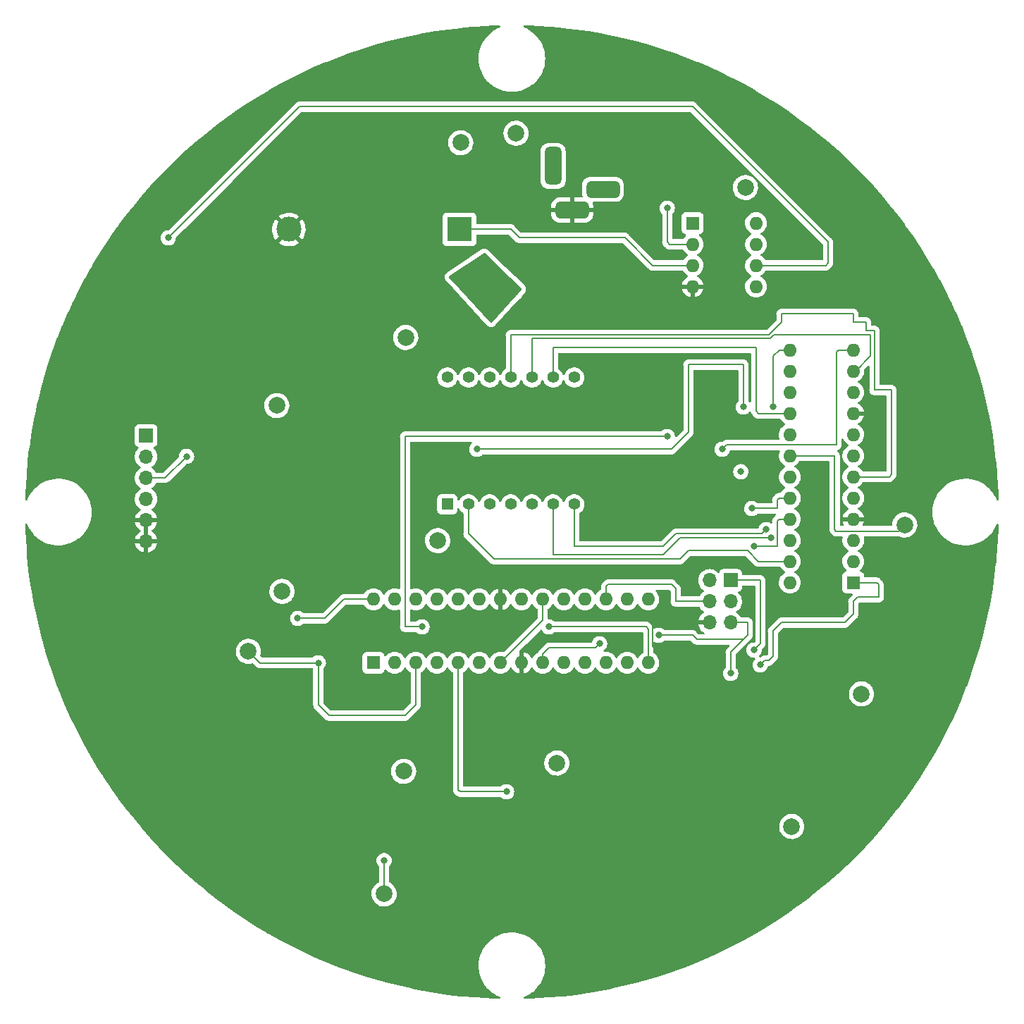
<source format=gbr>
%TF.GenerationSoftware,KiCad,Pcbnew,(6.0.5)*%
%TF.CreationDate,2022-07-22T15:05:17-04:00*%
%TF.ProjectId,circle_clock_design,63697263-6c65-45f6-936c-6f636b5f6465,rev?*%
%TF.SameCoordinates,PX56cacc8PY97b5f08*%
%TF.FileFunction,Copper,L2,Bot*%
%TF.FilePolarity,Positive*%
%FSLAX46Y46*%
G04 Gerber Fmt 4.6, Leading zero omitted, Abs format (unit mm)*
G04 Created by KiCad (PCBNEW (6.0.5)) date 2022-07-22 15:05:17*
%MOMM*%
%LPD*%
G01*
G04 APERTURE LIST*
G04 Aperture macros list*
%AMRoundRect*
0 Rectangle with rounded corners*
0 $1 Rounding radius*
0 $2 $3 $4 $5 $6 $7 $8 $9 X,Y pos of 4 corners*
0 Add a 4 corners polygon primitive as box body*
4,1,4,$2,$3,$4,$5,$6,$7,$8,$9,$2,$3,0*
0 Add four circle primitives for the rounded corners*
1,1,$1+$1,$2,$3*
1,1,$1+$1,$4,$5*
1,1,$1+$1,$6,$7*
1,1,$1+$1,$8,$9*
0 Add four rect primitives between the rounded corners*
20,1,$1+$1,$2,$3,$4,$5,0*
20,1,$1+$1,$4,$5,$6,$7,0*
20,1,$1+$1,$6,$7,$8,$9,0*
20,1,$1+$1,$8,$9,$2,$3,0*%
G04 Aperture macros list end*
%TA.AperFunction,ComponentPad*%
%ADD10C,2.000000*%
%TD*%
%TA.AperFunction,ComponentPad*%
%ADD11R,1.600000X1.600000*%
%TD*%
%TA.AperFunction,ComponentPad*%
%ADD12O,1.600000X1.600000*%
%TD*%
%TA.AperFunction,ComponentPad*%
%ADD13RoundRect,0.500000X0.500000X-1.750000X0.500000X1.750000X-0.500000X1.750000X-0.500000X-1.750000X0*%
%TD*%
%TA.AperFunction,ComponentPad*%
%ADD14RoundRect,0.500000X-1.500000X-0.500000X1.500000X-0.500000X1.500000X0.500000X-1.500000X0.500000X0*%
%TD*%
%TA.AperFunction,ComponentPad*%
%ADD15R,1.400000X1.400000*%
%TD*%
%TA.AperFunction,ComponentPad*%
%ADD16C,1.400000*%
%TD*%
%TA.AperFunction,ComponentPad*%
%ADD17R,1.700000X1.700000*%
%TD*%
%TA.AperFunction,ComponentPad*%
%ADD18O,1.700000X1.700000*%
%TD*%
%TA.AperFunction,ComponentPad*%
%ADD19R,3.000000X3.000000*%
%TD*%
%TA.AperFunction,ComponentPad*%
%ADD20C,3.000000*%
%TD*%
%TA.AperFunction,ViaPad*%
%ADD21C,0.812800*%
%TD*%
%TA.AperFunction,Conductor*%
%ADD22C,0.203200*%
%TD*%
G04 APERTURE END LIST*
D10*
%TO.P,TP14,1,1*%
%TO.N,Net-(R10-Pad2)*%
X64389000Y28930600D03*
%TD*%
%TO.P,TP36,1,1*%
%TO.N,RESET*%
X92608400Y21310600D03*
%TD*%
D11*
%TO.P,U4,1,X1*%
%TO.N,Net-(U4-Pad1)*%
X80695800Y93792200D03*
D12*
%TO.P,U4,2,X2*%
%TO.N,Net-(U4-Pad2)*%
X80695800Y91252200D03*
%TO.P,U4,3,VBAT*%
%TO.N,Net-(BT1-Pad1)*%
X80695800Y88712200D03*
%TO.P,U4,4,GND*%
%TO.N,GND*%
X80695800Y86172200D03*
%TO.P,U4,5,SDA*%
%TO.N,SDA*%
X88315800Y86172200D03*
%TO.P,U4,6,SCL*%
%TO.N,SCL*%
X88315800Y88712200D03*
%TO.P,U4,7,SQW/OUT*%
%TO.N,unconnected-(U4-Pad7)*%
X88315800Y91252200D03*
%TO.P,U4,8,VCC*%
%TO.N,VCC*%
X88315800Y93792200D03*
%TD*%
D11*
%TO.P,U3,1,~{RESET}/PC6*%
%TO.N,RESET*%
X42351800Y40980200D03*
D12*
%TO.P,U3,2,PD0*%
%TO.N,Uart_RX*%
X44891800Y40980200D03*
%TO.P,U3,3,PD1*%
%TO.N,Uart_TX*%
X47431800Y40980200D03*
%TO.P,U3,4,PD2*%
%TO.N,unconnected-(U3-Pad4)*%
X49971800Y40980200D03*
%TO.P,U3,5,PD3*%
%TO.N,Net-(R10-Pad2)*%
X52511800Y40980200D03*
%TO.P,U3,6,PD4*%
%TO.N,Net-(R7-Pad2)*%
X55051800Y40980200D03*
%TO.P,U3,7,VCC*%
%TO.N,VCC*%
X57591800Y40980200D03*
%TO.P,U3,8,GND*%
%TO.N,GND*%
X60131800Y40980200D03*
%TO.P,U3,9,XTAL1/PB6*%
%TO.N,Net-(C10-Pad1)*%
X62671800Y40980200D03*
%TO.P,U3,10,XTAL2/PB7*%
%TO.N,Net-(C9-Pad1)*%
X65211800Y40980200D03*
%TO.P,U3,11,PD5*%
%TO.N,Net-(R3-Pad2)*%
X67751800Y40980200D03*
%TO.P,U3,12,PD6*%
%TO.N,unconnected-(U3-Pad12)*%
X70291800Y40980200D03*
%TO.P,U3,13,PD7*%
%TO.N,unconnected-(U3-Pad13)*%
X72831800Y40980200D03*
%TO.P,U3,14,PB0*%
%TO.N,DIS_LOAD*%
X75371800Y40980200D03*
%TO.P,U3,15,PB1*%
%TO.N,DIS_CLK*%
X75371800Y48600200D03*
%TO.P,U3,16,PB2*%
%TO.N,DIS_DIN*%
X72831800Y48600200D03*
%TO.P,U3,17,PB3*%
%TO.N,MOSI*%
X70291800Y48600200D03*
%TO.P,U3,18,PB4*%
%TO.N,MISO*%
X67751800Y48600200D03*
%TO.P,U3,19,PB5*%
%TO.N,LED_SCK*%
X65211800Y48600200D03*
%TO.P,U3,20,AVCC*%
%TO.N,VCC*%
X62671800Y48600200D03*
%TO.P,U3,21,AREF*%
%TO.N,Net-(C4-Pad1)*%
X60131800Y48600200D03*
%TO.P,U3,22,GND*%
%TO.N,GND*%
X57591800Y48600200D03*
%TO.P,U3,23,PC0*%
%TO.N,unconnected-(U3-Pad23)*%
X55051800Y48600200D03*
%TO.P,U3,24,PC1*%
%TO.N,unconnected-(U3-Pad24)*%
X52511800Y48600200D03*
%TO.P,U3,25,PC2*%
%TO.N,unconnected-(U3-Pad25)*%
X49971800Y48600200D03*
%TO.P,U3,26,PC3*%
%TO.N,unconnected-(U3-Pad26)*%
X47431800Y48600200D03*
%TO.P,U3,27,PC4*%
%TO.N,SDA*%
X44891800Y48600200D03*
%TO.P,U3,28,PC5*%
%TO.N,SCL*%
X42351800Y48600200D03*
%TD*%
D10*
%TO.P,TP15,1,1*%
%TO.N,LED_SCK*%
X100990400Y37236400D03*
%TD*%
%TO.P,TP21,1,1*%
%TO.N,Uart_TX*%
X27330400Y42341800D03*
%TD*%
%TO.P,TP20,1,1*%
%TO.N,Uart_RX*%
X31369000Y49555400D03*
%TD*%
%TO.P,TP10,1,1*%
%TO.N,Net-(R7-Pad2)*%
X43637200Y13208000D03*
%TD*%
%TO.P,TP8,1,1*%
%TO.N,Net-(R3-Pad2)*%
X45974000Y27940000D03*
%TD*%
D13*
%TO.P,J1,1,POLE*%
%TO.N,Net-(C2-Pad2)*%
X63931800Y100660200D03*
D14*
%TO.P,J1,2,OUT*%
%TO.N,GND*%
X66231800Y95360200D03*
%TO.P,J1,3,OUT*%
%TO.N,unconnected-(J1-Pad3)*%
X69931800Y97860200D03*
%TD*%
D10*
%TO.P,TP2,1,1*%
%TO.N,Net-(R1-Pad2)*%
X106172000Y57531000D03*
%TD*%
%TO.P,TP6,1,1*%
%TO.N,VCC*%
X87045800Y98069400D03*
%TD*%
%TO.P,TP24,1,1*%
%TO.N,Net-(BT1-Pad1)*%
X52832000Y103454200D03*
%TD*%
%TO.P,TP34,1,1*%
%TO.N,SCL*%
X30734000Y71882000D03*
%TD*%
D15*
%TO.P,DS1,1,E*%
%TO.N,Net-(DS1-Pad1)*%
X51231800Y60020200D03*
D16*
%TO.P,DS1,2,D*%
%TO.N,Net-(DS1-Pad2)*%
X53771800Y60020200D03*
%TO.P,DS1,3,DP*%
%TO.N,Net-(DS1-Pad3)*%
X56311800Y60020200D03*
%TO.P,DS1,4,C*%
%TO.N,Net-(DS1-Pad4)*%
X58851800Y60020200D03*
%TO.P,DS1,5,G*%
%TO.N,Net-(DS1-Pad5)*%
X61391800Y60020200D03*
%TO.P,DS1,6,COM_DIG.4*%
%TO.N,DIG-0-L*%
X63931800Y60020200D03*
%TO.P,DS1,7,COM_COLON*%
%TO.N,COLON-L*%
X66471800Y60020200D03*
%TO.P,DS1,8,COLON*%
%TO.N,Net-(DS1-Pad3)*%
X66471800Y75260200D03*
%TO.P,DS1,9,B*%
%TO.N,Net-(DS1-Pad9)*%
X63931800Y75260200D03*
%TO.P,DS1,10,COM_DIG.3*%
%TO.N,DIG-1-L*%
X61391800Y75260200D03*
%TO.P,DS1,11,COM_DIG.2*%
%TO.N,DIG-2-L*%
X58851800Y75260200D03*
%TO.P,DS1,12,F*%
%TO.N,Net-(DS1-Pad12)*%
X56311800Y75260200D03*
%TO.P,DS1,13,A*%
%TO.N,Net-(DS1-Pad13)*%
X53771800Y75260200D03*
%TO.P,DS1,14,COM_DIG.1*%
%TO.N,DIG-3-L*%
X51231800Y75260200D03*
%TD*%
D10*
%TO.P,TP5,1,1*%
%TO.N,Net-(C2-Pad2)*%
X59486800Y104597200D03*
%TD*%
D11*
%TO.P,U1,1,DIN*%
%TO.N,DIS_DIN*%
X99999800Y50617200D03*
D12*
%TO.P,U1,2,DIG_0*%
%TO.N,DIG-0-L*%
X99999800Y53157200D03*
%TO.P,U1,3,DIG_4*%
%TO.N,COLON-L*%
X99999800Y55697200D03*
%TO.P,U1,4,GND*%
%TO.N,GND*%
X99999800Y58237200D03*
%TO.P,U1,5,DIG_6*%
%TO.N,unconnected-(U1-Pad5)*%
X99999800Y60777200D03*
%TO.P,U1,6,DIG_2*%
%TO.N,DIG-2-L*%
X99999800Y63317200D03*
%TO.P,U1,7,DIG_3*%
%TO.N,DIG-3-L*%
X99999800Y65857200D03*
%TO.P,U1,8,DIG_7*%
%TO.N,unconnected-(U1-Pad8)*%
X99999800Y68397200D03*
%TO.P,U1,9,GND*%
%TO.N,GND*%
X99999800Y70937200D03*
%TO.P,U1,10,DIG_5*%
%TO.N,unconnected-(U1-Pad10)*%
X99999800Y73477200D03*
%TO.P,U1,11,DIG_1*%
%TO.N,DIG-1-L*%
X99999800Y76017200D03*
%TO.P,U1,12,LOAD*%
%TO.N,DIS_LOAD*%
X99999800Y78557200D03*
%TO.P,U1,13,CLK*%
%TO.N,DIS_CLK*%
X92379800Y78557200D03*
%TO.P,U1,14,SEG_A*%
%TO.N,Net-(DS1-Pad13)*%
X92379800Y76017200D03*
%TO.P,U1,15,SEG_F*%
%TO.N,Net-(DS1-Pad12)*%
X92379800Y73477200D03*
%TO.P,U1,16,SEG_B*%
%TO.N,Net-(DS1-Pad9)*%
X92379800Y70937200D03*
%TO.P,U1,17,SEG_G*%
%TO.N,Net-(DS1-Pad5)*%
X92379800Y68397200D03*
%TO.P,U1,18,ISET*%
%TO.N,Net-(R1-Pad2)*%
X92379800Y65857200D03*
%TO.P,U1,19,V+*%
%TO.N,VCC*%
X92379800Y63317200D03*
%TO.P,U1,20,SEG_C*%
%TO.N,Net-(DS1-Pad4)*%
X92379800Y60777200D03*
%TO.P,U1,21,SEG_E*%
%TO.N,Net-(DS1-Pad1)*%
X92379800Y58237200D03*
%TO.P,U1,22,SEG_DP*%
%TO.N,Net-(DS1-Pad3)*%
X92379800Y55697200D03*
%TO.P,U1,23,SEG_D*%
%TO.N,Net-(DS1-Pad2)*%
X92379800Y53157200D03*
%TO.P,U1,24,DOUT*%
%TO.N,unconnected-(U1-Pad24)*%
X92379800Y50617200D03*
%TD*%
D10*
%TO.P,TP25,1,1*%
%TO.N,Net-(C4-Pad1)*%
X50063400Y55651400D03*
%TD*%
%TO.P,TP33,1,1*%
%TO.N,SDA*%
X46228000Y80060800D03*
%TD*%
D17*
%TO.P,J3,1,Pin_1*%
%TO.N,MISO*%
X85267800Y50876200D03*
D18*
%TO.P,J3,2,Pin_2*%
%TO.N,VCC*%
X82727800Y50876200D03*
%TO.P,J3,3,Pin_3*%
%TO.N,LED_SCK*%
X85267800Y48336200D03*
%TO.P,J3,4,Pin_4*%
%TO.N,MOSI*%
X82727800Y48336200D03*
%TO.P,J3,5,Pin_5*%
%TO.N,RESET*%
X85267800Y45796200D03*
%TO.P,J3,6,Pin_6*%
%TO.N,GND*%
X82727800Y45796200D03*
%TD*%
D19*
%TO.P,BT1,1,+*%
%TO.N,Net-(BT1-Pad1)*%
X52685486Y93040183D03*
D20*
%TO.P,BT1,2,-*%
%TO.N,GND*%
X32195486Y93040183D03*
%TD*%
D17*
%TO.P,J2,1,Pin_1*%
%TO.N,Net-(C14-Pad2)*%
X15036800Y68275200D03*
D18*
%TO.P,J2,2,Pin_2*%
%TO.N,Net-(J2-Pad2)*%
X15036800Y65735200D03*
%TO.P,J2,3,Pin_3*%
%TO.N,Net-(J2-Pad3)*%
X15036800Y63195200D03*
%TO.P,J2,4,Pin_4*%
%TO.N,unconnected-(J2-Pad4)*%
X15036800Y60655200D03*
%TO.P,J2,5,Pin_5*%
%TO.N,GND*%
X15036800Y58115200D03*
%TO.P,J2,6,Pin_6*%
X15036800Y55575200D03*
%TD*%
D21*
%TO.N,GND*%
X61899800Y95072200D03*
X35483800Y33096200D03*
X99491800Y41732200D03*
X50723800Y84912200D03*
X102539800Y65100200D03*
X17325100Y36118800D03*
X58521600Y32435800D03*
X22783800Y55142900D03*
X79679800Y40716200D03*
X53263800Y23952200D03*
X28879800Y51892200D03*
%TO.N,VCC*%
X53263800Y86944200D03*
X58343800Y84891138D03*
X54279800Y87960200D03*
X54787800Y88976200D03*
X59359800Y85420200D03*
X56849848Y82817077D03*
%TO.N,Net-(C10-Pad1)*%
X69519800Y43256200D03*
%TO.N,RESET*%
X85267800Y39700200D03*
X76631800Y44272200D03*
%TO.N,Net-(DS1-Pad1)*%
X88113100Y54940200D03*
%TO.N,Net-(DS1-Pad4)*%
X87807800Y59512200D03*
%TO.N,DIG-0-L*%
X90145100Y55956200D03*
%TO.N,COLON-L*%
X89534500Y56972200D03*
%TO.N,Net-(J2-Pad3)*%
X19896341Y65768741D03*
%TO.N,Net-(R1-Pad2)*%
X86486500Y63931800D03*
%TO.N,SCL*%
X17703800Y92024200D03*
X33249100Y46304200D03*
%TO.N,Net-(R7-Pad2)*%
X43637200Y17221200D03*
%TO.N,Uart_TX*%
X35732341Y40964741D03*
%TO.N,Net-(R10-Pad2)*%
X58343800Y25476200D03*
%TO.N,Net-(U4-Pad2)*%
X77647800Y95580200D03*
%TO.N,MISO*%
X88067259Y42499659D03*
%TO.N,DIS_DIN*%
X88823800Y40716200D03*
%TO.N,DIS_CLK*%
X90347800Y71704200D03*
X54787800Y66624200D03*
X86791800Y71704200D03*
%TO.N,DIS_LOAD*%
X48183800Y45288200D03*
X63423800Y45288200D03*
X77647800Y68148200D03*
X84251800Y66624200D03*
%TD*%
D22*
%TO.N,Net-(BT1-Pad1)*%
X52685486Y93040183D02*
X58851817Y93040183D01*
X59867800Y92024200D02*
X72567800Y92024200D01*
X58851817Y93040183D02*
X59867800Y92024200D01*
X75879800Y88712200D02*
X80959800Y88712200D01*
X72567800Y92024200D02*
X75879800Y88712200D01*
%TO.N,GND*%
X35483800Y31064200D02*
X42087800Y24460200D01*
X76123800Y45796200D02*
X82727800Y45796200D01*
X22783800Y55142900D02*
X22783800Y52908200D01*
X76123800Y42748200D02*
X75921089Y42950911D01*
X19735800Y36118800D02*
X19786600Y36169600D01*
X35483800Y33096200D02*
X35483800Y31064200D01*
X23799800Y51892200D02*
X28879800Y51892200D01*
X77647800Y40716200D02*
X76123800Y42240200D01*
X58521600Y32435800D02*
X60273720Y30683680D01*
X99999800Y70937200D02*
X102290800Y70937200D01*
X79679800Y40716200D02*
X77647800Y40716200D01*
X75921089Y45593489D02*
X76123800Y45796200D01*
X53263800Y23952200D02*
X60375800Y23952200D01*
X22783800Y52908200D02*
X23799800Y51892200D01*
X75921089Y42950911D02*
X75921089Y45593489D01*
X102539800Y70688200D02*
X102539800Y65608200D01*
X60273720Y30683680D02*
X60273720Y24054280D01*
X76123800Y42240200D02*
X76123800Y42748200D01*
X102290800Y70937200D02*
X102539800Y70688200D01*
X60273720Y24054280D02*
X60375800Y23952200D01*
X102539800Y65608200D02*
X102539800Y65100200D01*
X19786600Y36169600D02*
X19786600Y38582600D01*
X60375800Y23952200D02*
X67487800Y23952200D01*
X17325100Y36118800D02*
X19735800Y36118800D01*
%TO.N,VCC*%
X62671800Y46060200D02*
X57591800Y40980200D01*
X62671800Y48600200D02*
X62671800Y46060200D01*
%TO.N,Net-(C10-Pad1)*%
X62671800Y41996200D02*
X62671800Y40980200D01*
X69011800Y42748200D02*
X63423800Y42748200D01*
X69519800Y43256200D02*
X69011800Y42748200D01*
X63423800Y42748200D02*
X62671800Y41996200D01*
%TO.N,RESET*%
X76631800Y44272200D02*
X80695800Y44272200D01*
X87299800Y45796200D02*
X85267800Y45796200D01*
X80695800Y44272200D02*
X81203800Y43764200D01*
X87299800Y44272200D02*
X87299800Y45796200D01*
X85267800Y39700200D02*
X85267800Y42240200D01*
X85267800Y42240200D02*
X86791800Y43764200D01*
X86791800Y43764200D02*
X87299800Y44272200D01*
X81203800Y43764200D02*
X86791800Y43764200D01*
%TO.N,Net-(DS1-Pad1)*%
X90855800Y57988200D02*
X91104800Y58237200D01*
X91104800Y58237200D02*
X92623800Y58237200D01*
X88113100Y54940200D02*
X90855800Y54940200D01*
X90855800Y54940200D02*
X90855800Y57988200D01*
%TO.N,Net-(DS1-Pad2)*%
X87299800Y54432200D02*
X88574800Y53157200D01*
X53771800Y60020200D02*
X53771800Y56464200D01*
X56819800Y53416200D02*
X79171800Y53416200D01*
X88574800Y53157200D02*
X92623800Y53157200D01*
X79171800Y53416200D02*
X80187800Y54432200D01*
X80187800Y54432200D02*
X87299800Y54432200D01*
X53771800Y56464200D02*
X56819800Y53416200D01*
%TO.N,Net-(DS1-Pad4)*%
X91104800Y60777200D02*
X92623800Y60777200D01*
X90855800Y60528200D02*
X91104800Y60777200D01*
X90855800Y59512200D02*
X90855800Y60528200D01*
X87807800Y59512200D02*
X90855800Y59512200D01*
%TO.N,DIG-0-L*%
X77139800Y53924200D02*
X79171800Y55956200D01*
X79171800Y55956200D02*
X89839800Y55956200D01*
X89839800Y55956200D02*
X90145100Y55956200D01*
X63931800Y60020200D02*
X63931800Y53924200D01*
X63931800Y53924200D02*
X77139800Y53924200D01*
%TO.N,COLON-L*%
X66471800Y54940200D02*
X77139800Y54940200D01*
X89026500Y56464200D02*
X89534500Y56972200D01*
X66471800Y60020200D02*
X66471800Y54940200D01*
X77139800Y54940200D02*
X78663800Y56464200D01*
X78663800Y56464200D02*
X89026500Y56464200D01*
%TO.N,Net-(DS1-Pad9)*%
X88315800Y71196200D02*
X88574800Y70937200D01*
X63931800Y75260200D02*
X63931800Y78816200D01*
X63931800Y78816200D02*
X88315800Y78816200D01*
X88315800Y78816200D02*
X88315800Y71196200D01*
X88574800Y70937200D02*
X92623800Y70937200D01*
%TO.N,DIG-1-L*%
X61391800Y79934280D02*
X90007938Y79934280D01*
X90413858Y80340200D02*
X102031800Y80340200D01*
X102031800Y77805200D02*
X100243800Y76017200D01*
X90007938Y79934280D02*
X90413858Y80340200D01*
X102031800Y80340200D02*
X102031800Y77805200D01*
X61391800Y75260200D02*
X61391800Y79934280D01*
%TO.N,DIG-2-L*%
X104571800Y63576200D02*
X104312800Y63317200D01*
X58851800Y80340200D02*
X89839800Y80340200D01*
X91363800Y82880200D02*
X99999800Y82880200D01*
X58851800Y80340200D02*
X58851800Y75260200D01*
X102539800Y73736200D02*
X104571800Y73736200D01*
X99999800Y82880200D02*
X99999800Y81864200D01*
X104312800Y63317200D02*
X100751800Y63317200D01*
X101523800Y81864200D02*
X101523800Y80848200D01*
X99999800Y81864200D02*
X101523800Y81864200D01*
X89839800Y80340200D02*
X91363800Y81864200D01*
X104571800Y73736200D02*
X104571800Y63576200D01*
X101523800Y80848200D02*
X102539800Y80848200D01*
X91363800Y81864200D02*
X91363800Y82880200D01*
X102539800Y80848200D02*
X102539800Y73736200D01*
%TO.N,Net-(J2-Pad3)*%
X17322800Y63195200D02*
X15036800Y63195200D01*
X19896341Y65768741D02*
X17322800Y63195200D01*
%TO.N,Net-(R1-Pad2)*%
X97764600Y65862200D02*
X97759600Y65857200D01*
X97759600Y65857200D02*
X92379800Y65857200D01*
X97935289Y56801511D02*
X97764600Y56972200D01*
X97764600Y56972200D02*
X97764600Y65862200D01*
X106172000Y57531000D02*
X105442511Y56801511D01*
X105442511Y56801511D02*
X97935289Y56801511D01*
%TO.N,SCL*%
X33451800Y107772200D02*
X80695800Y107772200D01*
X96951800Y91516200D02*
X96951800Y88976200D01*
X80695800Y107772200D02*
X96951800Y91516200D01*
X36499800Y46304200D02*
X38795800Y48600200D01*
X38795800Y48600200D02*
X42351800Y48600200D01*
X17703800Y92024200D02*
X33451800Y107772200D01*
X96687800Y88712200D02*
X88579800Y88712200D01*
X96951800Y88976200D02*
X96687800Y88712200D01*
X33249100Y46304200D02*
X36499800Y46304200D01*
%TO.N,Net-(R7-Pad2)*%
X43637200Y17068800D02*
X43637200Y17221200D01*
X43637200Y13208000D02*
X43637200Y17068800D01*
%TO.N,Uart_TX*%
X46151800Y34620200D02*
X47431800Y35900200D01*
X35732341Y40964741D02*
X35732341Y35895659D01*
X27330400Y42341800D02*
X28707459Y40964741D01*
X37007800Y34620200D02*
X46151800Y34620200D01*
X35732341Y35895659D02*
X37007800Y34620200D01*
X28707459Y40964741D02*
X35732341Y40964741D01*
X47431800Y35900200D02*
X47431800Y40980200D01*
%TO.N,Net-(R10-Pad2)*%
X52511800Y40980200D02*
X52511800Y25720200D01*
X52511800Y25720200D02*
X52755800Y25476200D01*
X52755800Y25476200D02*
X58343800Y25476200D01*
%TO.N,Net-(U4-Pad2)*%
X77647800Y95580200D02*
X77647800Y91516200D01*
X77647800Y91516200D02*
X77911800Y91252200D01*
X77911800Y91252200D02*
X80959800Y91252200D01*
%TO.N,MISO*%
X88823800Y50876200D02*
X85267800Y50876200D01*
X88823800Y43256200D02*
X88823800Y50876200D01*
X88067259Y42499659D02*
X88823800Y43256200D01*
%TO.N,MOSI*%
X78663800Y48336200D02*
X82727800Y48336200D01*
X70291800Y50124200D02*
X70535800Y50368200D01*
X78155800Y50368200D02*
X78663800Y49860200D01*
X70535800Y50368200D02*
X78155800Y50368200D01*
X70291800Y48600200D02*
X70291800Y50124200D01*
X78663800Y49860200D02*
X78663800Y48336200D01*
%TO.N,DIS_DIN*%
X103047800Y50368200D02*
X102798800Y50617200D01*
X99999800Y48336200D02*
X100507800Y48844200D01*
X88823800Y40716200D02*
X89331800Y41224200D01*
X89331800Y41224200D02*
X89839800Y41224200D01*
X90347800Y44780200D02*
X91363800Y45796200D01*
X91363800Y45796200D02*
X98983800Y45796200D01*
X103047800Y48844200D02*
X103047800Y50368200D01*
X100507800Y48844200D02*
X103047800Y48844200D01*
X98983800Y45796200D02*
X99999800Y46812200D01*
X89839800Y41224200D02*
X90347800Y41732200D01*
X90347800Y41732200D02*
X90347800Y44780200D01*
X99999800Y46812200D02*
X99999800Y48336200D01*
X102798800Y50617200D02*
X100243800Y50617200D01*
%TO.N,DIS_CLK*%
X80187800Y76784200D02*
X86791800Y76784200D01*
X91104800Y78557200D02*
X92623800Y78557200D01*
X86791800Y76784200D02*
X86791800Y71704200D01*
X54787800Y66624200D02*
X78155800Y66624200D01*
X80187800Y68656200D02*
X80187800Y76784200D01*
X78155800Y66624200D02*
X80187800Y68656200D01*
X90347800Y71704200D02*
X90347800Y77800200D01*
X90347800Y77800200D02*
X91104800Y78557200D01*
%TO.N,DIS_LOAD*%
X84251800Y66624200D02*
X84759800Y67132200D01*
X75107800Y45288200D02*
X63423800Y45288200D01*
X48183800Y45288200D02*
X46151800Y45288200D01*
X97967800Y67132200D02*
X97967800Y78308200D01*
X98216800Y78557200D02*
X100243800Y78557200D01*
X84759800Y67132200D02*
X97967800Y67132200D01*
X46151800Y45288200D02*
X46151800Y68148200D01*
X75371800Y45024200D02*
X75107800Y45288200D01*
X97967800Y78308200D02*
X98216800Y78557200D01*
X75371800Y40980200D02*
X75371800Y45024200D01*
X46151800Y68148200D02*
X77647800Y68148200D01*
%TD*%
%TA.AperFunction,Conductor*%
%TO.N,VCC*%
G36*
X55754306Y90192368D02*
G01*
X55774980Y90176283D01*
X58829772Y87241623D01*
X60135920Y85986840D01*
X60171188Y85925223D01*
X60167544Y85854320D01*
X60142739Y85812195D01*
X56603786Y81836933D01*
X56543551Y81799353D01*
X56472561Y81800304D01*
X56420581Y81831619D01*
X56415275Y81836925D01*
X56411634Y81840720D01*
X52719879Y85854320D01*
X51460400Y87223600D01*
X51442377Y87241623D01*
X51408351Y87303935D01*
X51413416Y87374750D01*
X51455963Y87431586D01*
X51461848Y87435734D01*
X55618079Y90190445D01*
X55685909Y90211406D01*
X55754306Y90192368D01*
G37*
%TD.AperFunction*%
%TD*%
%TA.AperFunction,Conductor*%
%TO.N,GND*%
G36*
X57558506Y117532934D02*
G01*
X57605697Y117479892D01*
X57616721Y117409756D01*
X57588076Y117344795D01*
X57541214Y117310156D01*
X57238999Y117181250D01*
X57238995Y117181248D01*
X57236062Y117179997D01*
X56881268Y116984140D01*
X56878647Y116982325D01*
X56878642Y116982322D01*
X56831146Y116949434D01*
X56548083Y116753432D01*
X56545655Y116751358D01*
X56545652Y116751356D01*
X56538072Y116744882D01*
X56239918Y116490234D01*
X56237718Y116487932D01*
X56237715Y116487929D01*
X56230721Y116480610D01*
X55959928Y116197242D01*
X55957971Y116194729D01*
X55957970Y116194727D01*
X55771479Y115955168D01*
X55710981Y115877455D01*
X55709285Y115874751D01*
X55709282Y115874747D01*
X55702088Y115863279D01*
X55495624Y115534147D01*
X55316063Y115170833D01*
X55174137Y114791234D01*
X55173329Y114788155D01*
X55173327Y114788148D01*
X55072106Y114402316D01*
X55071298Y114399236D01*
X55008600Y113998851D01*
X54986683Y113594181D01*
X54986833Y113591000D01*
X54993550Y113448578D01*
X55005774Y113189367D01*
X55006245Y113186214D01*
X55006246Y113186206D01*
X55016342Y113118656D01*
X55065676Y112788554D01*
X55066462Y112785472D01*
X55066462Y112785470D01*
X55076145Y112747484D01*
X55165775Y112395848D01*
X55305048Y112015267D01*
X55482068Y111650709D01*
X55695023Y111305906D01*
X55696955Y111303388D01*
X55696962Y111303378D01*
X55779562Y111195732D01*
X55941732Y110984388D01*
X55943914Y110982072D01*
X55943923Y110982062D01*
X56100397Y110816017D01*
X56219669Y110689449D01*
X56525989Y110424106D01*
X56528599Y110422271D01*
X56528605Y110422267D01*
X56728173Y110282008D01*
X56857555Y110191077D01*
X57210973Y109992748D01*
X57213887Y109991481D01*
X57213891Y109991479D01*
X57367186Y109924825D01*
X57582625Y109831150D01*
X57766613Y109772432D01*
X57965660Y109708907D01*
X57965669Y109708905D01*
X57968704Y109707936D01*
X58184269Y109662509D01*
X58362139Y109625026D01*
X58362144Y109625025D01*
X58365258Y109624369D01*
X58768227Y109581304D01*
X58771414Y109581287D01*
X58771420Y109581287D01*
X58955426Y109580324D01*
X59173485Y109579182D01*
X59326298Y109593896D01*
X59573718Y109617720D01*
X59573723Y109617721D01*
X59576883Y109618025D01*
X59580002Y109618648D01*
X59580007Y109618649D01*
X59775957Y109657804D01*
X59974291Y109697435D01*
X60243545Y109780268D01*
X60358594Y109815662D01*
X60358598Y109815664D01*
X60361639Y109816599D01*
X60364575Y109817839D01*
X60364580Y109817841D01*
X60530455Y109887909D01*
X60734962Y109974296D01*
X61090437Y110168914D01*
X61424426Y110398457D01*
X61454670Y110424106D01*
X61731078Y110658517D01*
X61731080Y110658519D01*
X61733508Y110660578D01*
X62014518Y110952591D01*
X62264581Y111271507D01*
X62481134Y111614061D01*
X62482554Y111616910D01*
X62482559Y111616918D01*
X62660542Y111973898D01*
X62661962Y111976746D01*
X62805212Y112355847D01*
X62815856Y112395848D01*
X62908598Y112744399D01*
X62909419Y112747484D01*
X62915504Y112785470D01*
X62968871Y113118656D01*
X62973515Y113147647D01*
X62975921Y113189367D01*
X62996745Y113550544D01*
X62996843Y113552239D01*
X62996941Y113580200D01*
X62976438Y113984945D01*
X62915137Y114385545D01*
X62849090Y114640931D01*
X62814464Y114774821D01*
X62814461Y114774829D01*
X62813667Y114777901D01*
X62808735Y114791234D01*
X62674176Y115154996D01*
X62674173Y115155002D01*
X62673067Y115157993D01*
X62494775Y115521931D01*
X62280618Y115865988D01*
X62196366Y115974998D01*
X62034741Y116184117D01*
X62034736Y116184122D01*
X62032789Y116186642D01*
X61753824Y116480610D01*
X61446579Y116744882D01*
X61114201Y116976752D01*
X60760093Y117173846D01*
X60757173Y117175104D01*
X60757168Y117175106D01*
X60482762Y117293284D01*
X60443222Y117310313D01*
X60388570Y117355627D01*
X60367092Y117423297D01*
X60385608Y117491837D01*
X60438241Y117539485D01*
X60494708Y117552025D01*
X60513102Y117551785D01*
X60521278Y117551678D01*
X60524546Y117551592D01*
X61356240Y117518915D01*
X62051375Y117491603D01*
X62054669Y117491430D01*
X63579353Y117391497D01*
X63582641Y117391238D01*
X64750981Y117283883D01*
X65104159Y117251430D01*
X65107427Y117251088D01*
X66624882Y117071485D01*
X66628095Y117071062D01*
X68140271Y116851807D01*
X68143495Y116851297D01*
X69649434Y116592528D01*
X69652612Y116591939D01*
X70619365Y116399640D01*
X71151252Y116293841D01*
X71154479Y116293155D01*
X72644763Y115955938D01*
X72647970Y115955168D01*
X74128927Y115579053D01*
X74132113Y115578199D01*
X75602699Y115163452D01*
X75605862Y115162515D01*
X77065083Y114709414D01*
X77068220Y114708395D01*
X78515091Y114217249D01*
X78518199Y114216149D01*
X79951761Y113687280D01*
X79954787Y113686118D01*
X81199904Y113189367D01*
X81373979Y113119918D01*
X81377027Y113118656D01*
X82780937Y112515488D01*
X82783950Y112514146D01*
X84171565Y111874447D01*
X84174499Y111873047D01*
X85324548Y111305906D01*
X85544921Y111197230D01*
X85547860Y111195732D01*
X86900071Y110484299D01*
X86902952Y110482736D01*
X88236170Y109736098D01*
X88238937Y109734500D01*
X88433665Y109618649D01*
X89552102Y108953248D01*
X89554914Y108951525D01*
X90847161Y108136179D01*
X90849928Y108134382D01*
X92120378Y107285494D01*
X92123083Y107283635D01*
X93370890Y106401773D01*
X93373549Y106399841D01*
X94545661Y105524584D01*
X94597845Y105485616D01*
X94600447Y105483620D01*
X94782402Y105340178D01*
X95800411Y104537644D01*
X95802974Y104535568D01*
X96977703Y103558557D01*
X96980212Y103556415D01*
X98129015Y102548941D01*
X98131466Y102546734D01*
X99253483Y101509552D01*
X99255876Y101507281D01*
X99609630Y101162669D01*
X100350375Y100441067D01*
X100352667Y100438775D01*
X100734651Y100046658D01*
X101418881Y99344276D01*
X101421152Y99341883D01*
X102458334Y98219866D01*
X102460541Y98217415D01*
X103468015Y97068612D01*
X103470157Y97066103D01*
X104447168Y95891374D01*
X104449244Y95888811D01*
X104905712Y95309784D01*
X105312266Y94794074D01*
X105395208Y94688862D01*
X105397204Y94686261D01*
X106165076Y93657956D01*
X106311434Y93461959D01*
X106313365Y93459301D01*
X107187983Y92221745D01*
X107195226Y92211496D01*
X107197085Y92208792D01*
X107980798Y91035883D01*
X108045982Y90938328D01*
X108047776Y90935565D01*
X108125710Y90812048D01*
X108863125Y89643314D01*
X108864848Y89640502D01*
X109284693Y88934807D01*
X109518942Y88541071D01*
X109646090Y88327354D01*
X109647698Y88324570D01*
X110382959Y87011667D01*
X110394326Y86991370D01*
X110395899Y86988471D01*
X111107332Y85636260D01*
X111108829Y85633323D01*
X111634146Y84568087D01*
X111784637Y84262921D01*
X111786047Y84259965D01*
X112149563Y83471437D01*
X112425746Y82872350D01*
X112427088Y82869337D01*
X112985019Y81570720D01*
X113030256Y81465427D01*
X113031518Y81462380D01*
X113590692Y80060800D01*
X113597708Y80043214D01*
X113598880Y80040161D01*
X114061827Y78785287D01*
X114127748Y78606601D01*
X114128849Y78603491D01*
X114619995Y77156620D01*
X114621014Y77153483D01*
X115074115Y75694262D01*
X115075052Y75691099D01*
X115489799Y74220513D01*
X115490653Y74217327D01*
X115866768Y72736370D01*
X115867538Y72733163D01*
X116204755Y71242879D01*
X116205441Y71239652D01*
X116271976Y70905157D01*
X116495507Y69781395D01*
X116503533Y69741045D01*
X116504128Y69737834D01*
X116748600Y68315098D01*
X116762894Y68231912D01*
X116763407Y68228671D01*
X116980839Y66729072D01*
X116982658Y66716524D01*
X116983085Y66713282D01*
X117159459Y65223106D01*
X117162687Y65195833D01*
X117163030Y65192559D01*
X117172454Y65090003D01*
X117302838Y63671041D01*
X117303097Y63667753D01*
X117403030Y62143069D01*
X117403203Y62139775D01*
X117426939Y61535659D01*
X117461770Y60649163D01*
X117463192Y60612964D01*
X117463278Y60609667D01*
X117463696Y60577744D01*
X117444588Y60509367D01*
X117391545Y60462176D01*
X117321410Y60451152D01*
X117256448Y60479797D01*
X117219533Y60532380D01*
X117174176Y60654996D01*
X117174173Y60655002D01*
X117173067Y60657993D01*
X117006364Y60998275D01*
X116996186Y61019051D01*
X116996185Y61019053D01*
X116994775Y61021931D01*
X116780618Y61365988D01*
X116586623Y61616989D01*
X116534741Y61684117D01*
X116534736Y61684122D01*
X116532789Y61686642D01*
X116437973Y61786557D01*
X116256023Y61978293D01*
X116256020Y61978295D01*
X116253824Y61980610D01*
X116176406Y62047200D01*
X115948994Y62242805D01*
X115948991Y62242807D01*
X115946579Y62244882D01*
X115614201Y62476752D01*
X115296879Y62653371D01*
X115262878Y62672296D01*
X115262876Y62672297D01*
X115260093Y62673846D01*
X115257173Y62675104D01*
X115257168Y62675106D01*
X114890814Y62832884D01*
X114890804Y62832888D01*
X114887880Y62834147D01*
X114501373Y62956012D01*
X114200730Y63018272D01*
X114107655Y63037547D01*
X114107652Y63037547D01*
X114104530Y63038194D01*
X113793737Y63070311D01*
X113704569Y63079526D01*
X113704566Y63079526D01*
X113701413Y63079852D01*
X113698247Y63079858D01*
X113698238Y63079858D01*
X113498025Y63080207D01*
X113296150Y63080559D01*
X113096417Y63060623D01*
X112896074Y63040627D01*
X112896070Y63040626D01*
X112892890Y63040309D01*
X112889750Y63039670D01*
X112889749Y63039670D01*
X112498896Y62960150D01*
X112498889Y62960148D01*
X112495762Y62959512D01*
X112108832Y62838997D01*
X112105892Y62837743D01*
X111738999Y62681250D01*
X111738995Y62681248D01*
X111736062Y62679997D01*
X111733275Y62678458D01*
X111733274Y62678458D01*
X111698240Y62659118D01*
X111381268Y62484140D01*
X111378647Y62482325D01*
X111378642Y62482322D01*
X111068919Y62267859D01*
X111048083Y62253432D01*
X111045655Y62251358D01*
X111045652Y62251356D01*
X110764728Y62011424D01*
X110739918Y61990234D01*
X110737718Y61987932D01*
X110737715Y61987929D01*
X110677770Y61925200D01*
X110459928Y61697242D01*
X110457971Y61694729D01*
X110457970Y61694727D01*
X110221905Y61391487D01*
X110210981Y61377455D01*
X110209285Y61374751D01*
X110209282Y61374747D01*
X110103287Y61205776D01*
X109995624Y61034147D01*
X109816063Y60670833D01*
X109674137Y60291234D01*
X109673329Y60288155D01*
X109673327Y60288148D01*
X109645002Y60180179D01*
X109571298Y59899236D01*
X109508600Y59498851D01*
X109508429Y59495685D01*
X109508428Y59495680D01*
X109490390Y59162621D01*
X109486683Y59094181D01*
X109486833Y59091000D01*
X109504668Y58712824D01*
X109505774Y58689367D01*
X109506245Y58686214D01*
X109506246Y58686206D01*
X109521160Y58586419D01*
X109565676Y58288554D01*
X109566462Y58285472D01*
X109566462Y58285470D01*
X109654534Y57939950D01*
X109665775Y57895848D01*
X109707018Y57783147D01*
X109799291Y57531000D01*
X109805048Y57515267D01*
X109848296Y57426201D01*
X109978357Y57158352D01*
X109982068Y57150709D01*
X109983740Y57148002D01*
X109983741Y57148000D01*
X110179177Y56831563D01*
X110195023Y56805906D01*
X110196955Y56803388D01*
X110196962Y56803378D01*
X110439791Y56486917D01*
X110441732Y56484388D01*
X110443914Y56482072D01*
X110443923Y56482062D01*
X110564652Y56353949D01*
X110719669Y56189449D01*
X111025989Y55924106D01*
X111028599Y55922271D01*
X111028605Y55922267D01*
X111161026Y55829200D01*
X111357555Y55691077D01*
X111393820Y55670726D01*
X111608417Y55550300D01*
X111710973Y55492748D01*
X111713887Y55491481D01*
X111713891Y55491479D01*
X111830588Y55440738D01*
X112082625Y55331150D01*
X112266581Y55272442D01*
X112465660Y55208907D01*
X112465669Y55208905D01*
X112468704Y55207936D01*
X112684269Y55162509D01*
X112862139Y55125026D01*
X112862144Y55125025D01*
X112865258Y55124369D01*
X113268227Y55081304D01*
X113271414Y55081287D01*
X113271420Y55081287D01*
X113455426Y55080324D01*
X113673485Y55079182D01*
X113880673Y55099132D01*
X114073718Y55117720D01*
X114073723Y55117721D01*
X114076883Y55118025D01*
X114080002Y55118648D01*
X114080007Y55118649D01*
X114275957Y55157804D01*
X114474291Y55197435D01*
X114743545Y55280268D01*
X114858594Y55315662D01*
X114858598Y55315664D01*
X114861639Y55316599D01*
X114864575Y55317839D01*
X114864580Y55317841D01*
X115030455Y55387909D01*
X115234962Y55474296D01*
X115590437Y55668914D01*
X115924426Y55898457D01*
X115956063Y55925287D01*
X116231078Y56158517D01*
X116231080Y56158519D01*
X116233508Y56160578D01*
X116514518Y56452591D01*
X116585896Y56543622D01*
X116762618Y56769003D01*
X116762622Y56769008D01*
X116764581Y56771507D01*
X116795945Y56821119D01*
X116896630Y56980388D01*
X116981134Y57114061D01*
X116982554Y57116910D01*
X116982559Y57116918D01*
X117160542Y57473898D01*
X117161962Y57476746D01*
X117219855Y57629956D01*
X117262645Y57686609D01*
X117329271Y57711134D01*
X117398579Y57695746D01*
X117448566Y57645329D01*
X117463710Y57583770D01*
X117463278Y57550735D01*
X117463192Y57547454D01*
X117433569Y56793495D01*
X117403203Y56020625D01*
X117403030Y56017331D01*
X117303097Y54492647D01*
X117302838Y54489359D01*
X117239881Y53804205D01*
X117167724Y53018917D01*
X117163031Y52967848D01*
X117162688Y52964573D01*
X116985242Y51465334D01*
X116983089Y51447146D01*
X116982662Y51443905D01*
X116763656Y49933442D01*
X116763410Y49931746D01*
X116762897Y49928505D01*
X116513625Y48477831D01*
X116504134Y48422598D01*
X116503539Y48419388D01*
X116340135Y47597899D01*
X116205441Y46920748D01*
X116204755Y46917521D01*
X115867538Y45427237D01*
X115866768Y45424030D01*
X115490653Y43943073D01*
X115489799Y43939887D01*
X115075052Y42469301D01*
X115074115Y42466138D01*
X114621014Y41006917D01*
X114619995Y41003780D01*
X114340764Y40181191D01*
X114167941Y39672069D01*
X114128849Y39556909D01*
X114127749Y39553801D01*
X113613534Y38159958D01*
X113598890Y38120265D01*
X113597718Y38117213D01*
X113244967Y37233035D01*
X113031518Y36698021D01*
X113030256Y36694973D01*
X112427088Y35291063D01*
X112425746Y35288050D01*
X111836107Y34009022D01*
X111786057Y33900456D01*
X111784637Y33897479D01*
X111108830Y32527079D01*
X111107332Y32524140D01*
X110395899Y31171929D01*
X110394336Y31169048D01*
X109647698Y29835830D01*
X109646100Y29833063D01*
X109418191Y29449983D01*
X108864848Y28519898D01*
X108863125Y28517086D01*
X108169962Y27418488D01*
X108071420Y27262307D01*
X108047779Y27224839D01*
X108045985Y27222076D01*
X107314939Y26127989D01*
X107197094Y25951622D01*
X107195235Y25948917D01*
X106375253Y24788668D01*
X106313373Y24701110D01*
X106311441Y24698451D01*
X106237860Y24599913D01*
X105397216Y23474155D01*
X105395208Y23471538D01*
X104449244Y22271589D01*
X104447168Y22269026D01*
X103470157Y21094297D01*
X103468015Y21091788D01*
X102460541Y19942985D01*
X102458334Y19940534D01*
X101421152Y18818517D01*
X101418881Y18816124D01*
X100848787Y18230906D01*
X100352667Y17721625D01*
X100350375Y17719333D01*
X99845767Y17227765D01*
X99255876Y16653119D01*
X99253483Y16650848D01*
X98131466Y15613666D01*
X98129015Y15611459D01*
X96980212Y14603985D01*
X96977703Y14601843D01*
X95802974Y13624832D01*
X95800411Y13622756D01*
X95321207Y13244982D01*
X94694043Y12750565D01*
X94600462Y12676792D01*
X94597861Y12674796D01*
X93427658Y11800964D01*
X93373559Y11760566D01*
X93370901Y11758635D01*
X93282384Y11696077D01*
X92123096Y10876774D01*
X92120378Y10874906D01*
X90849928Y10026018D01*
X90847161Y10024221D01*
X89554914Y9208875D01*
X89552102Y9207152D01*
X88671038Y8682973D01*
X88287934Y8455050D01*
X88238954Y8425910D01*
X88236170Y8424302D01*
X86902952Y7677664D01*
X86900071Y7676101D01*
X85547860Y6964668D01*
X85544923Y6963171D01*
X84174499Y6287353D01*
X84171565Y6285953D01*
X83666674Y6053195D01*
X82783950Y5646254D01*
X82780937Y5644912D01*
X81377027Y5041744D01*
X81373980Y5040482D01*
X79954787Y4474282D01*
X79951761Y4473120D01*
X78518201Y3944252D01*
X78515091Y3943151D01*
X77068220Y3452005D01*
X77065083Y3450986D01*
X75605862Y2997885D01*
X75602699Y2996948D01*
X74132113Y2582201D01*
X74128927Y2581347D01*
X72647970Y2205232D01*
X72644763Y2204462D01*
X71154479Y1867245D01*
X71151252Y1866559D01*
X70619365Y1760760D01*
X69652612Y1568461D01*
X69649434Y1567872D01*
X68143495Y1309103D01*
X68140271Y1308593D01*
X66628095Y1089338D01*
X66624882Y1088915D01*
X65107427Y909312D01*
X65104159Y908970D01*
X64750981Y876517D01*
X63582641Y769162D01*
X63579353Y768903D01*
X62054669Y668970D01*
X62051375Y668797D01*
X61356240Y641485D01*
X60524546Y608808D01*
X60521278Y608722D01*
X60513304Y608618D01*
X60492336Y608344D01*
X60423960Y627454D01*
X60376770Y680498D01*
X60365749Y750634D01*
X60394396Y815594D01*
X60441656Y850399D01*
X60734962Y974296D01*
X61090437Y1168914D01*
X61424426Y1398457D01*
X61454670Y1424106D01*
X61731078Y1658517D01*
X61731080Y1658519D01*
X61733508Y1660578D01*
X62014518Y1952591D01*
X62212011Y2204462D01*
X62262618Y2269003D01*
X62262622Y2269008D01*
X62264581Y2271507D01*
X62481134Y2614061D01*
X62482554Y2616910D01*
X62482559Y2616918D01*
X62660542Y2973898D01*
X62661962Y2976746D01*
X62805212Y3355847D01*
X62815856Y3395848D01*
X62908598Y3744399D01*
X62909419Y3747484D01*
X62915504Y3785470D01*
X62973010Y4144496D01*
X62973515Y4147647D01*
X62975921Y4189367D01*
X62985864Y4361819D01*
X62996843Y4552239D01*
X62996941Y4580200D01*
X62996072Y4597356D01*
X62976599Y4981772D01*
X62976598Y4981777D01*
X62976438Y4984945D01*
X62946154Y5182852D01*
X62915621Y5382385D01*
X62915619Y5382394D01*
X62915137Y5385545D01*
X62813667Y5777901D01*
X62808735Y5791234D01*
X62674176Y6154996D01*
X62674173Y6155002D01*
X62673067Y6157993D01*
X62494775Y6521931D01*
X62280618Y6865988D01*
X62032789Y7186642D01*
X61753824Y7480610D01*
X61684880Y7539911D01*
X61448994Y7742805D01*
X61448991Y7742807D01*
X61446579Y7744882D01*
X61114201Y7976752D01*
X60760093Y8173846D01*
X60757173Y8175104D01*
X60757168Y8175106D01*
X60390814Y8332884D01*
X60390804Y8332888D01*
X60387880Y8334147D01*
X60001373Y8456012D01*
X59717082Y8514886D01*
X59607655Y8537547D01*
X59607652Y8537547D01*
X59604530Y8538194D01*
X59293737Y8570311D01*
X59204569Y8579526D01*
X59204566Y8579526D01*
X59201413Y8579852D01*
X59198247Y8579858D01*
X59198238Y8579858D01*
X58998025Y8580207D01*
X58796150Y8580559D01*
X58596417Y8560623D01*
X58396074Y8540627D01*
X58396070Y8540626D01*
X58392890Y8540309D01*
X58389750Y8539670D01*
X58389749Y8539670D01*
X57998896Y8460150D01*
X57998889Y8460148D01*
X57995762Y8459512D01*
X57608832Y8338997D01*
X57605892Y8337743D01*
X57238999Y8181250D01*
X57238995Y8181248D01*
X57236062Y8179997D01*
X56881268Y7984140D01*
X56878647Y7982325D01*
X56878642Y7982322D01*
X56568919Y7767859D01*
X56548083Y7753432D01*
X56545655Y7751358D01*
X56545652Y7751356D01*
X56538072Y7744882D01*
X56239918Y7490234D01*
X56237718Y7487932D01*
X56237715Y7487929D01*
X56230721Y7480610D01*
X55959928Y7197242D01*
X55710981Y6877455D01*
X55709285Y6874751D01*
X55709282Y6874747D01*
X55702088Y6863279D01*
X55495624Y6534147D01*
X55316063Y6170833D01*
X55174137Y5791234D01*
X55071298Y5399236D01*
X55008600Y4998851D01*
X54986683Y4594181D01*
X55005774Y4189367D01*
X55006245Y4186214D01*
X55006246Y4186206D01*
X55033829Y4001647D01*
X55065676Y3788554D01*
X55066462Y3785472D01*
X55066462Y3785470D01*
X55151721Y3450986D01*
X55165775Y3395848D01*
X55305048Y3015267D01*
X55482068Y2650709D01*
X55695023Y2305906D01*
X55696955Y2303388D01*
X55696962Y2303378D01*
X55916411Y2017387D01*
X55941732Y1984388D01*
X55943914Y1982072D01*
X55943923Y1982062D01*
X56100397Y1816017D01*
X56219669Y1689449D01*
X56525989Y1424106D01*
X56528599Y1422271D01*
X56528605Y1422267D01*
X56689617Y1309106D01*
X56857555Y1191077D01*
X57210973Y992748D01*
X57213887Y991481D01*
X57213891Y991479D01*
X57539431Y849931D01*
X57593926Y804425D01*
X57615168Y736680D01*
X57596412Y668206D01*
X57543614Y620742D01*
X57487541Y608392D01*
X57462316Y608722D01*
X57459054Y608808D01*
X56627360Y641485D01*
X55932225Y668797D01*
X55928931Y668970D01*
X54404247Y768903D01*
X54400959Y769162D01*
X53232619Y876517D01*
X52879441Y908970D01*
X52876173Y909312D01*
X51358718Y1088915D01*
X51355505Y1089338D01*
X49843329Y1308593D01*
X49840105Y1309103D01*
X48334166Y1567872D01*
X48330988Y1568461D01*
X47364235Y1760760D01*
X46832348Y1866559D01*
X46829121Y1867245D01*
X45338837Y2204462D01*
X45335630Y2205232D01*
X43854673Y2581347D01*
X43851487Y2582201D01*
X42380901Y2996948D01*
X42377738Y2997885D01*
X40918517Y3450986D01*
X40915380Y3452005D01*
X39468509Y3943151D01*
X39465399Y3944252D01*
X38031839Y4473120D01*
X38028813Y4474282D01*
X36609620Y5040482D01*
X36606573Y5041744D01*
X35202663Y5644912D01*
X35199650Y5646254D01*
X34316926Y6053195D01*
X33812035Y6285953D01*
X33809101Y6287353D01*
X32438677Y6963171D01*
X32435740Y6964668D01*
X31083529Y7676101D01*
X31080648Y7677664D01*
X29747430Y8424302D01*
X29744646Y8425910D01*
X29695667Y8455050D01*
X29312562Y8682973D01*
X28431498Y9207152D01*
X28428686Y9208875D01*
X27136439Y10024221D01*
X27133672Y10026018D01*
X25863222Y10874906D01*
X25860504Y10876774D01*
X24701217Y11696077D01*
X24612699Y11758635D01*
X24610041Y11760566D01*
X24555942Y11800964D01*
X23385739Y12674796D01*
X23383138Y12676792D01*
X23289558Y12750565D01*
X22662393Y13244982D01*
X42123982Y13244982D01*
X42124279Y13239830D01*
X42124279Y13239826D01*
X42130378Y13134058D01*
X42138261Y12997338D01*
X42139398Y12992292D01*
X42139399Y12992286D01*
X42174069Y12838444D01*
X42192795Y12755351D01*
X42194737Y12750569D01*
X42194738Y12750565D01*
X42284176Y12530307D01*
X42286120Y12525520D01*
X42415728Y12314018D01*
X42578141Y12126524D01*
X42768995Y11968074D01*
X42773447Y11965472D01*
X42773452Y11965469D01*
X42945578Y11864887D01*
X42983165Y11842923D01*
X43214900Y11754432D01*
X43219966Y11753401D01*
X43219967Y11753401D01*
X43278293Y11741535D01*
X43457975Y11704978D01*
X43597617Y11699857D01*
X43700701Y11696077D01*
X43700705Y11696077D01*
X43705865Y11695888D01*
X43710985Y11696544D01*
X43710987Y11696544D01*
X43946782Y11726750D01*
X43946783Y11726750D01*
X43951910Y11727407D01*
X44189503Y11798689D01*
X44194142Y11800962D01*
X44194148Y11800964D01*
X44407626Y11905546D01*
X44412264Y11907818D01*
X44501366Y11971374D01*
X44609998Y12048860D01*
X44610003Y12048864D01*
X44614210Y12051865D01*
X44789918Y12226960D01*
X44934668Y12428402D01*
X44980491Y12521116D01*
X45042281Y12646139D01*
X45042282Y12646141D01*
X45044575Y12650781D01*
X45116685Y12888124D01*
X45130398Y12992286D01*
X45148626Y13130737D01*
X45148626Y13130741D01*
X45149063Y13134058D01*
X45150870Y13208000D01*
X45130545Y13455222D01*
X45100330Y13575513D01*
X45071374Y13690793D01*
X45071373Y13690797D01*
X45070115Y13695804D01*
X44971203Y13923286D01*
X44953289Y13950978D01*
X44839275Y14127215D01*
X44839273Y14127218D01*
X44836465Y14131558D01*
X44810055Y14160583D01*
X44672998Y14311206D01*
X44672996Y14311208D01*
X44669520Y14315028D01*
X44665469Y14318227D01*
X44665465Y14318231D01*
X44478905Y14465567D01*
X44474852Y14468768D01*
X44470336Y14471261D01*
X44470333Y14471263D01*
X44312406Y14558443D01*
X44262436Y14608876D01*
X44247300Y14668752D01*
X44247300Y16483121D01*
X44267302Y16551242D01*
X44279664Y16567431D01*
X44377028Y16675565D01*
X44377029Y16675566D01*
X44381447Y16680473D01*
X44477607Y16847027D01*
X44537037Y17029934D01*
X44557140Y17221200D01*
X44537037Y17412466D01*
X44477607Y17595373D01*
X44381447Y17761927D01*
X44252760Y17904849D01*
X44247418Y17908730D01*
X44247416Y17908732D01*
X44102512Y18014010D01*
X44102511Y18014011D01*
X44097170Y18017891D01*
X44091142Y18020575D01*
X44091140Y18020576D01*
X43927508Y18093430D01*
X43927506Y18093431D01*
X43921477Y18096115D01*
X43827418Y18116108D01*
X43739817Y18134728D01*
X43739813Y18134728D01*
X43733360Y18136100D01*
X43541040Y18136100D01*
X43534587Y18134728D01*
X43534583Y18134728D01*
X43446982Y18116108D01*
X43352923Y18096115D01*
X43346894Y18093431D01*
X43346892Y18093430D01*
X43183260Y18020576D01*
X43183258Y18020575D01*
X43177230Y18017891D01*
X43171889Y18014011D01*
X43171888Y18014010D01*
X43026984Y17908732D01*
X43026982Y17908730D01*
X43021640Y17904849D01*
X42892953Y17761927D01*
X42796793Y17595373D01*
X42737363Y17412466D01*
X42717260Y17221200D01*
X42737363Y17029934D01*
X42796793Y16847027D01*
X42892953Y16680473D01*
X42897371Y16675566D01*
X42897372Y16675565D01*
X42994736Y16567431D01*
X43025454Y16503424D01*
X43027100Y16483121D01*
X43027100Y14667607D01*
X43007098Y14599486D01*
X42959282Y14555845D01*
X42830601Y14488857D01*
X42632235Y14339920D01*
X42460857Y14160583D01*
X42321072Y13955665D01*
X42318898Y13950981D01*
X42318896Y13950978D01*
X42218808Y13735359D01*
X42218806Y13735354D01*
X42216631Y13730668D01*
X42150341Y13491633D01*
X42123982Y13244982D01*
X22662393Y13244982D01*
X22183189Y13622756D01*
X22180626Y13624832D01*
X21005897Y14601843D01*
X21003388Y14603985D01*
X19854585Y15611459D01*
X19852134Y15613666D01*
X18730117Y16650848D01*
X18727724Y16653119D01*
X18137833Y17227765D01*
X17633225Y17719333D01*
X17630933Y17721625D01*
X17134813Y18230906D01*
X16564719Y18816124D01*
X16562448Y18818517D01*
X15525266Y19940534D01*
X15523059Y19942985D01*
X14515585Y21091788D01*
X14513443Y21094297D01*
X14302788Y21347582D01*
X91095182Y21347582D01*
X91095479Y21342430D01*
X91095479Y21342426D01*
X91101578Y21236658D01*
X91109461Y21099938D01*
X91110598Y21094892D01*
X91110599Y21094886D01*
X91145269Y20941044D01*
X91163995Y20857951D01*
X91165937Y20853169D01*
X91165938Y20853165D01*
X91255376Y20632907D01*
X91257320Y20628120D01*
X91386928Y20416618D01*
X91549341Y20229124D01*
X91740195Y20070674D01*
X91744647Y20068072D01*
X91744652Y20068069D01*
X91949907Y19948128D01*
X91954365Y19945523D01*
X92186100Y19857032D01*
X92191166Y19856001D01*
X92191167Y19856001D01*
X92249493Y19844135D01*
X92429175Y19807578D01*
X92568817Y19802457D01*
X92671901Y19798677D01*
X92671905Y19798677D01*
X92677065Y19798488D01*
X92682185Y19799144D01*
X92682187Y19799144D01*
X92917982Y19829350D01*
X92917983Y19829350D01*
X92923110Y19830007D01*
X93160703Y19901289D01*
X93165342Y19903562D01*
X93165348Y19903564D01*
X93378826Y20008146D01*
X93383464Y20010418D01*
X93472566Y20073974D01*
X93581198Y20151460D01*
X93581203Y20151464D01*
X93585410Y20154465D01*
X93761118Y20329560D01*
X93905868Y20531002D01*
X93951691Y20623716D01*
X94013481Y20748739D01*
X94013482Y20748741D01*
X94015775Y20753381D01*
X94087885Y20990724D01*
X94088560Y20995850D01*
X94119826Y21233337D01*
X94119826Y21233341D01*
X94120263Y21236658D01*
X94122070Y21310600D01*
X94101745Y21557822D01*
X94041315Y21798404D01*
X93942403Y22025886D01*
X93924489Y22053578D01*
X93810475Y22229815D01*
X93810473Y22229818D01*
X93807665Y22234158D01*
X93781255Y22263183D01*
X93644198Y22413806D01*
X93644196Y22413808D01*
X93640720Y22417628D01*
X93636669Y22420827D01*
X93636665Y22420831D01*
X93450105Y22568167D01*
X93446052Y22571368D01*
X93441536Y22573861D01*
X93441533Y22573863D01*
X93233412Y22688752D01*
X93233408Y22688754D01*
X93228888Y22691249D01*
X93224019Y22692973D01*
X93224015Y22692975D01*
X92999936Y22772326D01*
X92999932Y22772327D01*
X92995061Y22774052D01*
X92989971Y22774959D01*
X92989966Y22774960D01*
X92857109Y22798625D01*
X92750849Y22817552D01*
X92657848Y22818688D01*
X92507982Y22820520D01*
X92507980Y22820520D01*
X92502812Y22820583D01*
X92257610Y22783062D01*
X92093902Y22729554D01*
X92026748Y22707605D01*
X92026746Y22707604D01*
X92021829Y22705997D01*
X92017243Y22703610D01*
X92017239Y22703608D01*
X91806394Y22593848D01*
X91801801Y22591457D01*
X91603435Y22442520D01*
X91432057Y22263183D01*
X91292272Y22058265D01*
X91290098Y22053581D01*
X91290096Y22053578D01*
X91190008Y21837959D01*
X91190006Y21837954D01*
X91187831Y21833268D01*
X91121541Y21594233D01*
X91095182Y21347582D01*
X14302788Y21347582D01*
X13536432Y22269026D01*
X13534356Y22271589D01*
X12588392Y23471538D01*
X12586384Y23474155D01*
X11745741Y24599913D01*
X11672159Y24698451D01*
X11670227Y24701110D01*
X11608347Y24788668D01*
X10788365Y25948917D01*
X10786506Y25951622D01*
X10668662Y26127989D01*
X9937615Y27222076D01*
X9935821Y27224839D01*
X9912181Y27262307D01*
X9813638Y27418488D01*
X9461255Y27976982D01*
X44460782Y27976982D01*
X44461079Y27971830D01*
X44461079Y27971826D01*
X44472248Y27778116D01*
X44475061Y27729338D01*
X44476198Y27724292D01*
X44476199Y27724286D01*
X44510869Y27570444D01*
X44529595Y27487351D01*
X44531537Y27482569D01*
X44531538Y27482565D01*
X44620976Y27262307D01*
X44622920Y27257520D01*
X44752528Y27046018D01*
X44914941Y26858524D01*
X45105795Y26700074D01*
X45110247Y26697472D01*
X45110252Y26697469D01*
X45315507Y26577528D01*
X45319965Y26574923D01*
X45551700Y26486432D01*
X45556766Y26485401D01*
X45556767Y26485401D01*
X45615093Y26473535D01*
X45794775Y26436978D01*
X45934417Y26431857D01*
X46037501Y26428077D01*
X46037505Y26428077D01*
X46042665Y26427888D01*
X46047785Y26428544D01*
X46047787Y26428544D01*
X46283582Y26458750D01*
X46283583Y26458750D01*
X46288710Y26459407D01*
X46526303Y26530689D01*
X46530942Y26532962D01*
X46530948Y26532964D01*
X46744426Y26637546D01*
X46749064Y26639818D01*
X46838166Y26703374D01*
X46946798Y26780860D01*
X46946803Y26780864D01*
X46951010Y26783865D01*
X47126718Y26958960D01*
X47271468Y27160402D01*
X47301948Y27222072D01*
X47379081Y27378139D01*
X47379082Y27378141D01*
X47381375Y27382781D01*
X47436896Y27565523D01*
X47451983Y27615180D01*
X47451983Y27615181D01*
X47453485Y27620124D01*
X47467198Y27724286D01*
X47485426Y27862737D01*
X47485426Y27862741D01*
X47485863Y27866058D01*
X47487670Y27940000D01*
X47467345Y28187222D01*
X47406915Y28427804D01*
X47389716Y28467359D01*
X47310063Y28650549D01*
X47310061Y28650552D01*
X47308003Y28655286D01*
X47290089Y28682978D01*
X47176075Y28859215D01*
X47176073Y28859218D01*
X47173265Y28863558D01*
X47146855Y28892583D01*
X47009798Y29043206D01*
X47009796Y29043208D01*
X47006320Y29047028D01*
X47002269Y29050227D01*
X47002265Y29050231D01*
X46815705Y29197567D01*
X46811652Y29200768D01*
X46807136Y29203261D01*
X46807133Y29203263D01*
X46599012Y29318152D01*
X46599008Y29318154D01*
X46594488Y29320649D01*
X46589619Y29322373D01*
X46589615Y29322375D01*
X46365536Y29401726D01*
X46365532Y29401727D01*
X46360661Y29403452D01*
X46355571Y29404359D01*
X46355566Y29404360D01*
X46222709Y29428025D01*
X46116449Y29446952D01*
X46023448Y29448088D01*
X45873582Y29449920D01*
X45873580Y29449920D01*
X45868412Y29449983D01*
X45623210Y29412462D01*
X45459502Y29358954D01*
X45392348Y29337005D01*
X45392346Y29337004D01*
X45387429Y29335397D01*
X45382843Y29333010D01*
X45382839Y29333008D01*
X45171994Y29223248D01*
X45167401Y29220857D01*
X44969035Y29071920D01*
X44965463Y29068182D01*
X44869328Y28967582D01*
X44797657Y28892583D01*
X44657872Y28687665D01*
X44655698Y28682981D01*
X44655696Y28682978D01*
X44555608Y28467359D01*
X44555606Y28467354D01*
X44553431Y28462668D01*
X44487141Y28223633D01*
X44460782Y27976982D01*
X9461255Y27976982D01*
X9120475Y28517086D01*
X9118752Y28519898D01*
X8565409Y29449983D01*
X8337500Y29833063D01*
X8335902Y29835830D01*
X7589264Y31169048D01*
X7587701Y31171929D01*
X6876268Y32524140D01*
X6874770Y32527079D01*
X6198963Y33897479D01*
X6197543Y33900456D01*
X6147494Y34009022D01*
X5557854Y35288050D01*
X5556512Y35291063D01*
X4953344Y36694973D01*
X4952082Y36698021D01*
X4738633Y37233035D01*
X4385882Y38117213D01*
X4384710Y38120265D01*
X4370067Y38159958D01*
X3855851Y39553801D01*
X3854751Y39556909D01*
X3815660Y39672069D01*
X3642836Y40181191D01*
X3363605Y41003780D01*
X3362586Y41006917D01*
X2936610Y42378782D01*
X25817182Y42378782D01*
X25817479Y42373630D01*
X25817479Y42373626D01*
X25828792Y42177425D01*
X25831461Y42131138D01*
X25832598Y42126092D01*
X25832599Y42126086D01*
X25860243Y42003420D01*
X25885995Y41889151D01*
X25887937Y41884369D01*
X25887938Y41884365D01*
X25977376Y41664107D01*
X25979320Y41659320D01*
X25990420Y41641207D01*
X26070593Y41510376D01*
X26108928Y41447818D01*
X26271341Y41260324D01*
X26462195Y41101874D01*
X26466647Y41099272D01*
X26466652Y41099269D01*
X26670415Y40980200D01*
X26676365Y40976723D01*
X26908100Y40888232D01*
X26913166Y40887201D01*
X26913167Y40887201D01*
X26958721Y40877933D01*
X27151175Y40838778D01*
X27290817Y40833657D01*
X27393901Y40829877D01*
X27393905Y40829877D01*
X27399065Y40829688D01*
X27404185Y40830344D01*
X27404187Y40830344D01*
X27480711Y40840147D01*
X27645110Y40861207D01*
X27806153Y40909523D01*
X27877147Y40909941D01*
X27931456Y40877933D01*
X28093188Y40716200D01*
X28241933Y40567455D01*
X28252800Y40555064D01*
X28272330Y40529612D01*
X28304331Y40505057D01*
X28304332Y40505056D01*
X28399777Y40431819D01*
X28548191Y40370344D01*
X28707459Y40349375D01*
X28715647Y40350453D01*
X28739270Y40353563D01*
X28755716Y40354641D01*
X34994458Y40354641D01*
X35062579Y40334639D01*
X35088088Y40312959D01*
X35089874Y40310975D01*
X35120593Y40246971D01*
X35122241Y40226661D01*
X35122241Y35943909D01*
X35121163Y35927463D01*
X35116976Y35895659D01*
X35137944Y35736390D01*
X35141103Y35728763D01*
X35141104Y35728760D01*
X35185999Y35620374D01*
X35199419Y35587976D01*
X35233804Y35543166D01*
X35297212Y35460530D01*
X35303762Y35455504D01*
X35303763Y35455503D01*
X35322672Y35440994D01*
X35335063Y35430126D01*
X36542270Y34222918D01*
X36553137Y34210528D01*
X36572671Y34185071D01*
X36700118Y34087278D01*
X36774325Y34056541D01*
X36840902Y34028963D01*
X36840905Y34028962D01*
X36848532Y34025803D01*
X36856720Y34024725D01*
X36967805Y34010100D01*
X36967810Y34010100D01*
X37007800Y34004835D01*
X37015988Y34005913D01*
X37039604Y34009022D01*
X37056050Y34010100D01*
X46103550Y34010100D01*
X46119997Y34009022D01*
X46151800Y34004835D01*
X46159988Y34005913D01*
X46183604Y34009022D01*
X46311069Y34025803D01*
X46318696Y34028962D01*
X46318699Y34028963D01*
X46451849Y34084116D01*
X46451848Y34084116D01*
X46459483Y34087278D01*
X46504293Y34121663D01*
X46586929Y34185071D01*
X46606463Y34210528D01*
X46617330Y34222919D01*
X47829078Y35434667D01*
X47841469Y35445535D01*
X47860383Y35460048D01*
X47866929Y35465071D01*
X47964722Y35592518D01*
X48019303Y35724288D01*
X48023037Y35733302D01*
X48023038Y35733305D01*
X48026197Y35740932D01*
X48041900Y35860208D01*
X48047165Y35900200D01*
X48042978Y35932004D01*
X48041900Y35948450D01*
X48041900Y39744421D01*
X48061902Y39812542D01*
X48095629Y39847634D01*
X48271589Y39970843D01*
X48271592Y39970845D01*
X48276100Y39974002D01*
X48437998Y40135900D01*
X48465708Y40175473D01*
X48511539Y40240927D01*
X48569323Y40323451D01*
X48571646Y40328433D01*
X48571649Y40328438D01*
X48587605Y40362657D01*
X48634522Y40415942D01*
X48702799Y40435403D01*
X48770759Y40414861D01*
X48815995Y40362657D01*
X48831951Y40328438D01*
X48831954Y40328433D01*
X48834277Y40323451D01*
X48892061Y40240927D01*
X48937893Y40175473D01*
X48965602Y40135900D01*
X49127500Y39974002D01*
X49132008Y39970845D01*
X49132011Y39970843D01*
X49173342Y39941903D01*
X49315051Y39842677D01*
X49320033Y39840354D01*
X49320038Y39840351D01*
X49423349Y39792177D01*
X49522557Y39745916D01*
X49527865Y39744494D01*
X49527867Y39744493D01*
X49738398Y39688081D01*
X49738400Y39688081D01*
X49743713Y39686657D01*
X49971800Y39666702D01*
X50199887Y39686657D01*
X50205200Y39688081D01*
X50205202Y39688081D01*
X50415733Y39744493D01*
X50415735Y39744494D01*
X50421043Y39745916D01*
X50520251Y39792177D01*
X50623562Y39840351D01*
X50623567Y39840354D01*
X50628549Y39842677D01*
X50770258Y39941903D01*
X50811589Y39970843D01*
X50811592Y39970845D01*
X50816100Y39974002D01*
X50977998Y40135900D01*
X51005708Y40175473D01*
X51051539Y40240927D01*
X51109323Y40323451D01*
X51111646Y40328433D01*
X51111649Y40328438D01*
X51127605Y40362657D01*
X51174522Y40415942D01*
X51242799Y40435403D01*
X51310759Y40414861D01*
X51355995Y40362657D01*
X51371951Y40328438D01*
X51371954Y40328433D01*
X51374277Y40323451D01*
X51432061Y40240927D01*
X51477893Y40175473D01*
X51505602Y40135900D01*
X51667500Y39974002D01*
X51672008Y39970845D01*
X51672011Y39970843D01*
X51847971Y39847634D01*
X51892299Y39792177D01*
X51901700Y39744421D01*
X51901700Y25768450D01*
X51900622Y25752004D01*
X51896435Y25720200D01*
X51917403Y25560931D01*
X51920562Y25553304D01*
X51920563Y25553301D01*
X51955219Y25469635D01*
X51978878Y25412517D01*
X52010486Y25371326D01*
X52076671Y25285071D01*
X52083221Y25280045D01*
X52102128Y25265537D01*
X52114519Y25254670D01*
X52290267Y25078922D01*
X52301134Y25066532D01*
X52320671Y25041071D01*
X52403307Y24977663D01*
X52448117Y24943278D01*
X52455752Y24940116D01*
X52455751Y24940116D01*
X52588901Y24884963D01*
X52588904Y24884962D01*
X52596531Y24881803D01*
X52755800Y24860835D01*
X52763988Y24861913D01*
X52787604Y24865022D01*
X52804050Y24866100D01*
X57605917Y24866100D01*
X57674038Y24846098D01*
X57699553Y24824411D01*
X57728240Y24792551D01*
X57733579Y24788672D01*
X57854099Y24701110D01*
X57883830Y24679509D01*
X57889858Y24676825D01*
X57889860Y24676824D01*
X58053492Y24603970D01*
X58059523Y24601285D01*
X58153582Y24581292D01*
X58241183Y24562672D01*
X58241187Y24562672D01*
X58247640Y24561300D01*
X58439960Y24561300D01*
X58446413Y24562672D01*
X58446417Y24562672D01*
X58534018Y24581292D01*
X58628077Y24601285D01*
X58634108Y24603970D01*
X58797740Y24676824D01*
X58797742Y24676825D01*
X58803770Y24679509D01*
X58831642Y24699759D01*
X58954016Y24788668D01*
X58954018Y24788670D01*
X58959360Y24792551D01*
X59088047Y24935473D01*
X59184207Y25102027D01*
X59233804Y25254670D01*
X59241597Y25278655D01*
X59241597Y25278656D01*
X59243637Y25284934D01*
X59263740Y25476200D01*
X59243637Y25667466D01*
X59184207Y25850373D01*
X59088047Y26016927D01*
X58959360Y26159849D01*
X58954018Y26163730D01*
X58954016Y26163732D01*
X58809112Y26269010D01*
X58809111Y26269011D01*
X58803770Y26272891D01*
X58797742Y26275575D01*
X58797740Y26275576D01*
X58634108Y26348430D01*
X58634106Y26348431D01*
X58628077Y26351115D01*
X58534018Y26371108D01*
X58446417Y26389728D01*
X58446413Y26389728D01*
X58439960Y26391100D01*
X58247640Y26391100D01*
X58241187Y26389728D01*
X58241183Y26389728D01*
X58153582Y26371108D01*
X58059523Y26351115D01*
X58053494Y26348431D01*
X58053492Y26348430D01*
X57889860Y26275576D01*
X57889858Y26275575D01*
X57883830Y26272891D01*
X57728240Y26159849D01*
X57723827Y26154947D01*
X57723825Y26154946D01*
X57699553Y26127989D01*
X57639107Y26090750D01*
X57605917Y26086300D01*
X53247900Y26086300D01*
X53179779Y26106302D01*
X53133286Y26159958D01*
X53121900Y26212300D01*
X53121900Y28967582D01*
X62875782Y28967582D01*
X62876079Y28962430D01*
X62876079Y28962426D01*
X62882030Y28859215D01*
X62890061Y28719938D01*
X62891198Y28714892D01*
X62891199Y28714886D01*
X62925869Y28561044D01*
X62944595Y28477951D01*
X62946537Y28473169D01*
X62946538Y28473165D01*
X63035976Y28252907D01*
X63037920Y28248120D01*
X63167528Y28036618D01*
X63329941Y27849124D01*
X63520795Y27690674D01*
X63525247Y27688072D01*
X63525252Y27688069D01*
X63649987Y27615180D01*
X63734965Y27565523D01*
X63966700Y27477032D01*
X63971766Y27476001D01*
X63971767Y27476001D01*
X64030093Y27464135D01*
X64209775Y27427578D01*
X64349417Y27422457D01*
X64452501Y27418677D01*
X64452505Y27418677D01*
X64457665Y27418488D01*
X64462785Y27419144D01*
X64462787Y27419144D01*
X64698582Y27449350D01*
X64698583Y27449350D01*
X64703710Y27450007D01*
X64812231Y27482565D01*
X64936350Y27519803D01*
X64941303Y27521289D01*
X64945942Y27523562D01*
X64945948Y27523564D01*
X65159426Y27628146D01*
X65164064Y27630418D01*
X65295662Y27724286D01*
X65361798Y27771460D01*
X65361803Y27771464D01*
X65366010Y27774465D01*
X65541718Y27949560D01*
X65686468Y28151002D01*
X65701824Y28182071D01*
X65794081Y28368739D01*
X65794082Y28368741D01*
X65796375Y28373381D01*
X65868485Y28610724D01*
X65874923Y28659624D01*
X65900426Y28853337D01*
X65900426Y28853341D01*
X65900863Y28856658D01*
X65902670Y28930600D01*
X65882345Y29177822D01*
X65842361Y29337005D01*
X65823174Y29413393D01*
X65823173Y29413397D01*
X65821915Y29418404D01*
X65819856Y29423140D01*
X65725063Y29641149D01*
X65725061Y29641152D01*
X65723003Y29645886D01*
X65705089Y29673578D01*
X65591075Y29849815D01*
X65591073Y29849818D01*
X65588265Y29854158D01*
X65561855Y29883183D01*
X65424798Y30033806D01*
X65424796Y30033808D01*
X65421320Y30037628D01*
X65417269Y30040827D01*
X65417265Y30040831D01*
X65230705Y30188167D01*
X65226652Y30191368D01*
X65222136Y30193861D01*
X65222133Y30193863D01*
X65014012Y30308752D01*
X65014008Y30308754D01*
X65009488Y30311249D01*
X65004619Y30312973D01*
X65004615Y30312975D01*
X64780536Y30392326D01*
X64780532Y30392327D01*
X64775661Y30394052D01*
X64770571Y30394959D01*
X64770566Y30394960D01*
X64637709Y30418625D01*
X64531449Y30437552D01*
X64438448Y30438688D01*
X64288582Y30440520D01*
X64288580Y30440520D01*
X64283412Y30440583D01*
X64038210Y30403062D01*
X63874502Y30349554D01*
X63807348Y30327605D01*
X63807346Y30327604D01*
X63802429Y30325997D01*
X63797843Y30323610D01*
X63797839Y30323608D01*
X63586994Y30213848D01*
X63582401Y30211457D01*
X63384035Y30062520D01*
X63212657Y29883183D01*
X63072872Y29678265D01*
X63070698Y29673581D01*
X63070696Y29673578D01*
X62970608Y29457959D01*
X62970606Y29457954D01*
X62968431Y29453268D01*
X62902141Y29214233D01*
X62875782Y28967582D01*
X53121900Y28967582D01*
X53121900Y37273382D01*
X99477182Y37273382D01*
X99477479Y37268230D01*
X99477479Y37268226D01*
X99483578Y37162458D01*
X99491461Y37025738D01*
X99492598Y37020692D01*
X99492599Y37020686D01*
X99527269Y36866844D01*
X99545995Y36783751D01*
X99547937Y36778969D01*
X99547938Y36778965D01*
X99637376Y36558707D01*
X99639320Y36553920D01*
X99768928Y36342418D01*
X99931341Y36154924D01*
X100122195Y35996474D01*
X100126647Y35993872D01*
X100126652Y35993869D01*
X100232522Y35932004D01*
X100336365Y35871323D01*
X100568100Y35782832D01*
X100573166Y35781801D01*
X100573167Y35781801D01*
X100631493Y35769935D01*
X100811175Y35733378D01*
X100950817Y35728257D01*
X101053901Y35724477D01*
X101053905Y35724477D01*
X101059065Y35724288D01*
X101064185Y35724944D01*
X101064187Y35724944D01*
X101299982Y35755150D01*
X101299983Y35755150D01*
X101305110Y35755807D01*
X101542703Y35827089D01*
X101547342Y35829362D01*
X101547348Y35829364D01*
X101760826Y35933946D01*
X101765464Y35936218D01*
X101854566Y35999774D01*
X101963198Y36077260D01*
X101963203Y36077264D01*
X101967410Y36080265D01*
X102143118Y36255360D01*
X102287868Y36456802D01*
X102333691Y36549516D01*
X102395481Y36674539D01*
X102395482Y36674541D01*
X102397775Y36679181D01*
X102469885Y36916524D01*
X102483598Y37020686D01*
X102501826Y37159137D01*
X102501826Y37159141D01*
X102502263Y37162458D01*
X102504070Y37236400D01*
X102483745Y37483622D01*
X102423315Y37724204D01*
X102421256Y37728940D01*
X102326463Y37946949D01*
X102326461Y37946952D01*
X102324403Y37951686D01*
X102306489Y37979378D01*
X102192475Y38155615D01*
X102192473Y38155618D01*
X102189665Y38159958D01*
X102163255Y38188983D01*
X102026198Y38339606D01*
X102026196Y38339608D01*
X102022720Y38343428D01*
X102018669Y38346627D01*
X102018665Y38346631D01*
X101832105Y38493967D01*
X101828052Y38497168D01*
X101823536Y38499661D01*
X101823533Y38499663D01*
X101615412Y38614552D01*
X101615408Y38614554D01*
X101610888Y38617049D01*
X101606019Y38618773D01*
X101606015Y38618775D01*
X101381936Y38698126D01*
X101381932Y38698127D01*
X101377061Y38699852D01*
X101371971Y38700759D01*
X101371966Y38700760D01*
X101239109Y38724425D01*
X101132849Y38743352D01*
X101039848Y38744488D01*
X100889982Y38746320D01*
X100889980Y38746320D01*
X100884812Y38746383D01*
X100639610Y38708862D01*
X100475902Y38655354D01*
X100408748Y38633405D01*
X100408746Y38633404D01*
X100403829Y38631797D01*
X100399243Y38629410D01*
X100399239Y38629408D01*
X100188394Y38519648D01*
X100183801Y38517257D01*
X99985435Y38368320D01*
X99814057Y38188983D01*
X99674272Y37984065D01*
X99672098Y37979381D01*
X99672096Y37979378D01*
X99572008Y37763759D01*
X99572006Y37763754D01*
X99569831Y37759068D01*
X99503541Y37520033D01*
X99477182Y37273382D01*
X53121900Y37273382D01*
X53121900Y39744421D01*
X53141902Y39812542D01*
X53175629Y39847634D01*
X53351589Y39970843D01*
X53351592Y39970845D01*
X53356100Y39974002D01*
X53517998Y40135900D01*
X53545708Y40175473D01*
X53591539Y40240927D01*
X53649323Y40323451D01*
X53651646Y40328433D01*
X53651649Y40328438D01*
X53667605Y40362657D01*
X53714522Y40415942D01*
X53782799Y40435403D01*
X53850759Y40414861D01*
X53895995Y40362657D01*
X53911951Y40328438D01*
X53911954Y40328433D01*
X53914277Y40323451D01*
X53972061Y40240927D01*
X54017893Y40175473D01*
X54045602Y40135900D01*
X54207500Y39974002D01*
X54212008Y39970845D01*
X54212011Y39970843D01*
X54253342Y39941903D01*
X54395051Y39842677D01*
X54400033Y39840354D01*
X54400038Y39840351D01*
X54503349Y39792177D01*
X54602557Y39745916D01*
X54607865Y39744494D01*
X54607867Y39744493D01*
X54818398Y39688081D01*
X54818400Y39688081D01*
X54823713Y39686657D01*
X55051800Y39666702D01*
X55279887Y39686657D01*
X55285200Y39688081D01*
X55285202Y39688081D01*
X55495733Y39744493D01*
X55495735Y39744494D01*
X55501043Y39745916D01*
X55600251Y39792177D01*
X55703562Y39840351D01*
X55703567Y39840354D01*
X55708549Y39842677D01*
X55850258Y39941903D01*
X55891589Y39970843D01*
X55891592Y39970845D01*
X55896100Y39974002D01*
X56057998Y40135900D01*
X56085708Y40175473D01*
X56131539Y40240927D01*
X56189323Y40323451D01*
X56191646Y40328433D01*
X56191649Y40328438D01*
X56207605Y40362657D01*
X56254522Y40415942D01*
X56322799Y40435403D01*
X56390759Y40414861D01*
X56435995Y40362657D01*
X56451951Y40328438D01*
X56451954Y40328433D01*
X56454277Y40323451D01*
X56512061Y40240927D01*
X56557893Y40175473D01*
X56585602Y40135900D01*
X56747500Y39974002D01*
X56752008Y39970845D01*
X56752011Y39970843D01*
X56793342Y39941903D01*
X56935051Y39842677D01*
X56940033Y39840354D01*
X56940038Y39840351D01*
X57043349Y39792177D01*
X57142557Y39745916D01*
X57147865Y39744494D01*
X57147867Y39744493D01*
X57358398Y39688081D01*
X57358400Y39688081D01*
X57363713Y39686657D01*
X57591800Y39666702D01*
X57819887Y39686657D01*
X57825200Y39688081D01*
X57825202Y39688081D01*
X58035733Y39744493D01*
X58035735Y39744494D01*
X58041043Y39745916D01*
X58140251Y39792177D01*
X58243562Y39840351D01*
X58243567Y39840354D01*
X58248549Y39842677D01*
X58390258Y39941903D01*
X58431589Y39970843D01*
X58431592Y39970845D01*
X58436100Y39974002D01*
X58597998Y40135900D01*
X58625708Y40175473D01*
X58671539Y40240927D01*
X58729323Y40323451D01*
X58731646Y40328433D01*
X58731649Y40328438D01*
X58747881Y40363249D01*
X58794798Y40416534D01*
X58863075Y40435995D01*
X58931035Y40415453D01*
X58976271Y40363249D01*
X58992386Y40328689D01*
X58997869Y40319193D01*
X59122828Y40140733D01*
X59129884Y40132325D01*
X59283925Y39978284D01*
X59292333Y39971228D01*
X59470793Y39846269D01*
X59480289Y39840786D01*
X59677747Y39748710D01*
X59688039Y39744964D01*
X59860303Y39698806D01*
X59874399Y39699142D01*
X59877800Y39707084D01*
X59877800Y42248168D01*
X59863630Y42296428D01*
X59863630Y42367424D01*
X59895431Y42421020D01*
X60693224Y43218812D01*
X62395924Y44921512D01*
X62458236Y44955538D01*
X62529052Y44950473D01*
X62585887Y44907926D01*
X62594134Y44895423D01*
X62679553Y44747473D01*
X62808240Y44604551D01*
X62813582Y44600670D01*
X62813584Y44600668D01*
X62953126Y44499286D01*
X62963830Y44491509D01*
X62969858Y44488825D01*
X62969860Y44488824D01*
X63098998Y44431328D01*
X63139523Y44413285D01*
X63228832Y44394302D01*
X63321183Y44374672D01*
X63321187Y44374672D01*
X63327640Y44373300D01*
X63519960Y44373300D01*
X63526413Y44374672D01*
X63526417Y44374672D01*
X63618768Y44394302D01*
X63708077Y44413285D01*
X63748602Y44431328D01*
X63877740Y44488824D01*
X63877742Y44488825D01*
X63883770Y44491509D01*
X63894490Y44499297D01*
X64034021Y44600672D01*
X64039360Y44604551D01*
X64048959Y44615211D01*
X64068047Y44636411D01*
X64128493Y44673650D01*
X64161683Y44678100D01*
X74635700Y44678100D01*
X74703821Y44658098D01*
X74750314Y44604442D01*
X74761700Y44552100D01*
X74761700Y42215979D01*
X74741698Y42147858D01*
X74707971Y42112766D01*
X74532011Y41989557D01*
X74532008Y41989555D01*
X74527500Y41986398D01*
X74365602Y41824500D01*
X74362445Y41819992D01*
X74362443Y41819989D01*
X74360159Y41816727D01*
X74234277Y41636949D01*
X74231954Y41631967D01*
X74231951Y41631962D01*
X74215995Y41597743D01*
X74169078Y41544458D01*
X74100801Y41524997D01*
X74032841Y41545539D01*
X73987605Y41597743D01*
X73971649Y41631962D01*
X73971646Y41631967D01*
X73969323Y41636949D01*
X73843441Y41816727D01*
X73841157Y41819989D01*
X73841155Y41819992D01*
X73837998Y41824500D01*
X73676100Y41986398D01*
X73671592Y41989555D01*
X73671589Y41989557D01*
X73512153Y42101195D01*
X73488549Y42117723D01*
X73483567Y42120046D01*
X73483562Y42120049D01*
X73286025Y42212161D01*
X73286024Y42212161D01*
X73281043Y42214484D01*
X73275735Y42215906D01*
X73275733Y42215907D01*
X73065202Y42272319D01*
X73065200Y42272319D01*
X73059887Y42273743D01*
X72831800Y42293698D01*
X72603713Y42273743D01*
X72598400Y42272319D01*
X72598398Y42272319D01*
X72387867Y42215907D01*
X72387865Y42215906D01*
X72382557Y42214484D01*
X72377576Y42212161D01*
X72377575Y42212161D01*
X72180038Y42120049D01*
X72180033Y42120046D01*
X72175051Y42117723D01*
X72151447Y42101195D01*
X71992011Y41989557D01*
X71992008Y41989555D01*
X71987500Y41986398D01*
X71825602Y41824500D01*
X71822445Y41819992D01*
X71822443Y41819989D01*
X71820159Y41816727D01*
X71694277Y41636949D01*
X71691954Y41631967D01*
X71691951Y41631962D01*
X71675995Y41597743D01*
X71629078Y41544458D01*
X71560801Y41524997D01*
X71492841Y41545539D01*
X71447605Y41597743D01*
X71431649Y41631962D01*
X71431646Y41631967D01*
X71429323Y41636949D01*
X71303441Y41816727D01*
X71301157Y41819989D01*
X71301155Y41819992D01*
X71297998Y41824500D01*
X71136100Y41986398D01*
X71131592Y41989555D01*
X71131589Y41989557D01*
X70972153Y42101195D01*
X70948549Y42117723D01*
X70943567Y42120046D01*
X70943562Y42120049D01*
X70746025Y42212161D01*
X70746024Y42212161D01*
X70741043Y42214484D01*
X70735735Y42215906D01*
X70735733Y42215907D01*
X70525202Y42272319D01*
X70525200Y42272319D01*
X70519887Y42273743D01*
X70291800Y42293698D01*
X70130203Y42279560D01*
X70060598Y42293549D01*
X70009605Y42342949D01*
X69993415Y42412075D01*
X70017167Y42478980D01*
X70045160Y42507017D01*
X70130016Y42568668D01*
X70130018Y42568670D01*
X70135360Y42572551D01*
X70145553Y42583871D01*
X70259628Y42710565D01*
X70259629Y42710566D01*
X70264047Y42715473D01*
X70360207Y42882027D01*
X70385022Y42958401D01*
X70417597Y43058655D01*
X70417597Y43058656D01*
X70419637Y43064934D01*
X70426907Y43134098D01*
X70439050Y43249635D01*
X70439740Y43256200D01*
X70434662Y43304516D01*
X70420327Y43440902D01*
X70420327Y43440903D01*
X70419637Y43447466D01*
X70410093Y43476841D01*
X70368431Y43605063D01*
X70360207Y43630373D01*
X70341890Y43662100D01*
X70323039Y43694750D01*
X70264047Y43796927D01*
X70247735Y43815044D01*
X70139782Y43934938D01*
X70139781Y43934939D01*
X70135360Y43939849D01*
X70130018Y43943730D01*
X70130016Y43943732D01*
X69985112Y44049010D01*
X69985111Y44049011D01*
X69979770Y44052891D01*
X69973742Y44055575D01*
X69973740Y44055576D01*
X69810108Y44128430D01*
X69810106Y44128431D01*
X69804077Y44131115D01*
X69710018Y44151108D01*
X69622417Y44169728D01*
X69622413Y44169728D01*
X69615960Y44171100D01*
X69423640Y44171100D01*
X69417187Y44169728D01*
X69417183Y44169728D01*
X69329582Y44151108D01*
X69235523Y44131115D01*
X69229494Y44128431D01*
X69229492Y44128430D01*
X69065860Y44055576D01*
X69065858Y44055575D01*
X69059830Y44052891D01*
X69054489Y44049011D01*
X69054488Y44049010D01*
X68909584Y43943732D01*
X68909582Y43943730D01*
X68904240Y43939849D01*
X68899819Y43934939D01*
X68899818Y43934938D01*
X68791866Y43815044D01*
X68775553Y43796927D01*
X68716561Y43694750D01*
X68697711Y43662100D01*
X68679393Y43630373D01*
X68619963Y43447466D01*
X68617603Y43448233D01*
X68589193Y43395621D01*
X68527040Y43361306D01*
X68499683Y43358300D01*
X63472057Y43358300D01*
X63455610Y43359378D01*
X63431988Y43362488D01*
X63423800Y43363566D01*
X63264532Y43342597D01*
X63116118Y43281122D01*
X63034914Y43218812D01*
X62988671Y43183329D01*
X62983648Y43176783D01*
X62969141Y43157877D01*
X62958274Y43145486D01*
X62274515Y42461726D01*
X62262122Y42450858D01*
X62236671Y42431329D01*
X62173263Y42348693D01*
X62138878Y42303883D01*
X62095935Y42200208D01*
X62091703Y42189992D01*
X62047155Y42134711D01*
X62028545Y42124016D01*
X62020043Y42120052D01*
X62020032Y42120046D01*
X62015051Y42117723D01*
X61991447Y42101195D01*
X61832011Y41989557D01*
X61832008Y41989555D01*
X61827500Y41986398D01*
X61665602Y41824500D01*
X61662445Y41819992D01*
X61662443Y41819989D01*
X61660159Y41816727D01*
X61534277Y41636949D01*
X61531954Y41631967D01*
X61531951Y41631962D01*
X61515719Y41597151D01*
X61468802Y41543866D01*
X61400525Y41524405D01*
X61332565Y41544947D01*
X61287329Y41597151D01*
X61271214Y41631711D01*
X61265731Y41641207D01*
X61140772Y41819667D01*
X61133716Y41828075D01*
X60979675Y41982116D01*
X60971267Y41989172D01*
X60792807Y42114131D01*
X60783311Y42119614D01*
X60585853Y42211690D01*
X60575561Y42215436D01*
X60403297Y42261594D01*
X60389201Y42261258D01*
X60385800Y42253316D01*
X60385800Y39712233D01*
X60389773Y39698702D01*
X60398322Y39697473D01*
X60575561Y39744964D01*
X60585853Y39748710D01*
X60783311Y39840786D01*
X60792807Y39846269D01*
X60971267Y39971228D01*
X60979675Y39978284D01*
X61133716Y40132325D01*
X61140772Y40140733D01*
X61265731Y40319193D01*
X61271214Y40328689D01*
X61287329Y40363249D01*
X61334246Y40416534D01*
X61402523Y40435995D01*
X61470483Y40415453D01*
X61515719Y40363249D01*
X61531951Y40328438D01*
X61531954Y40328433D01*
X61534277Y40323451D01*
X61592061Y40240927D01*
X61637893Y40175473D01*
X61665602Y40135900D01*
X61827500Y39974002D01*
X61832008Y39970845D01*
X61832011Y39970843D01*
X61873342Y39941903D01*
X62015051Y39842677D01*
X62020033Y39840354D01*
X62020038Y39840351D01*
X62123349Y39792177D01*
X62222557Y39745916D01*
X62227865Y39744494D01*
X62227867Y39744493D01*
X62438398Y39688081D01*
X62438400Y39688081D01*
X62443713Y39686657D01*
X62671800Y39666702D01*
X62899887Y39686657D01*
X62905200Y39688081D01*
X62905202Y39688081D01*
X63115733Y39744493D01*
X63115735Y39744494D01*
X63121043Y39745916D01*
X63220251Y39792177D01*
X63323562Y39840351D01*
X63323567Y39840354D01*
X63328549Y39842677D01*
X63470258Y39941903D01*
X63511589Y39970843D01*
X63511592Y39970845D01*
X63516100Y39974002D01*
X63677998Y40135900D01*
X63705708Y40175473D01*
X63751539Y40240927D01*
X63809323Y40323451D01*
X63811646Y40328433D01*
X63811649Y40328438D01*
X63827605Y40362657D01*
X63874522Y40415942D01*
X63942799Y40435403D01*
X64010759Y40414861D01*
X64055995Y40362657D01*
X64071951Y40328438D01*
X64071954Y40328433D01*
X64074277Y40323451D01*
X64132061Y40240927D01*
X64177893Y40175473D01*
X64205602Y40135900D01*
X64367500Y39974002D01*
X64372008Y39970845D01*
X64372011Y39970843D01*
X64413342Y39941903D01*
X64555051Y39842677D01*
X64560033Y39840354D01*
X64560038Y39840351D01*
X64663349Y39792177D01*
X64762557Y39745916D01*
X64767865Y39744494D01*
X64767867Y39744493D01*
X64978398Y39688081D01*
X64978400Y39688081D01*
X64983713Y39686657D01*
X65211800Y39666702D01*
X65439887Y39686657D01*
X65445200Y39688081D01*
X65445202Y39688081D01*
X65655733Y39744493D01*
X65655735Y39744494D01*
X65661043Y39745916D01*
X65760251Y39792177D01*
X65863562Y39840351D01*
X65863567Y39840354D01*
X65868549Y39842677D01*
X66010258Y39941903D01*
X66051589Y39970843D01*
X66051592Y39970845D01*
X66056100Y39974002D01*
X66217998Y40135900D01*
X66245708Y40175473D01*
X66291539Y40240927D01*
X66349323Y40323451D01*
X66351646Y40328433D01*
X66351649Y40328438D01*
X66367605Y40362657D01*
X66414522Y40415942D01*
X66482799Y40435403D01*
X66550759Y40414861D01*
X66595995Y40362657D01*
X66611951Y40328438D01*
X66611954Y40328433D01*
X66614277Y40323451D01*
X66672061Y40240927D01*
X66717893Y40175473D01*
X66745602Y40135900D01*
X66907500Y39974002D01*
X66912008Y39970845D01*
X66912011Y39970843D01*
X66953342Y39941903D01*
X67095051Y39842677D01*
X67100033Y39840354D01*
X67100038Y39840351D01*
X67203349Y39792177D01*
X67302557Y39745916D01*
X67307865Y39744494D01*
X67307867Y39744493D01*
X67518398Y39688081D01*
X67518400Y39688081D01*
X67523713Y39686657D01*
X67751800Y39666702D01*
X67979887Y39686657D01*
X67985200Y39688081D01*
X67985202Y39688081D01*
X68195733Y39744493D01*
X68195735Y39744494D01*
X68201043Y39745916D01*
X68300251Y39792177D01*
X68403562Y39840351D01*
X68403567Y39840354D01*
X68408549Y39842677D01*
X68550258Y39941903D01*
X68591589Y39970843D01*
X68591592Y39970845D01*
X68596100Y39974002D01*
X68757998Y40135900D01*
X68785708Y40175473D01*
X68831539Y40240927D01*
X68889323Y40323451D01*
X68891646Y40328433D01*
X68891649Y40328438D01*
X68907605Y40362657D01*
X68954522Y40415942D01*
X69022799Y40435403D01*
X69090759Y40414861D01*
X69135995Y40362657D01*
X69151951Y40328438D01*
X69151954Y40328433D01*
X69154277Y40323451D01*
X69212061Y40240927D01*
X69257893Y40175473D01*
X69285602Y40135900D01*
X69447500Y39974002D01*
X69452008Y39970845D01*
X69452011Y39970843D01*
X69493342Y39941903D01*
X69635051Y39842677D01*
X69640033Y39840354D01*
X69640038Y39840351D01*
X69743349Y39792177D01*
X69842557Y39745916D01*
X69847865Y39744494D01*
X69847867Y39744493D01*
X70058398Y39688081D01*
X70058400Y39688081D01*
X70063713Y39686657D01*
X70291800Y39666702D01*
X70519887Y39686657D01*
X70525200Y39688081D01*
X70525202Y39688081D01*
X70735733Y39744493D01*
X70735735Y39744494D01*
X70741043Y39745916D01*
X70840251Y39792177D01*
X70943562Y39840351D01*
X70943567Y39840354D01*
X70948549Y39842677D01*
X71090258Y39941903D01*
X71131589Y39970843D01*
X71131592Y39970845D01*
X71136100Y39974002D01*
X71297998Y40135900D01*
X71325708Y40175473D01*
X71371539Y40240927D01*
X71429323Y40323451D01*
X71431646Y40328433D01*
X71431649Y40328438D01*
X71447605Y40362657D01*
X71494522Y40415942D01*
X71562799Y40435403D01*
X71630759Y40414861D01*
X71675995Y40362657D01*
X71691951Y40328438D01*
X71691954Y40328433D01*
X71694277Y40323451D01*
X71752061Y40240927D01*
X71797893Y40175473D01*
X71825602Y40135900D01*
X71987500Y39974002D01*
X71992008Y39970845D01*
X71992011Y39970843D01*
X72033342Y39941903D01*
X72175051Y39842677D01*
X72180033Y39840354D01*
X72180038Y39840351D01*
X72283349Y39792177D01*
X72382557Y39745916D01*
X72387865Y39744494D01*
X72387867Y39744493D01*
X72598398Y39688081D01*
X72598400Y39688081D01*
X72603713Y39686657D01*
X72831800Y39666702D01*
X73059887Y39686657D01*
X73065200Y39688081D01*
X73065202Y39688081D01*
X73275733Y39744493D01*
X73275735Y39744494D01*
X73281043Y39745916D01*
X73380251Y39792177D01*
X73483562Y39840351D01*
X73483567Y39840354D01*
X73488549Y39842677D01*
X73630258Y39941903D01*
X73671589Y39970843D01*
X73671592Y39970845D01*
X73676100Y39974002D01*
X73837998Y40135900D01*
X73865708Y40175473D01*
X73911539Y40240927D01*
X73969323Y40323451D01*
X73971646Y40328433D01*
X73971649Y40328438D01*
X73987605Y40362657D01*
X74034522Y40415942D01*
X74102799Y40435403D01*
X74170759Y40414861D01*
X74215995Y40362657D01*
X74231951Y40328438D01*
X74231954Y40328433D01*
X74234277Y40323451D01*
X74292061Y40240927D01*
X74337893Y40175473D01*
X74365602Y40135900D01*
X74527500Y39974002D01*
X74532008Y39970845D01*
X74532011Y39970843D01*
X74573342Y39941903D01*
X74715051Y39842677D01*
X74720033Y39840354D01*
X74720038Y39840351D01*
X74823349Y39792177D01*
X74922557Y39745916D01*
X74927865Y39744494D01*
X74927867Y39744493D01*
X75138398Y39688081D01*
X75138400Y39688081D01*
X75143713Y39686657D01*
X75371800Y39666702D01*
X75599887Y39686657D01*
X75605200Y39688081D01*
X75605202Y39688081D01*
X75815733Y39744493D01*
X75815735Y39744494D01*
X75821043Y39745916D01*
X75920251Y39792177D01*
X76023562Y39840351D01*
X76023567Y39840354D01*
X76028549Y39842677D01*
X76170258Y39941903D01*
X76211589Y39970843D01*
X76211592Y39970845D01*
X76216100Y39974002D01*
X76377998Y40135900D01*
X76405708Y40175473D01*
X76451539Y40240927D01*
X76509323Y40323451D01*
X76511646Y40328433D01*
X76511649Y40328438D01*
X76603761Y40525975D01*
X76603761Y40525976D01*
X76606084Y40530957D01*
X76612544Y40555064D01*
X76663919Y40746798D01*
X76663919Y40746800D01*
X76665343Y40752113D01*
X76685298Y40980200D01*
X76665343Y41208287D01*
X76652310Y41256927D01*
X76607507Y41424133D01*
X76607506Y41424135D01*
X76606084Y41429443D01*
X76597516Y41447818D01*
X76511649Y41631962D01*
X76511646Y41631967D01*
X76509323Y41636949D01*
X76383441Y41816727D01*
X76381157Y41819989D01*
X76381155Y41819992D01*
X76377998Y41824500D01*
X76216100Y41986398D01*
X76211592Y41989555D01*
X76211589Y41989557D01*
X76035629Y42112766D01*
X75991301Y42168223D01*
X75981900Y42215979D01*
X75981900Y43367724D01*
X76001902Y43435845D01*
X76055558Y43482338D01*
X76125832Y43492442D01*
X76169171Y43477441D01*
X76171830Y43475509D01*
X76177861Y43472824D01*
X76177863Y43472823D01*
X76311807Y43413187D01*
X76347523Y43397285D01*
X76441581Y43377293D01*
X76529183Y43358672D01*
X76529187Y43358672D01*
X76535640Y43357300D01*
X76727960Y43357300D01*
X76734413Y43358672D01*
X76734417Y43358672D01*
X76822019Y43377293D01*
X76916077Y43397285D01*
X76922108Y43399970D01*
X77085740Y43472824D01*
X77085742Y43472825D01*
X77091770Y43475509D01*
X77101170Y43482338D01*
X77242021Y43584672D01*
X77247360Y43588551D01*
X77276047Y43620411D01*
X77336493Y43657650D01*
X77369683Y43662100D01*
X80390898Y43662100D01*
X80459019Y43642098D01*
X80479993Y43625196D01*
X80612207Y43492981D01*
X80738274Y43366914D01*
X80749141Y43354523D01*
X80768671Y43329071D01*
X80896118Y43231278D01*
X80926214Y43218812D01*
X81036902Y43172963D01*
X81036905Y43172962D01*
X81044532Y43169803D01*
X81052720Y43168725D01*
X81163805Y43154100D01*
X81163810Y43154100D01*
X81203800Y43148835D01*
X81211988Y43149913D01*
X81235604Y43153022D01*
X81252050Y43154100D01*
X85014699Y43154100D01*
X85082820Y43134098D01*
X85129313Y43080442D01*
X85139417Y43010168D01*
X85109923Y42945588D01*
X85103794Y42939005D01*
X84870522Y42705733D01*
X84858132Y42694866D01*
X84832671Y42675329D01*
X84827649Y42668784D01*
X84827645Y42668780D01*
X84774074Y42598964D01*
X84774073Y42598962D01*
X84734878Y42547883D01*
X84731719Y42540257D01*
X84731718Y42540255D01*
X84678625Y42412075D01*
X84673403Y42399469D01*
X84672325Y42391281D01*
X84670001Y42373626D01*
X84652435Y42240200D01*
X84653513Y42232012D01*
X84656622Y42208396D01*
X84657700Y42191950D01*
X84657700Y40438279D01*
X84637698Y40370158D01*
X84625336Y40353969D01*
X84559718Y40281092D01*
X84523553Y40240927D01*
X84427393Y40074373D01*
X84425351Y40068088D01*
X84394781Y39974002D01*
X84367963Y39891466D01*
X84347860Y39700200D01*
X84348550Y39693635D01*
X84350146Y39678455D01*
X84367963Y39508934D01*
X84427393Y39326027D01*
X84523553Y39159473D01*
X84652240Y39016551D01*
X84657582Y39012670D01*
X84657584Y39012668D01*
X84802488Y38907390D01*
X84807830Y38903509D01*
X84813858Y38900825D01*
X84813860Y38900824D01*
X84977492Y38827970D01*
X84983523Y38825285D01*
X85077581Y38805293D01*
X85165183Y38786672D01*
X85165187Y38786672D01*
X85171640Y38785300D01*
X85363960Y38785300D01*
X85370413Y38786672D01*
X85370417Y38786672D01*
X85458019Y38805293D01*
X85552077Y38825285D01*
X85558108Y38827970D01*
X85721740Y38900824D01*
X85721742Y38900825D01*
X85727770Y38903509D01*
X85733112Y38907390D01*
X85878016Y39012668D01*
X85878018Y39012670D01*
X85883360Y39016551D01*
X86012047Y39159473D01*
X86108207Y39326027D01*
X86167637Y39508934D01*
X86185455Y39678455D01*
X86187050Y39693635D01*
X86187740Y39700200D01*
X86167637Y39891466D01*
X86140820Y39974002D01*
X86110249Y40068088D01*
X86108207Y40074373D01*
X86012047Y40240927D01*
X85975883Y40281092D01*
X85910264Y40353969D01*
X85879546Y40417976D01*
X85877900Y40438279D01*
X85877900Y41935299D01*
X85897902Y42003420D01*
X85914805Y42024394D01*
X87189086Y43298674D01*
X87201478Y43309542D01*
X87220376Y43324043D01*
X87226929Y43329071D01*
X87234883Y43339436D01*
X87246462Y43354527D01*
X87257330Y43366919D01*
X87697086Y43806674D01*
X87709477Y43817541D01*
X87728383Y43832048D01*
X87734929Y43837071D01*
X87743941Y43848815D01*
X87764562Y43875690D01*
X87832722Y43964518D01*
X87869327Y44052891D01*
X87891037Y44105302D01*
X87891038Y44105305D01*
X87894197Y44112932D01*
X87909900Y44232208D01*
X87909900Y44232210D01*
X87915165Y44272200D01*
X87910978Y44304004D01*
X87909900Y44320450D01*
X87909900Y45747950D01*
X87910978Y45764396D01*
X87914087Y45788012D01*
X87915165Y45796200D01*
X87894197Y45955468D01*
X87885804Y45975732D01*
X87835882Y46096252D01*
X87832722Y46103882D01*
X87741242Y46223102D01*
X87739956Y46224778D01*
X87739955Y46224779D01*
X87734929Y46231329D01*
X87693261Y46263302D01*
X87607483Y46329122D01*
X87503850Y46372048D01*
X87466698Y46387437D01*
X87466695Y46387438D01*
X87459068Y46390597D01*
X87299800Y46411565D01*
X87291612Y46410487D01*
X87267996Y46407378D01*
X87251550Y46406300D01*
X86562403Y46406300D01*
X86494282Y46426302D01*
X86453284Y46469300D01*
X86451113Y46473060D01*
X86448789Y46478044D01*
X86390797Y46560865D01*
X86315605Y46668251D01*
X86315603Y46668254D01*
X86312446Y46672762D01*
X86144362Y46840846D01*
X86131525Y46849835D01*
X86030251Y46920748D01*
X85969926Y46962988D01*
X85925599Y47018444D01*
X85918290Y47089064D01*
X85950321Y47152424D01*
X85969927Y47169413D01*
X85979949Y47176430D01*
X86101732Y47261704D01*
X86139851Y47288395D01*
X86139854Y47288397D01*
X86144362Y47291554D01*
X86312446Y47459638D01*
X86316785Y47465834D01*
X86445632Y47649847D01*
X86445635Y47649852D01*
X86448789Y47654356D01*
X86451112Y47659338D01*
X86451115Y47659343D01*
X86546925Y47864809D01*
X86546926Y47864810D01*
X86549248Y47869791D01*
X86557630Y47901071D01*
X86609347Y48094083D01*
X86609347Y48094085D01*
X86610771Y48099398D01*
X86631489Y48336200D01*
X86610771Y48573002D01*
X86593823Y48636253D01*
X86550671Y48797299D01*
X86550670Y48797301D01*
X86549248Y48802609D01*
X86518515Y48868516D01*
X86451115Y49013057D01*
X86451112Y49013062D01*
X86448789Y49018044D01*
X86445632Y49022553D01*
X86315605Y49208251D01*
X86315603Y49208254D01*
X86312446Y49212762D01*
X86201128Y49324080D01*
X86167102Y49386392D01*
X86172167Y49457207D01*
X86214714Y49514043D01*
X86245994Y49531157D01*
X86356095Y49572432D01*
X86356096Y49572433D01*
X86364505Y49575585D01*
X86481061Y49662939D01*
X86568415Y49779495D01*
X86619545Y49915884D01*
X86626300Y49978066D01*
X86626300Y50140100D01*
X86646302Y50208221D01*
X86699958Y50254714D01*
X86752300Y50266100D01*
X88087700Y50266100D01*
X88155821Y50246098D01*
X88202314Y50192442D01*
X88213700Y50140100D01*
X88213700Y43561102D01*
X88193698Y43492981D01*
X88176795Y43472007D01*
X88156252Y43451464D01*
X88093940Y43417438D01*
X88067157Y43414559D01*
X87971099Y43414559D01*
X87964646Y43413187D01*
X87964642Y43413187D01*
X87877041Y43394567D01*
X87782982Y43374574D01*
X87776953Y43371890D01*
X87776951Y43371889D01*
X87613319Y43299035D01*
X87613317Y43299034D01*
X87607289Y43296350D01*
X87601948Y43292470D01*
X87601947Y43292469D01*
X87457043Y43187191D01*
X87457041Y43187189D01*
X87451699Y43183308D01*
X87447278Y43178398D01*
X87447277Y43178397D01*
X87341955Y43061424D01*
X87323012Y43040386D01*
X87226852Y42873832D01*
X87167422Y42690925D01*
X87166732Y42684362D01*
X87166732Y42684361D01*
X87157756Y42598964D01*
X87147319Y42499659D01*
X87148009Y42493094D01*
X87161218Y42367424D01*
X87167422Y42308393D01*
X87169462Y42302115D01*
X87169462Y42302114D01*
X87197677Y42215278D01*
X87226852Y42125486D01*
X87323012Y41958932D01*
X87327430Y41954025D01*
X87327431Y41954024D01*
X87447277Y41820921D01*
X87451699Y41816010D01*
X87457041Y41812129D01*
X87457043Y41812127D01*
X87532161Y41757551D01*
X87607289Y41702968D01*
X87613317Y41700284D01*
X87613319Y41700283D01*
X87755569Y41636949D01*
X87782982Y41624744D01*
X87844134Y41611746D01*
X87964642Y41586131D01*
X87964646Y41586131D01*
X87971099Y41584759D01*
X88091734Y41584759D01*
X88159855Y41564757D01*
X88206348Y41511101D01*
X88216452Y41440827D01*
X88185370Y41374449D01*
X88158527Y41344637D01*
X88086130Y41264231D01*
X88079553Y41256927D01*
X87983393Y41090373D01*
X87923963Y40907466D01*
X87923273Y40900903D01*
X87923273Y40900902D01*
X87916724Y40838589D01*
X87903860Y40716200D01*
X87904550Y40709635D01*
X87917065Y40590568D01*
X87923963Y40524934D01*
X87983393Y40342027D01*
X87986696Y40336305D01*
X87986697Y40336304D01*
X88001320Y40310977D01*
X88079553Y40175473D01*
X88083971Y40170566D01*
X88083972Y40170565D01*
X88115560Y40135483D01*
X88208240Y40032551D01*
X88213582Y40028670D01*
X88213584Y40028668D01*
X88358488Y39923390D01*
X88363830Y39919509D01*
X88369858Y39916825D01*
X88369860Y39916824D01*
X88533492Y39843970D01*
X88539523Y39841285D01*
X88620284Y39824119D01*
X88721183Y39802672D01*
X88721187Y39802672D01*
X88727640Y39801300D01*
X88919960Y39801300D01*
X88926413Y39802672D01*
X88926417Y39802672D01*
X89027316Y39824119D01*
X89108077Y39841285D01*
X89114108Y39843970D01*
X89277740Y39916824D01*
X89277742Y39916825D01*
X89283770Y39919509D01*
X89289112Y39923390D01*
X89434016Y40028668D01*
X89434018Y40028670D01*
X89439360Y40032551D01*
X89532040Y40135483D01*
X89563628Y40170565D01*
X89563629Y40170566D01*
X89568047Y40175473D01*
X89646280Y40310977D01*
X89660903Y40336304D01*
X89660904Y40336305D01*
X89664207Y40342027D01*
X89688065Y40415453D01*
X89722960Y40522849D01*
X89763034Y40581455D01*
X89828430Y40609092D01*
X89834997Y40609467D01*
X89839800Y40608835D01*
X89847988Y40609913D01*
X89990881Y40628725D01*
X89999069Y40629803D01*
X90006696Y40632962D01*
X90006699Y40632963D01*
X90139855Y40688118D01*
X90139857Y40688119D01*
X90147483Y40691278D01*
X90215358Y40743361D01*
X90274929Y40789071D01*
X90294462Y40814527D01*
X90305330Y40826919D01*
X90745086Y41266674D01*
X90757477Y41277541D01*
X90776383Y41292048D01*
X90782929Y41297071D01*
X90880722Y41424518D01*
X90914253Y41505468D01*
X90939037Y41565302D01*
X90939038Y41565305D01*
X90942197Y41572932D01*
X90945386Y41597151D01*
X90957900Y41692208D01*
X90957900Y41692210D01*
X90962087Y41724012D01*
X90963165Y41732200D01*
X90958978Y41764004D01*
X90957900Y41780450D01*
X90957900Y44475299D01*
X90977902Y44543420D01*
X90994805Y44564394D01*
X91579606Y45149195D01*
X91641918Y45183221D01*
X91668701Y45186100D01*
X98935550Y45186100D01*
X98951997Y45185022D01*
X98983800Y45180835D01*
X98991988Y45181913D01*
X99001924Y45183221D01*
X99143069Y45201803D01*
X99150696Y45204962D01*
X99150699Y45204963D01*
X99283855Y45260118D01*
X99283857Y45260119D01*
X99291483Y45263278D01*
X99356440Y45313122D01*
X99418929Y45361071D01*
X99438463Y45386528D01*
X99449330Y45398919D01*
X100397078Y46346667D01*
X100409469Y46357535D01*
X100428383Y46372048D01*
X100434929Y46377071D01*
X100439952Y46383617D01*
X100439955Y46383620D01*
X100504188Y46467331D01*
X100504189Y46467333D01*
X100527696Y46497967D01*
X100527696Y46497968D01*
X100532722Y46504517D01*
X100594197Y46652931D01*
X100597547Y46678373D01*
X100614087Y46804012D01*
X100615165Y46812200D01*
X100610978Y46844006D01*
X100609900Y46860450D01*
X100609900Y48031298D01*
X100629902Y48099419D01*
X100646805Y48120394D01*
X100723608Y48197196D01*
X100785921Y48231221D01*
X100812703Y48234100D01*
X102999550Y48234100D01*
X103015997Y48233022D01*
X103047800Y48228835D01*
X103055988Y48229913D01*
X103198880Y48248725D01*
X103207068Y48249803D01*
X103214695Y48252962D01*
X103214698Y48252963D01*
X103281275Y48280540D01*
X103355482Y48311278D01*
X103419205Y48360174D01*
X103476378Y48404044D01*
X103476379Y48404045D01*
X103482929Y48409071D01*
X103507484Y48441072D01*
X103580722Y48536517D01*
X103630841Y48657516D01*
X103639037Y48677302D01*
X103639038Y48677305D01*
X103642197Y48684932D01*
X103663165Y48844200D01*
X103658978Y48876004D01*
X103657900Y48892450D01*
X103657900Y50319950D01*
X103658978Y50336396D01*
X103662087Y50360012D01*
X103663165Y50368200D01*
X103642197Y50527469D01*
X103616407Y50589733D01*
X103598036Y50634083D01*
X103580722Y50675883D01*
X103574815Y50683582D01*
X103532970Y50738114D01*
X103487955Y50796779D01*
X103482929Y50803329D01*
X103457472Y50822863D01*
X103445081Y50833730D01*
X103264333Y51014478D01*
X103253465Y51026869D01*
X103238952Y51045783D01*
X103233929Y51052329D01*
X103209043Y51071425D01*
X103136790Y51126866D01*
X103136789Y51126867D01*
X103113033Y51145096D01*
X103113032Y51145096D01*
X103106483Y51150122D01*
X103098857Y51153281D01*
X103098855Y51153282D01*
X102965699Y51208437D01*
X102965696Y51208438D01*
X102958069Y51211597D01*
X102798800Y51232565D01*
X102790612Y51231487D01*
X102766996Y51228378D01*
X102750550Y51227300D01*
X101434300Y51227300D01*
X101366179Y51247302D01*
X101319686Y51300958D01*
X101308300Y51353300D01*
X101308300Y51465334D01*
X101301545Y51527516D01*
X101250415Y51663905D01*
X101163061Y51780461D01*
X101046505Y51867815D01*
X100910116Y51918945D01*
X100899326Y51920117D01*
X100897194Y51921003D01*
X100894578Y51921625D01*
X100894679Y51922048D01*
X100833765Y51947355D01*
X100793337Y52005717D01*
X100790878Y52076671D01*
X100827171Y52137690D01*
X100835831Y52144689D01*
X100839593Y52147846D01*
X100844100Y52151002D01*
X101005998Y52312900D01*
X101137323Y52500451D01*
X101139646Y52505433D01*
X101139649Y52505438D01*
X101231761Y52702975D01*
X101231761Y52702976D01*
X101234084Y52707957D01*
X101281062Y52883278D01*
X101291919Y52923798D01*
X101291919Y52923800D01*
X101293343Y52929113D01*
X101313298Y53157200D01*
X101293343Y53385287D01*
X101234084Y53606443D01*
X101154692Y53776701D01*
X101139649Y53808962D01*
X101139646Y53808967D01*
X101137323Y53813949D01*
X101005998Y54001500D01*
X100844100Y54163398D01*
X100839592Y54166555D01*
X100839589Y54166557D01*
X100761411Y54221298D01*
X100656549Y54294723D01*
X100651567Y54297046D01*
X100651562Y54297049D01*
X100617343Y54313005D01*
X100564058Y54359922D01*
X100544597Y54428199D01*
X100565139Y54496159D01*
X100617343Y54541395D01*
X100651562Y54557351D01*
X100651567Y54557354D01*
X100656549Y54559677D01*
X100800253Y54660300D01*
X100839589Y54687843D01*
X100839592Y54687845D01*
X100844100Y54691002D01*
X101005998Y54852900D01*
X101016102Y54867329D01*
X101081056Y54960094D01*
X101137323Y55040451D01*
X101139646Y55045433D01*
X101139649Y55045438D01*
X101231761Y55242975D01*
X101231761Y55242976D01*
X101234084Y55247957D01*
X101250080Y55307652D01*
X101291919Y55463798D01*
X101291919Y55463800D01*
X101293343Y55469113D01*
X101313298Y55697200D01*
X101293343Y55925287D01*
X101290732Y55935033D01*
X101264535Y56032800D01*
X101266225Y56103776D01*
X101306019Y56162572D01*
X101371283Y56190520D01*
X101386242Y56191411D01*
X105394261Y56191411D01*
X105410708Y56190333D01*
X105442511Y56186146D01*
X105448477Y56186932D01*
X105508761Y56170609D01*
X105508836Y56170766D01*
X105509690Y56170357D01*
X105510971Y56170010D01*
X105517965Y56165923D01*
X105749700Y56077432D01*
X105754766Y56076401D01*
X105754767Y56076401D01*
X105813093Y56064535D01*
X105992775Y56027978D01*
X106132417Y56022857D01*
X106235501Y56019077D01*
X106235505Y56019077D01*
X106240665Y56018888D01*
X106245785Y56019544D01*
X106245787Y56019544D01*
X106481582Y56049750D01*
X106481583Y56049750D01*
X106486710Y56050407D01*
X106664597Y56103776D01*
X106719350Y56120203D01*
X106724303Y56121689D01*
X106728942Y56123962D01*
X106728948Y56123964D01*
X106942426Y56228546D01*
X106947064Y56230818D01*
X107000017Y56268589D01*
X107144798Y56371860D01*
X107144803Y56371864D01*
X107149010Y56374865D01*
X107324718Y56549960D01*
X107389310Y56639849D01*
X107466450Y56747202D01*
X107469468Y56751402D01*
X107472941Y56758428D01*
X107577081Y56969139D01*
X107577082Y56969141D01*
X107579375Y56973781D01*
X107637005Y57163466D01*
X107649983Y57206180D01*
X107649983Y57206181D01*
X107651485Y57211124D01*
X107669291Y57346373D01*
X107683426Y57453737D01*
X107683426Y57453741D01*
X107683863Y57457058D01*
X107684417Y57479724D01*
X107685588Y57527635D01*
X107685588Y57527639D01*
X107685670Y57531000D01*
X107665345Y57778222D01*
X107624722Y57939950D01*
X107606174Y58013793D01*
X107606173Y58013797D01*
X107604915Y58018804D01*
X107548970Y58147469D01*
X107508063Y58241549D01*
X107508061Y58241552D01*
X107506003Y58246286D01*
X107503191Y58250634D01*
X107374075Y58450215D01*
X107374073Y58450218D01*
X107371265Y58454558D01*
X107361503Y58465287D01*
X107207798Y58634206D01*
X107207796Y58634208D01*
X107204320Y58638028D01*
X107200269Y58641227D01*
X107200265Y58641231D01*
X107048228Y58761302D01*
X107009652Y58791768D01*
X107005136Y58794261D01*
X107005133Y58794263D01*
X106797012Y58909152D01*
X106797008Y58909154D01*
X106792488Y58911649D01*
X106787619Y58913373D01*
X106787615Y58913375D01*
X106563536Y58992726D01*
X106563532Y58992727D01*
X106558661Y58994452D01*
X106553571Y58995359D01*
X106553566Y58995360D01*
X106394601Y59023675D01*
X106314449Y59037952D01*
X106221448Y59039088D01*
X106071582Y59040920D01*
X106071580Y59040920D01*
X106066412Y59040983D01*
X105821210Y59003462D01*
X105678478Y58956810D01*
X105590348Y58928005D01*
X105590346Y58928004D01*
X105585429Y58926397D01*
X105580843Y58924010D01*
X105580839Y58924008D01*
X105377549Y58818181D01*
X105365401Y58811857D01*
X105361259Y58808747D01*
X105179567Y58672329D01*
X105167035Y58662920D01*
X105152440Y58647647D01*
X105006733Y58495173D01*
X104995657Y58483583D01*
X104855872Y58278665D01*
X104853698Y58273981D01*
X104853696Y58273978D01*
X104753608Y58058359D01*
X104753606Y58058354D01*
X104751431Y58053668D01*
X104685141Y57814633D01*
X104658782Y57567982D01*
X104659079Y57562829D01*
X104659079Y57562826D01*
X104660115Y57544864D01*
X104644068Y57475705D01*
X104593177Y57426201D01*
X104534324Y57411611D01*
X101255820Y57411611D01*
X101187699Y57431613D01*
X101141206Y57485269D01*
X101131102Y57555543D01*
X101141625Y57590861D01*
X101231290Y57783147D01*
X101235036Y57793439D01*
X101281194Y57965703D01*
X101280858Y57979799D01*
X101272916Y57983200D01*
X98731833Y57983200D01*
X98718302Y57979227D01*
X98717073Y57970678D01*
X98764564Y57793439D01*
X98768310Y57783147D01*
X98857975Y57590861D01*
X98868636Y57520670D01*
X98839656Y57455857D01*
X98780236Y57417000D01*
X98743780Y57411611D01*
X98500700Y57411611D01*
X98432579Y57431613D01*
X98386086Y57485269D01*
X98374700Y57537611D01*
X98374700Y65813950D01*
X98375778Y65830396D01*
X98378887Y65854012D01*
X98379965Y65862200D01*
X98367089Y65960007D01*
X98358997Y66021468D01*
X98333314Y66083473D01*
X98297522Y66169883D01*
X98199729Y66297329D01*
X98143868Y66340193D01*
X98102003Y66397528D01*
X98097781Y66468399D01*
X98132545Y66530302D01*
X98172356Y66556562D01*
X98275482Y66599278D01*
X98402929Y66697071D01*
X98427484Y66729072D01*
X98500722Y66824517D01*
X98526817Y66887516D01*
X98559037Y66965302D01*
X98559038Y66965305D01*
X98562197Y66972932D01*
X98583165Y67132200D01*
X98578978Y67164004D01*
X98577900Y67180450D01*
X98577900Y67781950D01*
X98597902Y67850071D01*
X98651558Y67896564D01*
X98721832Y67906668D01*
X98786412Y67877174D01*
X98818095Y67835200D01*
X98859951Y67745438D01*
X98859954Y67745433D01*
X98862277Y67740451D01*
X98915023Y67665122D01*
X98983499Y67567329D01*
X98993602Y67552900D01*
X99155500Y67391002D01*
X99160008Y67387845D01*
X99160011Y67387843D01*
X99211902Y67351509D01*
X99343051Y67259677D01*
X99348033Y67257354D01*
X99348038Y67257351D01*
X99382257Y67241395D01*
X99435542Y67194478D01*
X99455003Y67126201D01*
X99434461Y67058241D01*
X99382257Y67013005D01*
X99348038Y66997049D01*
X99348033Y66997046D01*
X99343051Y66994723D01*
X99241270Y66923455D01*
X99160011Y66866557D01*
X99160008Y66866555D01*
X99155500Y66863398D01*
X98993602Y66701500D01*
X98990445Y66696992D01*
X98990443Y66696989D01*
X98981097Y66683641D01*
X98862277Y66513949D01*
X98859954Y66508967D01*
X98859951Y66508962D01*
X98782493Y66342850D01*
X98765516Y66306443D01*
X98764094Y66301135D01*
X98764093Y66301133D01*
X98709210Y66096307D01*
X98706257Y66085287D01*
X98686302Y65857200D01*
X98706257Y65629113D01*
X98707681Y65623800D01*
X98707681Y65623798D01*
X98718335Y65584039D01*
X98765516Y65407957D01*
X98767839Y65402976D01*
X98767839Y65402975D01*
X98859951Y65205438D01*
X98859954Y65205433D01*
X98862277Y65200451D01*
X98867808Y65192552D01*
X98968432Y65048847D01*
X98993602Y65012900D01*
X99155500Y64851002D01*
X99160008Y64847845D01*
X99160011Y64847843D01*
X99163603Y64845328D01*
X99343051Y64719677D01*
X99348033Y64717354D01*
X99348038Y64717351D01*
X99382257Y64701395D01*
X99435542Y64654478D01*
X99455003Y64586201D01*
X99434461Y64518241D01*
X99382257Y64473005D01*
X99348038Y64457049D01*
X99348033Y64457046D01*
X99343051Y64454723D01*
X99238189Y64381298D01*
X99160011Y64326557D01*
X99160008Y64326555D01*
X99155500Y64323398D01*
X98993602Y64161500D01*
X98862277Y63973949D01*
X98859954Y63968967D01*
X98859951Y63968962D01*
X98814764Y63872057D01*
X98765516Y63766443D01*
X98764094Y63761135D01*
X98764093Y63761133D01*
X98708030Y63551904D01*
X98706257Y63545287D01*
X98686302Y63317200D01*
X98706257Y63089113D01*
X98707681Y63083800D01*
X98707681Y63083798D01*
X98741922Y62956012D01*
X98765516Y62867957D01*
X98767839Y62862976D01*
X98767839Y62862975D01*
X98859951Y62665438D01*
X98859954Y62665433D01*
X98862277Y62660451D01*
X98915793Y62584022D01*
X98987005Y62482322D01*
X98993602Y62472900D01*
X99155500Y62311002D01*
X99160008Y62307845D01*
X99160011Y62307843D01*
X99235120Y62255251D01*
X99343051Y62179677D01*
X99348033Y62177354D01*
X99348038Y62177351D01*
X99382257Y62161395D01*
X99435542Y62114478D01*
X99455003Y62046201D01*
X99434461Y61978241D01*
X99382257Y61933005D01*
X99348038Y61917049D01*
X99348033Y61917046D01*
X99343051Y61914723D01*
X99238189Y61841298D01*
X99160011Y61786557D01*
X99160008Y61786555D01*
X99155500Y61783398D01*
X98993602Y61621500D01*
X98862277Y61433949D01*
X98859954Y61428967D01*
X98859951Y61428962D01*
X98767839Y61231425D01*
X98765516Y61226443D01*
X98764094Y61221135D01*
X98764093Y61221133D01*
X98727204Y61083461D01*
X98706257Y61005287D01*
X98686302Y60777200D01*
X98706257Y60549113D01*
X98707681Y60543800D01*
X98707681Y60543798D01*
X98749665Y60387115D01*
X98765516Y60327957D01*
X98767839Y60322976D01*
X98767839Y60322975D01*
X98859951Y60125438D01*
X98859954Y60125433D01*
X98862277Y60120451D01*
X98909558Y60052927D01*
X98968432Y59968847D01*
X98993602Y59932900D01*
X99155500Y59771002D01*
X99160008Y59767845D01*
X99160011Y59767843D01*
X99232011Y59717428D01*
X99343051Y59639677D01*
X99348033Y59637354D01*
X99348038Y59637351D01*
X99382849Y59621119D01*
X99436134Y59574202D01*
X99455595Y59505925D01*
X99435053Y59437965D01*
X99382849Y59392729D01*
X99348289Y59376614D01*
X99338793Y59371131D01*
X99160333Y59246172D01*
X99151925Y59239116D01*
X98997884Y59085075D01*
X98990828Y59076667D01*
X98865869Y58898207D01*
X98860386Y58888711D01*
X98768310Y58691253D01*
X98764564Y58680961D01*
X98718406Y58508697D01*
X98718742Y58494601D01*
X98726684Y58491200D01*
X101267767Y58491200D01*
X101281298Y58495173D01*
X101282527Y58503722D01*
X101235036Y58680961D01*
X101231290Y58691253D01*
X101139214Y58888711D01*
X101133731Y58898207D01*
X101008772Y59076667D01*
X101001716Y59085075D01*
X100847675Y59239116D01*
X100839267Y59246172D01*
X100660807Y59371131D01*
X100651311Y59376614D01*
X100616751Y59392729D01*
X100563466Y59439646D01*
X100544005Y59507923D01*
X100564547Y59575883D01*
X100616751Y59621119D01*
X100651562Y59637351D01*
X100651567Y59637354D01*
X100656549Y59639677D01*
X100767589Y59717428D01*
X100839589Y59767843D01*
X100839592Y59767845D01*
X100844100Y59771002D01*
X101005998Y59932900D01*
X101031169Y59968847D01*
X101090042Y60052927D01*
X101137323Y60120451D01*
X101139646Y60125433D01*
X101139649Y60125438D01*
X101231761Y60322975D01*
X101231761Y60322976D01*
X101234084Y60327957D01*
X101249936Y60387115D01*
X101291919Y60543798D01*
X101291919Y60543800D01*
X101293343Y60549113D01*
X101313298Y60777200D01*
X101293343Y61005287D01*
X101272396Y61083461D01*
X101235507Y61221133D01*
X101235506Y61221135D01*
X101234084Y61226443D01*
X101231761Y61231425D01*
X101139649Y61428962D01*
X101139646Y61428967D01*
X101137323Y61433949D01*
X101005998Y61621500D01*
X100844100Y61783398D01*
X100839592Y61786555D01*
X100839589Y61786557D01*
X100761411Y61841298D01*
X100656549Y61914723D01*
X100651567Y61917046D01*
X100651562Y61917049D01*
X100617343Y61933005D01*
X100564058Y61979922D01*
X100544597Y62048199D01*
X100565139Y62116159D01*
X100617343Y62161395D01*
X100651562Y62177351D01*
X100651567Y62177354D01*
X100656549Y62179677D01*
X100764480Y62255251D01*
X100839589Y62307843D01*
X100839592Y62307845D01*
X100844100Y62311002D01*
X101005998Y62472900D01*
X101009781Y62478302D01*
X101132366Y62653371D01*
X101187823Y62697699D01*
X101235579Y62707100D01*
X104264550Y62707100D01*
X104280997Y62706022D01*
X104312800Y62701835D01*
X104320988Y62702913D01*
X104344604Y62706022D01*
X104472069Y62722803D01*
X104479696Y62725962D01*
X104479699Y62725963D01*
X104612849Y62781116D01*
X104612848Y62781116D01*
X104620483Y62784278D01*
X104665293Y62818663D01*
X104747929Y62882071D01*
X104767463Y62907528D01*
X104778330Y62919919D01*
X104969078Y63110667D01*
X104981469Y63121535D01*
X105000383Y63136048D01*
X105006929Y63141071D01*
X105104722Y63268518D01*
X105140733Y63355456D01*
X105166197Y63416931D01*
X105187165Y63576200D01*
X105182978Y63608004D01*
X105181900Y63624450D01*
X105181900Y73687950D01*
X105182978Y73704396D01*
X105186087Y73728012D01*
X105187165Y73736200D01*
X105166197Y73895468D01*
X105155567Y73921133D01*
X105107882Y74036252D01*
X105104722Y74043882D01*
X105006929Y74171329D01*
X104944915Y74218914D01*
X104879483Y74269122D01*
X104805276Y74299859D01*
X104738698Y74327437D01*
X104738695Y74327438D01*
X104731068Y74330597D01*
X104571800Y74351565D01*
X104563612Y74350487D01*
X104539996Y74347378D01*
X104523550Y74346300D01*
X103275900Y74346300D01*
X103207779Y74366302D01*
X103161286Y74419958D01*
X103149900Y74472300D01*
X103149900Y80799950D01*
X103150978Y80816396D01*
X103154087Y80840012D01*
X103155165Y80848200D01*
X103137811Y80980015D01*
X103135275Y80999280D01*
X103134197Y81007468D01*
X103072722Y81155882D01*
X102974929Y81283329D01*
X102925095Y81321568D01*
X102847483Y81381122D01*
X102743850Y81424048D01*
X102706698Y81439437D01*
X102706695Y81439438D01*
X102699068Y81442597D01*
X102539800Y81463565D01*
X102519804Y81460933D01*
X102507996Y81459378D01*
X102491550Y81458300D01*
X102259900Y81458300D01*
X102191779Y81478302D01*
X102145286Y81531958D01*
X102133900Y81584300D01*
X102133900Y81815950D01*
X102134978Y81832396D01*
X102138087Y81856012D01*
X102139165Y81864200D01*
X102118197Y82023468D01*
X102056722Y82171882D01*
X101958929Y82299329D01*
X101926928Y82323884D01*
X101831483Y82397122D01*
X101774188Y82420854D01*
X101690698Y82455437D01*
X101690695Y82455438D01*
X101683068Y82458597D01*
X101523800Y82479565D01*
X101515612Y82478487D01*
X101491996Y82475378D01*
X101475550Y82474300D01*
X100735900Y82474300D01*
X100667779Y82494302D01*
X100621286Y82547958D01*
X100609900Y82600300D01*
X100609900Y82831950D01*
X100610978Y82848396D01*
X100614087Y82872012D01*
X100615165Y82880200D01*
X100594197Y83039468D01*
X100532722Y83187882D01*
X100483825Y83251606D01*
X100439956Y83308778D01*
X100439955Y83308779D01*
X100434929Y83315329D01*
X100307483Y83413122D01*
X100233275Y83443860D01*
X100166698Y83471437D01*
X100166695Y83471438D01*
X100159068Y83474597D01*
X100126490Y83478886D01*
X100039792Y83490300D01*
X99999800Y83495565D01*
X99991612Y83494487D01*
X99967996Y83491378D01*
X99951550Y83490300D01*
X91412050Y83490300D01*
X91395604Y83491378D01*
X91371988Y83494487D01*
X91363800Y83495565D01*
X91323808Y83490300D01*
X91204532Y83474597D01*
X91196905Y83471438D01*
X91196902Y83471437D01*
X91130325Y83443859D01*
X91056118Y83413122D01*
X91049567Y83408095D01*
X90935224Y83320357D01*
X90928671Y83315329D01*
X90830878Y83187883D01*
X90769403Y83039468D01*
X90748435Y82880200D01*
X90749513Y82872012D01*
X90752622Y82848396D01*
X90753700Y82831950D01*
X90753700Y82169102D01*
X90733698Y82100981D01*
X90716795Y82080007D01*
X89623994Y80987205D01*
X89561682Y80953180D01*
X89534899Y80950300D01*
X58900050Y80950300D01*
X58883604Y80951378D01*
X58859988Y80954487D01*
X58851800Y80955565D01*
X58811808Y80950300D01*
X58692532Y80934597D01*
X58684905Y80931438D01*
X58684902Y80931437D01*
X58618325Y80903860D01*
X58544118Y80873122D01*
X58537567Y80868095D01*
X58453747Y80803778D01*
X58416671Y80775329D01*
X58318878Y80647883D01*
X58315718Y80640253D01*
X58277756Y80548604D01*
X58257403Y80499468D01*
X58236435Y80340200D01*
X58237513Y80332012D01*
X58240622Y80308396D01*
X58241700Y80291950D01*
X58241700Y76375181D01*
X58221698Y76307060D01*
X58180124Y76266897D01*
X58138419Y76242085D01*
X57971430Y76095640D01*
X57967863Y76091115D01*
X57967858Y76091110D01*
X57837499Y75925750D01*
X57833925Y75921216D01*
X57831237Y75916107D01*
X57733198Y75729766D01*
X57733196Y75729761D01*
X57730509Y75724654D01*
X57709253Y75656199D01*
X57702600Y75634773D01*
X57663297Y75575647D01*
X57598268Y75547157D01*
X57528159Y75558347D01*
X57475229Y75605664D01*
X57461001Y75637929D01*
X57444865Y75695143D01*
X57433035Y75719133D01*
X57349185Y75889163D01*
X57346630Y75894344D01*
X57213738Y76072308D01*
X57050640Y76223075D01*
X57045757Y76226156D01*
X57045753Y76226159D01*
X56867682Y76338513D01*
X56867677Y76338515D01*
X56862798Y76341594D01*
X56656503Y76423897D01*
X56650843Y76425023D01*
X56650839Y76425024D01*
X56444332Y76466101D01*
X56444327Y76466101D01*
X56438664Y76467228D01*
X56432889Y76467304D01*
X56432885Y76467304D01*
X56320966Y76468769D01*
X56216576Y76470136D01*
X56210879Y76469157D01*
X56210878Y76469157D01*
X56003374Y76433501D01*
X55997677Y76432522D01*
X55789299Y76355647D01*
X55784338Y76352695D01*
X55784337Y76352695D01*
X55730211Y76320493D01*
X55598419Y76242085D01*
X55431430Y76095640D01*
X55427863Y76091115D01*
X55427858Y76091110D01*
X55297499Y75925750D01*
X55293925Y75921216D01*
X55291237Y75916107D01*
X55193198Y75729766D01*
X55193196Y75729761D01*
X55190509Y75724654D01*
X55169253Y75656199D01*
X55162600Y75634773D01*
X55123297Y75575647D01*
X55058268Y75547157D01*
X54988159Y75558347D01*
X54935229Y75605664D01*
X54921001Y75637929D01*
X54904865Y75695143D01*
X54893035Y75719133D01*
X54809185Y75889163D01*
X54806630Y75894344D01*
X54673738Y76072308D01*
X54510640Y76223075D01*
X54505757Y76226156D01*
X54505753Y76226159D01*
X54327682Y76338513D01*
X54327677Y76338515D01*
X54322798Y76341594D01*
X54116503Y76423897D01*
X54110843Y76425023D01*
X54110839Y76425024D01*
X53904332Y76466101D01*
X53904327Y76466101D01*
X53898664Y76467228D01*
X53892889Y76467304D01*
X53892885Y76467304D01*
X53780966Y76468769D01*
X53676576Y76470136D01*
X53670879Y76469157D01*
X53670878Y76469157D01*
X53463374Y76433501D01*
X53457677Y76432522D01*
X53249299Y76355647D01*
X53244338Y76352695D01*
X53244337Y76352695D01*
X53190211Y76320493D01*
X53058419Y76242085D01*
X52891430Y76095640D01*
X52887863Y76091115D01*
X52887858Y76091110D01*
X52757499Y75925750D01*
X52753925Y75921216D01*
X52751237Y75916107D01*
X52653198Y75729766D01*
X52653196Y75729761D01*
X52650509Y75724654D01*
X52629253Y75656199D01*
X52622600Y75634773D01*
X52583297Y75575647D01*
X52518268Y75547157D01*
X52448159Y75558347D01*
X52395229Y75605664D01*
X52381001Y75637929D01*
X52364865Y75695143D01*
X52353035Y75719133D01*
X52269185Y75889163D01*
X52266630Y75894344D01*
X52133738Y76072308D01*
X51970640Y76223075D01*
X51965757Y76226156D01*
X51965753Y76226159D01*
X51787682Y76338513D01*
X51787677Y76338515D01*
X51782798Y76341594D01*
X51576503Y76423897D01*
X51570843Y76425023D01*
X51570839Y76425024D01*
X51364332Y76466101D01*
X51364327Y76466101D01*
X51358664Y76467228D01*
X51352889Y76467304D01*
X51352885Y76467304D01*
X51240966Y76468769D01*
X51136576Y76470136D01*
X51130879Y76469157D01*
X51130878Y76469157D01*
X50923374Y76433501D01*
X50917677Y76432522D01*
X50709299Y76355647D01*
X50704338Y76352695D01*
X50704337Y76352695D01*
X50650211Y76320493D01*
X50518419Y76242085D01*
X50351430Y76095640D01*
X50347863Y76091115D01*
X50347858Y76091110D01*
X50217499Y75925750D01*
X50213925Y75921216D01*
X50211237Y75916107D01*
X50113198Y75729766D01*
X50113196Y75729761D01*
X50110509Y75724654D01*
X50083582Y75637936D01*
X50055395Y75547157D01*
X50044645Y75512538D01*
X50018539Y75291970D01*
X50033065Y75070339D01*
X50034486Y75064743D01*
X50034487Y75064738D01*
X50082078Y74877351D01*
X50087738Y74855066D01*
X50090155Y74849824D01*
X50090155Y74849823D01*
X50128543Y74766553D01*
X50180725Y74653362D01*
X50308913Y74471980D01*
X50380748Y74402001D01*
X50463385Y74321500D01*
X50468008Y74316996D01*
X50472804Y74313791D01*
X50472807Y74313789D01*
X50534927Y74272282D01*
X50652683Y74193600D01*
X50657986Y74191322D01*
X50657989Y74191320D01*
X50851446Y74108205D01*
X50856753Y74105925D01*
X50962869Y74081913D01*
X51067747Y74058181D01*
X51067750Y74058181D01*
X51073383Y74056906D01*
X51079154Y74056679D01*
X51079156Y74056679D01*
X51146580Y74054030D01*
X51295319Y74048186D01*
X51405223Y74064122D01*
X51509413Y74079228D01*
X51509418Y74079229D01*
X51515127Y74080057D01*
X51520591Y74081912D01*
X51520596Y74081913D01*
X51719975Y74149593D01*
X51719980Y74149595D01*
X51725447Y74151451D01*
X51919234Y74259977D01*
X52089999Y74402001D01*
X52232023Y74572766D01*
X52340549Y74766553D01*
X52342405Y74772020D01*
X52342407Y74772025D01*
X52380958Y74885594D01*
X52421795Y74943671D01*
X52487548Y74970449D01*
X52557340Y74957428D01*
X52609013Y74908741D01*
X52622394Y74876107D01*
X52627738Y74855066D01*
X52630155Y74849824D01*
X52630155Y74849823D01*
X52668543Y74766553D01*
X52720725Y74653362D01*
X52848913Y74471980D01*
X52920748Y74402001D01*
X53003385Y74321500D01*
X53008008Y74316996D01*
X53012804Y74313791D01*
X53012807Y74313789D01*
X53074927Y74272282D01*
X53192683Y74193600D01*
X53197986Y74191322D01*
X53197989Y74191320D01*
X53391446Y74108205D01*
X53396753Y74105925D01*
X53502869Y74081913D01*
X53607747Y74058181D01*
X53607750Y74058181D01*
X53613383Y74056906D01*
X53619154Y74056679D01*
X53619156Y74056679D01*
X53686580Y74054030D01*
X53835319Y74048186D01*
X53945223Y74064122D01*
X54049413Y74079228D01*
X54049418Y74079229D01*
X54055127Y74080057D01*
X54060591Y74081912D01*
X54060596Y74081913D01*
X54259975Y74149593D01*
X54259980Y74149595D01*
X54265447Y74151451D01*
X54459234Y74259977D01*
X54629999Y74402001D01*
X54772023Y74572766D01*
X54880549Y74766553D01*
X54882405Y74772020D01*
X54882407Y74772025D01*
X54920958Y74885594D01*
X54961795Y74943671D01*
X55027548Y74970449D01*
X55097340Y74957428D01*
X55149013Y74908741D01*
X55162394Y74876107D01*
X55167738Y74855066D01*
X55170155Y74849824D01*
X55170155Y74849823D01*
X55208543Y74766553D01*
X55260725Y74653362D01*
X55388913Y74471980D01*
X55460748Y74402001D01*
X55543385Y74321500D01*
X55548008Y74316996D01*
X55552804Y74313791D01*
X55552807Y74313789D01*
X55614927Y74272282D01*
X55732683Y74193600D01*
X55737986Y74191322D01*
X55737989Y74191320D01*
X55931446Y74108205D01*
X55936753Y74105925D01*
X56042869Y74081913D01*
X56147747Y74058181D01*
X56147750Y74058181D01*
X56153383Y74056906D01*
X56159154Y74056679D01*
X56159156Y74056679D01*
X56226580Y74054030D01*
X56375319Y74048186D01*
X56485223Y74064122D01*
X56589413Y74079228D01*
X56589418Y74079229D01*
X56595127Y74080057D01*
X56600591Y74081912D01*
X56600596Y74081913D01*
X56799975Y74149593D01*
X56799980Y74149595D01*
X56805447Y74151451D01*
X56999234Y74259977D01*
X57169999Y74402001D01*
X57312023Y74572766D01*
X57420549Y74766553D01*
X57422405Y74772020D01*
X57422407Y74772025D01*
X57460958Y74885594D01*
X57501795Y74943671D01*
X57567548Y74970449D01*
X57637340Y74957428D01*
X57689013Y74908741D01*
X57702394Y74876107D01*
X57707738Y74855066D01*
X57710155Y74849824D01*
X57710155Y74849823D01*
X57748543Y74766553D01*
X57800725Y74653362D01*
X57928913Y74471980D01*
X58000748Y74402001D01*
X58083385Y74321500D01*
X58088008Y74316996D01*
X58092804Y74313791D01*
X58092807Y74313789D01*
X58154927Y74272282D01*
X58272683Y74193600D01*
X58277986Y74191322D01*
X58277989Y74191320D01*
X58471446Y74108205D01*
X58476753Y74105925D01*
X58582869Y74081913D01*
X58687747Y74058181D01*
X58687750Y74058181D01*
X58693383Y74056906D01*
X58699154Y74056679D01*
X58699156Y74056679D01*
X58766580Y74054030D01*
X58915319Y74048186D01*
X59025223Y74064122D01*
X59129413Y74079228D01*
X59129418Y74079229D01*
X59135127Y74080057D01*
X59140591Y74081912D01*
X59140596Y74081913D01*
X59339975Y74149593D01*
X59339980Y74149595D01*
X59345447Y74151451D01*
X59539234Y74259977D01*
X59709999Y74402001D01*
X59852023Y74572766D01*
X59960549Y74766553D01*
X59962405Y74772020D01*
X59962407Y74772025D01*
X60000958Y74885594D01*
X60041795Y74943671D01*
X60107548Y74970449D01*
X60177340Y74957428D01*
X60229013Y74908741D01*
X60242394Y74876107D01*
X60247738Y74855066D01*
X60250155Y74849824D01*
X60250155Y74849823D01*
X60288543Y74766553D01*
X60340725Y74653362D01*
X60468913Y74471980D01*
X60540748Y74402001D01*
X60623385Y74321500D01*
X60628008Y74316996D01*
X60632804Y74313791D01*
X60632807Y74313789D01*
X60694927Y74272282D01*
X60812683Y74193600D01*
X60817986Y74191322D01*
X60817989Y74191320D01*
X61011446Y74108205D01*
X61016753Y74105925D01*
X61122869Y74081913D01*
X61227747Y74058181D01*
X61227750Y74058181D01*
X61233383Y74056906D01*
X61239154Y74056679D01*
X61239156Y74056679D01*
X61306580Y74054030D01*
X61455319Y74048186D01*
X61565223Y74064122D01*
X61669413Y74079228D01*
X61669418Y74079229D01*
X61675127Y74080057D01*
X61680591Y74081912D01*
X61680596Y74081913D01*
X61879975Y74149593D01*
X61879980Y74149595D01*
X61885447Y74151451D01*
X62079234Y74259977D01*
X62249999Y74402001D01*
X62392023Y74572766D01*
X62500549Y74766553D01*
X62502405Y74772020D01*
X62502407Y74772025D01*
X62540958Y74885594D01*
X62581795Y74943671D01*
X62647548Y74970449D01*
X62717340Y74957428D01*
X62769013Y74908741D01*
X62782394Y74876107D01*
X62787738Y74855066D01*
X62790155Y74849824D01*
X62790155Y74849823D01*
X62828543Y74766553D01*
X62880725Y74653362D01*
X63008913Y74471980D01*
X63080748Y74402001D01*
X63163385Y74321500D01*
X63168008Y74316996D01*
X63172804Y74313791D01*
X63172807Y74313789D01*
X63234927Y74272282D01*
X63352683Y74193600D01*
X63357986Y74191322D01*
X63357989Y74191320D01*
X63551446Y74108205D01*
X63556753Y74105925D01*
X63662869Y74081913D01*
X63767747Y74058181D01*
X63767750Y74058181D01*
X63773383Y74056906D01*
X63779154Y74056679D01*
X63779156Y74056679D01*
X63846580Y74054030D01*
X63995319Y74048186D01*
X64105223Y74064122D01*
X64209413Y74079228D01*
X64209418Y74079229D01*
X64215127Y74080057D01*
X64220591Y74081912D01*
X64220596Y74081913D01*
X64419975Y74149593D01*
X64419980Y74149595D01*
X64425447Y74151451D01*
X64619234Y74259977D01*
X64789999Y74402001D01*
X64932023Y74572766D01*
X65040549Y74766553D01*
X65042405Y74772020D01*
X65042407Y74772025D01*
X65080958Y74885594D01*
X65121795Y74943671D01*
X65187548Y74970449D01*
X65257340Y74957428D01*
X65309013Y74908741D01*
X65322394Y74876107D01*
X65327738Y74855066D01*
X65330155Y74849824D01*
X65330155Y74849823D01*
X65368543Y74766553D01*
X65420725Y74653362D01*
X65548913Y74471980D01*
X65620748Y74402001D01*
X65703385Y74321500D01*
X65708008Y74316996D01*
X65712804Y74313791D01*
X65712807Y74313789D01*
X65774927Y74272282D01*
X65892683Y74193600D01*
X65897986Y74191322D01*
X65897989Y74191320D01*
X66091446Y74108205D01*
X66096753Y74105925D01*
X66202869Y74081913D01*
X66307747Y74058181D01*
X66307750Y74058181D01*
X66313383Y74056906D01*
X66319154Y74056679D01*
X66319156Y74056679D01*
X66386580Y74054030D01*
X66535319Y74048186D01*
X66645223Y74064122D01*
X66749413Y74079228D01*
X66749418Y74079229D01*
X66755127Y74080057D01*
X66760591Y74081912D01*
X66760596Y74081913D01*
X66959975Y74149593D01*
X66959980Y74149595D01*
X66965447Y74151451D01*
X67159234Y74259977D01*
X67329999Y74402001D01*
X67472023Y74572766D01*
X67580549Y74766553D01*
X67582405Y74772020D01*
X67582407Y74772025D01*
X67650087Y74971404D01*
X67650088Y74971409D01*
X67651943Y74976873D01*
X67652771Y74982582D01*
X67652772Y74982587D01*
X67683281Y75193007D01*
X67683814Y75196681D01*
X67685477Y75260200D01*
X67665154Y75481375D01*
X67660699Y75497174D01*
X67606433Y75689584D01*
X67606432Y75689586D01*
X67604865Y75695143D01*
X67593035Y75719133D01*
X67509185Y75889163D01*
X67506630Y75894344D01*
X67373738Y76072308D01*
X67210640Y76223075D01*
X67205757Y76226156D01*
X67205753Y76226159D01*
X67027682Y76338513D01*
X67027677Y76338515D01*
X67022798Y76341594D01*
X66816503Y76423897D01*
X66810843Y76425023D01*
X66810839Y76425024D01*
X66604332Y76466101D01*
X66604327Y76466101D01*
X66598664Y76467228D01*
X66592889Y76467304D01*
X66592885Y76467304D01*
X66480966Y76468769D01*
X66376576Y76470136D01*
X66370879Y76469157D01*
X66370878Y76469157D01*
X66163374Y76433501D01*
X66157677Y76432522D01*
X65949299Y76355647D01*
X65944338Y76352695D01*
X65944337Y76352695D01*
X65890211Y76320493D01*
X65758419Y76242085D01*
X65591430Y76095640D01*
X65587863Y76091115D01*
X65587858Y76091110D01*
X65457499Y75925750D01*
X65453925Y75921216D01*
X65451237Y75916107D01*
X65353198Y75729766D01*
X65353196Y75729761D01*
X65350509Y75724654D01*
X65329253Y75656199D01*
X65322600Y75634773D01*
X65283297Y75575647D01*
X65218268Y75547157D01*
X65148159Y75558347D01*
X65095229Y75605664D01*
X65081001Y75637929D01*
X65064865Y75695143D01*
X65053035Y75719133D01*
X64969185Y75889163D01*
X64966630Y75894344D01*
X64833738Y76072308D01*
X64670640Y76223075D01*
X64665757Y76226156D01*
X64665753Y76226159D01*
X64600665Y76267226D01*
X64553726Y76320493D01*
X64541900Y76373788D01*
X64541900Y78080100D01*
X64561902Y78148221D01*
X64615558Y78194714D01*
X64667900Y78206100D01*
X87579700Y78206100D01*
X87647821Y78186098D01*
X87694314Y78132442D01*
X87705700Y78080100D01*
X87705700Y72384749D01*
X87685698Y72316628D01*
X87632042Y72270135D01*
X87561768Y72260031D01*
X87497188Y72289525D01*
X87486064Y72300439D01*
X87434264Y72357969D01*
X87403546Y72421976D01*
X87401900Y72442279D01*
X87401900Y76735950D01*
X87402978Y76752396D01*
X87406087Y76776012D01*
X87407165Y76784200D01*
X87386197Y76943468D01*
X87324722Y77091882D01*
X87274718Y77157049D01*
X87231956Y77212778D01*
X87231955Y77212779D01*
X87226929Y77219329D01*
X87099483Y77317122D01*
X87005239Y77356159D01*
X86958698Y77375437D01*
X86958695Y77375438D01*
X86951068Y77378597D01*
X86791800Y77399565D01*
X86783612Y77398487D01*
X86759996Y77395378D01*
X86743550Y77394300D01*
X80236050Y77394300D01*
X80219604Y77395378D01*
X80195988Y77398487D01*
X80187800Y77399565D01*
X80147808Y77394300D01*
X80028532Y77378597D01*
X80020905Y77375438D01*
X80020902Y77375437D01*
X79970303Y77354478D01*
X79880118Y77317122D01*
X79873567Y77312095D01*
X79759224Y77224357D01*
X79752671Y77219329D01*
X79654878Y77091883D01*
X79593403Y76943468D01*
X79572435Y76784200D01*
X79573513Y76776012D01*
X79576622Y76752396D01*
X79577700Y76735950D01*
X79577700Y68961101D01*
X79557698Y68892980D01*
X79540795Y68872006D01*
X78778238Y68109449D01*
X78715926Y68075423D01*
X78645111Y68080488D01*
X78588275Y68123035D01*
X78563833Y68185373D01*
X78548327Y68332902D01*
X78548327Y68332903D01*
X78547637Y68339466D01*
X78488207Y68522373D01*
X78392047Y68688927D01*
X78263360Y68831849D01*
X78258018Y68835730D01*
X78258016Y68835732D01*
X78113112Y68941010D01*
X78113111Y68941011D01*
X78107770Y68944891D01*
X78101742Y68947575D01*
X78101740Y68947576D01*
X77938108Y69020430D01*
X77938106Y69020431D01*
X77932077Y69023115D01*
X77838019Y69043107D01*
X77750417Y69061728D01*
X77750413Y69061728D01*
X77743960Y69063100D01*
X77551640Y69063100D01*
X77545187Y69061728D01*
X77545183Y69061728D01*
X77457582Y69043108D01*
X77363523Y69023115D01*
X77357494Y69020431D01*
X77357492Y69020430D01*
X77193860Y68947576D01*
X77193858Y68947575D01*
X77187830Y68944891D01*
X77032240Y68831849D01*
X77027827Y68826947D01*
X77027825Y68826946D01*
X77003553Y68799989D01*
X76943107Y68762750D01*
X76909917Y68758300D01*
X46200050Y68758300D01*
X46183604Y68759378D01*
X46159988Y68762487D01*
X46151800Y68763565D01*
X46111808Y68758300D01*
X45992532Y68742597D01*
X45984905Y68739438D01*
X45984902Y68739437D01*
X45918325Y68711860D01*
X45844118Y68681122D01*
X45716671Y68583329D01*
X45618878Y68455883D01*
X45615718Y68448253D01*
X45562223Y68319104D01*
X45557403Y68307468D01*
X45536435Y68148200D01*
X45537513Y68140012D01*
X45540622Y68116396D01*
X45541700Y68099950D01*
X45541700Y49938696D01*
X45521698Y49870575D01*
X45468042Y49824082D01*
X45397768Y49813978D01*
X45362451Y49824501D01*
X45354095Y49828398D01*
X45346032Y49832158D01*
X45346028Y49832159D01*
X45341043Y49834484D01*
X45215337Y49868167D01*
X45125202Y49892319D01*
X45125200Y49892319D01*
X45119887Y49893743D01*
X44891800Y49913698D01*
X44663713Y49893743D01*
X44658400Y49892319D01*
X44658398Y49892319D01*
X44447867Y49835907D01*
X44447865Y49835906D01*
X44442557Y49834484D01*
X44437576Y49832161D01*
X44437575Y49832161D01*
X44240038Y49740049D01*
X44240033Y49740046D01*
X44235051Y49737723D01*
X44174338Y49695211D01*
X44052011Y49609557D01*
X44052008Y49609555D01*
X44047500Y49606398D01*
X43885602Y49444500D01*
X43882445Y49439992D01*
X43882443Y49439989D01*
X43831045Y49366585D01*
X43754277Y49256949D01*
X43751954Y49251967D01*
X43751951Y49251962D01*
X43735995Y49217743D01*
X43689078Y49164458D01*
X43620801Y49144997D01*
X43552841Y49165539D01*
X43507605Y49217743D01*
X43491649Y49251962D01*
X43491646Y49251967D01*
X43489323Y49256949D01*
X43412555Y49366585D01*
X43361157Y49439989D01*
X43361155Y49439992D01*
X43357998Y49444500D01*
X43196100Y49606398D01*
X43191592Y49609555D01*
X43191589Y49609557D01*
X43069262Y49695211D01*
X43008549Y49737723D01*
X43003567Y49740046D01*
X43003562Y49740049D01*
X42806025Y49832161D01*
X42806024Y49832161D01*
X42801043Y49834484D01*
X42795735Y49835906D01*
X42795733Y49835907D01*
X42585202Y49892319D01*
X42585200Y49892319D01*
X42579887Y49893743D01*
X42351800Y49913698D01*
X42123713Y49893743D01*
X42118400Y49892319D01*
X42118398Y49892319D01*
X41907867Y49835907D01*
X41907865Y49835906D01*
X41902557Y49834484D01*
X41897576Y49832161D01*
X41897575Y49832161D01*
X41700038Y49740049D01*
X41700033Y49740046D01*
X41695051Y49737723D01*
X41634338Y49695211D01*
X41512011Y49609557D01*
X41512008Y49609555D01*
X41507500Y49606398D01*
X41345602Y49444500D01*
X41342445Y49439992D01*
X41342443Y49439989D01*
X41219234Y49264029D01*
X41163777Y49219701D01*
X41116021Y49210300D01*
X38844050Y49210300D01*
X38827604Y49211378D01*
X38803988Y49214487D01*
X38795800Y49215565D01*
X38636531Y49194597D01*
X38575056Y49169133D01*
X38488118Y49133122D01*
X38448538Y49102751D01*
X38372145Y49044133D01*
X38360671Y49035329D01*
X38355645Y49028779D01*
X38355642Y49028776D01*
X38341137Y49009872D01*
X38330270Y48997481D01*
X36283994Y46951205D01*
X36221682Y46917179D01*
X36194899Y46914300D01*
X33986983Y46914300D01*
X33918862Y46934302D01*
X33893347Y46955989D01*
X33869075Y46982946D01*
X33869073Y46982947D01*
X33864660Y46987849D01*
X33758593Y47064911D01*
X33714412Y47097010D01*
X33714411Y47097011D01*
X33709070Y47100891D01*
X33703042Y47103575D01*
X33703040Y47103576D01*
X33539408Y47176430D01*
X33539406Y47176431D01*
X33533377Y47179115D01*
X33439319Y47199107D01*
X33351717Y47217728D01*
X33351713Y47217728D01*
X33345260Y47219100D01*
X33152940Y47219100D01*
X33146487Y47217728D01*
X33146483Y47217728D01*
X33058881Y47199107D01*
X32964823Y47179115D01*
X32958794Y47176431D01*
X32958792Y47176430D01*
X32795160Y47103576D01*
X32795158Y47103575D01*
X32789130Y47100891D01*
X32783789Y47097011D01*
X32783788Y47097010D01*
X32638884Y46991732D01*
X32638882Y46991730D01*
X32633540Y46987849D01*
X32629119Y46982939D01*
X32629118Y46982938D01*
X32610880Y46962682D01*
X32504853Y46844927D01*
X32408693Y46678373D01*
X32349263Y46495466D01*
X32348573Y46488903D01*
X32348573Y46488902D01*
X32339891Y46406300D01*
X32329160Y46304200D01*
X32329850Y46297635D01*
X32343845Y46164487D01*
X32349263Y46112934D01*
X32351303Y46106656D01*
X32351303Y46106655D01*
X32378062Y46024300D01*
X32408693Y45930027D01*
X32411996Y45924305D01*
X32411997Y45924304D01*
X32429188Y45894528D01*
X32504853Y45763473D01*
X32633540Y45620551D01*
X32638882Y45616670D01*
X32638884Y45616668D01*
X32746850Y45538227D01*
X32789130Y45507509D01*
X32795158Y45504825D01*
X32795160Y45504824D01*
X32852115Y45479466D01*
X32964823Y45429285D01*
X33058882Y45409292D01*
X33146483Y45390672D01*
X33146487Y45390672D01*
X33152940Y45389300D01*
X33345260Y45389300D01*
X33351713Y45390672D01*
X33351717Y45390672D01*
X33439318Y45409292D01*
X33533377Y45429285D01*
X33646085Y45479466D01*
X33703040Y45504824D01*
X33703042Y45504825D01*
X33709070Y45507509D01*
X33756819Y45542200D01*
X33859321Y45616672D01*
X33864660Y45620551D01*
X33893347Y45652411D01*
X33953793Y45689650D01*
X33986983Y45694100D01*
X36451550Y45694100D01*
X36467997Y45693022D01*
X36499800Y45688835D01*
X36507988Y45689913D01*
X36531604Y45693022D01*
X36659069Y45709803D01*
X36666696Y45712962D01*
X36666699Y45712963D01*
X36799855Y45768118D01*
X36799857Y45768119D01*
X36807483Y45771278D01*
X36872440Y45821122D01*
X36934929Y45869071D01*
X36954463Y45894528D01*
X36965330Y45906919D01*
X39011606Y47953195D01*
X39073918Y47987221D01*
X39100701Y47990100D01*
X41116021Y47990100D01*
X41184142Y47970098D01*
X41219234Y47936371D01*
X41308906Y47808307D01*
X41345602Y47755900D01*
X41507500Y47594002D01*
X41512008Y47590845D01*
X41512011Y47590843D01*
X41590189Y47536102D01*
X41695051Y47462677D01*
X41700033Y47460354D01*
X41700038Y47460351D01*
X41881150Y47375898D01*
X41902557Y47365916D01*
X41907865Y47364494D01*
X41907867Y47364493D01*
X42118398Y47308081D01*
X42118400Y47308081D01*
X42123713Y47306657D01*
X42351800Y47286702D01*
X42579887Y47306657D01*
X42585200Y47308081D01*
X42585202Y47308081D01*
X42795733Y47364493D01*
X42795735Y47364494D01*
X42801043Y47365916D01*
X42822450Y47375898D01*
X43003562Y47460351D01*
X43003567Y47460354D01*
X43008549Y47462677D01*
X43113411Y47536102D01*
X43191589Y47590843D01*
X43191592Y47590845D01*
X43196100Y47594002D01*
X43357998Y47755900D01*
X43489323Y47943451D01*
X43491646Y47948433D01*
X43491649Y47948438D01*
X43507605Y47982657D01*
X43554522Y48035942D01*
X43622799Y48055403D01*
X43690759Y48034861D01*
X43735995Y47982657D01*
X43751951Y47948438D01*
X43751954Y47948433D01*
X43754277Y47943451D01*
X43885602Y47755900D01*
X44047500Y47594002D01*
X44052008Y47590845D01*
X44052011Y47590843D01*
X44130189Y47536102D01*
X44235051Y47462677D01*
X44240033Y47460354D01*
X44240038Y47460351D01*
X44421150Y47375898D01*
X44442557Y47365916D01*
X44447865Y47364494D01*
X44447867Y47364493D01*
X44658398Y47308081D01*
X44658400Y47308081D01*
X44663713Y47306657D01*
X44891800Y47286702D01*
X45119887Y47306657D01*
X45125200Y47308081D01*
X45125202Y47308081D01*
X45241152Y47339150D01*
X45341043Y47365916D01*
X45346028Y47368241D01*
X45346032Y47368242D01*
X45355094Y47372468D01*
X45362450Y47375898D01*
X45432640Y47386560D01*
X45497453Y47357581D01*
X45536310Y47298162D01*
X45541700Y47261704D01*
X45541700Y45336450D01*
X45540622Y45320004D01*
X45536435Y45288200D01*
X45541700Y45248208D01*
X45557403Y45128932D01*
X45560562Y45121305D01*
X45560563Y45121302D01*
X45582273Y45068891D01*
X45618878Y44980518D01*
X45623905Y44973967D01*
X45674580Y44907926D01*
X45716671Y44853071D01*
X45844117Y44755278D01*
X45918325Y44724540D01*
X45984902Y44696963D01*
X45984905Y44696962D01*
X45992532Y44693803D01*
X46151800Y44672835D01*
X46159988Y44673913D01*
X46183604Y44677022D01*
X46200050Y44678100D01*
X47445917Y44678100D01*
X47514038Y44658098D01*
X47539553Y44636411D01*
X47558642Y44615211D01*
X47568240Y44604551D01*
X47573579Y44600672D01*
X47713111Y44499297D01*
X47723830Y44491509D01*
X47729858Y44488825D01*
X47729860Y44488824D01*
X47858998Y44431328D01*
X47899523Y44413285D01*
X47988832Y44394302D01*
X48081183Y44374672D01*
X48081187Y44374672D01*
X48087640Y44373300D01*
X48279960Y44373300D01*
X48286413Y44374672D01*
X48286417Y44374672D01*
X48378768Y44394302D01*
X48468077Y44413285D01*
X48508602Y44431328D01*
X48637740Y44488824D01*
X48637742Y44488825D01*
X48643770Y44491509D01*
X48654474Y44499286D01*
X48794016Y44600668D01*
X48794018Y44600670D01*
X48799360Y44604551D01*
X48928047Y44747473D01*
X48997446Y44867675D01*
X49020903Y44908304D01*
X49020904Y44908305D01*
X49024207Y44914027D01*
X49060004Y45024200D01*
X49081597Y45090655D01*
X49081597Y45090656D01*
X49083637Y45096934D01*
X49088912Y45147117D01*
X49103050Y45281635D01*
X49103740Y45288200D01*
X49096081Y45361071D01*
X49084327Y45472902D01*
X49084327Y45472903D01*
X49083637Y45479466D01*
X49064545Y45538227D01*
X49049022Y45585999D01*
X49024207Y45662373D01*
X49005890Y45694100D01*
X48970031Y45756208D01*
X48928047Y45828927D01*
X48814110Y45955468D01*
X48803782Y45966938D01*
X48803781Y45966939D01*
X48799360Y45971849D01*
X48794018Y45975730D01*
X48794016Y45975732D01*
X48649112Y46081010D01*
X48649111Y46081011D01*
X48643770Y46084891D01*
X48637742Y46087575D01*
X48637740Y46087576D01*
X48474108Y46160430D01*
X48474106Y46160431D01*
X48468077Y46163115D01*
X48374019Y46183107D01*
X48286417Y46201728D01*
X48286413Y46201728D01*
X48279960Y46203100D01*
X48087640Y46203100D01*
X48081187Y46201728D01*
X48081183Y46201728D01*
X47993582Y46183108D01*
X47899523Y46163115D01*
X47893494Y46160431D01*
X47893492Y46160430D01*
X47729860Y46087576D01*
X47729858Y46087575D01*
X47723830Y46084891D01*
X47718489Y46081011D01*
X47718488Y46081010D01*
X47652410Y46033002D01*
X47568240Y45971849D01*
X47563827Y45966947D01*
X47563825Y45966946D01*
X47539553Y45939989D01*
X47479107Y45902750D01*
X47445917Y45898300D01*
X46887900Y45898300D01*
X46819779Y45918302D01*
X46773286Y45971958D01*
X46761900Y46024300D01*
X46761900Y47271029D01*
X46781902Y47339150D01*
X46835558Y47385643D01*
X46905832Y47395747D01*
X46941149Y47385224D01*
X46977570Y47368241D01*
X46977575Y47368239D01*
X46982557Y47365916D01*
X46987865Y47364494D01*
X46987867Y47364493D01*
X47198398Y47308081D01*
X47198400Y47308081D01*
X47203713Y47306657D01*
X47431800Y47286702D01*
X47659887Y47306657D01*
X47665200Y47308081D01*
X47665202Y47308081D01*
X47875733Y47364493D01*
X47875735Y47364494D01*
X47881043Y47365916D01*
X47902450Y47375898D01*
X48083562Y47460351D01*
X48083567Y47460354D01*
X48088549Y47462677D01*
X48193411Y47536102D01*
X48271589Y47590843D01*
X48271592Y47590845D01*
X48276100Y47594002D01*
X48437998Y47755900D01*
X48569323Y47943451D01*
X48571646Y47948433D01*
X48571649Y47948438D01*
X48587605Y47982657D01*
X48634522Y48035942D01*
X48702799Y48055403D01*
X48770759Y48034861D01*
X48815995Y47982657D01*
X48831951Y47948438D01*
X48831954Y47948433D01*
X48834277Y47943451D01*
X48965602Y47755900D01*
X49127500Y47594002D01*
X49132008Y47590845D01*
X49132011Y47590843D01*
X49210189Y47536102D01*
X49315051Y47462677D01*
X49320033Y47460354D01*
X49320038Y47460351D01*
X49501150Y47375898D01*
X49522557Y47365916D01*
X49527865Y47364494D01*
X49527867Y47364493D01*
X49738398Y47308081D01*
X49738400Y47308081D01*
X49743713Y47306657D01*
X49971800Y47286702D01*
X50199887Y47306657D01*
X50205200Y47308081D01*
X50205202Y47308081D01*
X50415733Y47364493D01*
X50415735Y47364494D01*
X50421043Y47365916D01*
X50442450Y47375898D01*
X50623562Y47460351D01*
X50623567Y47460354D01*
X50628549Y47462677D01*
X50733411Y47536102D01*
X50811589Y47590843D01*
X50811592Y47590845D01*
X50816100Y47594002D01*
X50977998Y47755900D01*
X51109323Y47943451D01*
X51111646Y47948433D01*
X51111649Y47948438D01*
X51127605Y47982657D01*
X51174522Y48035942D01*
X51242799Y48055403D01*
X51310759Y48034861D01*
X51355995Y47982657D01*
X51371951Y47948438D01*
X51371954Y47948433D01*
X51374277Y47943451D01*
X51505602Y47755900D01*
X51667500Y47594002D01*
X51672008Y47590845D01*
X51672011Y47590843D01*
X51750189Y47536102D01*
X51855051Y47462677D01*
X51860033Y47460354D01*
X51860038Y47460351D01*
X52041150Y47375898D01*
X52062557Y47365916D01*
X52067865Y47364494D01*
X52067867Y47364493D01*
X52278398Y47308081D01*
X52278400Y47308081D01*
X52283713Y47306657D01*
X52511800Y47286702D01*
X52739887Y47306657D01*
X52745200Y47308081D01*
X52745202Y47308081D01*
X52955733Y47364493D01*
X52955735Y47364494D01*
X52961043Y47365916D01*
X52982450Y47375898D01*
X53163562Y47460351D01*
X53163567Y47460354D01*
X53168549Y47462677D01*
X53273411Y47536102D01*
X53351589Y47590843D01*
X53351592Y47590845D01*
X53356100Y47594002D01*
X53517998Y47755900D01*
X53649323Y47943451D01*
X53651646Y47948433D01*
X53651649Y47948438D01*
X53667605Y47982657D01*
X53714522Y48035942D01*
X53782799Y48055403D01*
X53850759Y48034861D01*
X53895995Y47982657D01*
X53911951Y47948438D01*
X53911954Y47948433D01*
X53914277Y47943451D01*
X54045602Y47755900D01*
X54207500Y47594002D01*
X54212008Y47590845D01*
X54212011Y47590843D01*
X54290189Y47536102D01*
X54395051Y47462677D01*
X54400033Y47460354D01*
X54400038Y47460351D01*
X54581150Y47375898D01*
X54602557Y47365916D01*
X54607865Y47364494D01*
X54607867Y47364493D01*
X54818398Y47308081D01*
X54818400Y47308081D01*
X54823713Y47306657D01*
X55051800Y47286702D01*
X55279887Y47306657D01*
X55285200Y47308081D01*
X55285202Y47308081D01*
X55495733Y47364493D01*
X55495735Y47364494D01*
X55501043Y47365916D01*
X55522450Y47375898D01*
X55703562Y47460351D01*
X55703567Y47460354D01*
X55708549Y47462677D01*
X55813411Y47536102D01*
X55891589Y47590843D01*
X55891592Y47590845D01*
X55896100Y47594002D01*
X56057998Y47755900D01*
X56189323Y47943451D01*
X56191646Y47948433D01*
X56191649Y47948438D01*
X56207881Y47983249D01*
X56254798Y48036534D01*
X56323075Y48055995D01*
X56391035Y48035453D01*
X56436271Y47983249D01*
X56452386Y47948689D01*
X56457869Y47939193D01*
X56582828Y47760733D01*
X56589884Y47752325D01*
X56743925Y47598284D01*
X56752333Y47591228D01*
X56930793Y47466269D01*
X56940289Y47460786D01*
X57137747Y47368710D01*
X57148039Y47364964D01*
X57320303Y47318806D01*
X57334399Y47319142D01*
X57337800Y47327084D01*
X57337800Y49868167D01*
X57333827Y49881698D01*
X57325278Y49882927D01*
X57148039Y49835436D01*
X57137747Y49831690D01*
X56940289Y49739614D01*
X56930793Y49734131D01*
X56752333Y49609172D01*
X56743925Y49602116D01*
X56589884Y49448075D01*
X56582828Y49439667D01*
X56457869Y49261207D01*
X56452386Y49251711D01*
X56436271Y49217151D01*
X56389354Y49163866D01*
X56321077Y49144405D01*
X56253117Y49164947D01*
X56207881Y49217151D01*
X56191649Y49251962D01*
X56191646Y49251967D01*
X56189323Y49256949D01*
X56112555Y49366585D01*
X56061157Y49439989D01*
X56061155Y49439992D01*
X56057998Y49444500D01*
X55896100Y49606398D01*
X55891592Y49609555D01*
X55891589Y49609557D01*
X55769262Y49695211D01*
X55708549Y49737723D01*
X55703567Y49740046D01*
X55703562Y49740049D01*
X55506025Y49832161D01*
X55506024Y49832161D01*
X55501043Y49834484D01*
X55495735Y49835906D01*
X55495733Y49835907D01*
X55285202Y49892319D01*
X55285200Y49892319D01*
X55279887Y49893743D01*
X55051800Y49913698D01*
X54823713Y49893743D01*
X54818400Y49892319D01*
X54818398Y49892319D01*
X54607867Y49835907D01*
X54607865Y49835906D01*
X54602557Y49834484D01*
X54597576Y49832161D01*
X54597575Y49832161D01*
X54400038Y49740049D01*
X54400033Y49740046D01*
X54395051Y49737723D01*
X54334338Y49695211D01*
X54212011Y49609557D01*
X54212008Y49609555D01*
X54207500Y49606398D01*
X54045602Y49444500D01*
X54042445Y49439992D01*
X54042443Y49439989D01*
X53991045Y49366585D01*
X53914277Y49256949D01*
X53911954Y49251967D01*
X53911951Y49251962D01*
X53895995Y49217743D01*
X53849078Y49164458D01*
X53780801Y49144997D01*
X53712841Y49165539D01*
X53667605Y49217743D01*
X53651649Y49251962D01*
X53651646Y49251967D01*
X53649323Y49256949D01*
X53572555Y49366585D01*
X53521157Y49439989D01*
X53521155Y49439992D01*
X53517998Y49444500D01*
X53356100Y49606398D01*
X53351592Y49609555D01*
X53351589Y49609557D01*
X53229262Y49695211D01*
X53168549Y49737723D01*
X53163567Y49740046D01*
X53163562Y49740049D01*
X52966025Y49832161D01*
X52966024Y49832161D01*
X52961043Y49834484D01*
X52955735Y49835906D01*
X52955733Y49835907D01*
X52745202Y49892319D01*
X52745200Y49892319D01*
X52739887Y49893743D01*
X52511800Y49913698D01*
X52283713Y49893743D01*
X52278400Y49892319D01*
X52278398Y49892319D01*
X52067867Y49835907D01*
X52067865Y49835906D01*
X52062557Y49834484D01*
X52057576Y49832161D01*
X52057575Y49832161D01*
X51860038Y49740049D01*
X51860033Y49740046D01*
X51855051Y49737723D01*
X51794338Y49695211D01*
X51672011Y49609557D01*
X51672008Y49609555D01*
X51667500Y49606398D01*
X51505602Y49444500D01*
X51502445Y49439992D01*
X51502443Y49439989D01*
X51451045Y49366585D01*
X51374277Y49256949D01*
X51371954Y49251967D01*
X51371951Y49251962D01*
X51355995Y49217743D01*
X51309078Y49164458D01*
X51240801Y49144997D01*
X51172841Y49165539D01*
X51127605Y49217743D01*
X51111649Y49251962D01*
X51111646Y49251967D01*
X51109323Y49256949D01*
X51032555Y49366585D01*
X50981157Y49439989D01*
X50981155Y49439992D01*
X50977998Y49444500D01*
X50816100Y49606398D01*
X50811592Y49609555D01*
X50811589Y49609557D01*
X50689262Y49695211D01*
X50628549Y49737723D01*
X50623567Y49740046D01*
X50623562Y49740049D01*
X50426025Y49832161D01*
X50426024Y49832161D01*
X50421043Y49834484D01*
X50415735Y49835906D01*
X50415733Y49835907D01*
X50205202Y49892319D01*
X50205200Y49892319D01*
X50199887Y49893743D01*
X49971800Y49913698D01*
X49743713Y49893743D01*
X49738400Y49892319D01*
X49738398Y49892319D01*
X49527867Y49835907D01*
X49527865Y49835906D01*
X49522557Y49834484D01*
X49517576Y49832161D01*
X49517575Y49832161D01*
X49320038Y49740049D01*
X49320033Y49740046D01*
X49315051Y49737723D01*
X49254338Y49695211D01*
X49132011Y49609557D01*
X49132008Y49609555D01*
X49127500Y49606398D01*
X48965602Y49444500D01*
X48962445Y49439992D01*
X48962443Y49439989D01*
X48911045Y49366585D01*
X48834277Y49256949D01*
X48831954Y49251967D01*
X48831951Y49251962D01*
X48815995Y49217743D01*
X48769078Y49164458D01*
X48700801Y49144997D01*
X48632841Y49165539D01*
X48587605Y49217743D01*
X48571649Y49251962D01*
X48571646Y49251967D01*
X48569323Y49256949D01*
X48492555Y49366585D01*
X48441157Y49439989D01*
X48441155Y49439992D01*
X48437998Y49444500D01*
X48276100Y49606398D01*
X48271592Y49609555D01*
X48271589Y49609557D01*
X48149262Y49695211D01*
X48088549Y49737723D01*
X48083567Y49740046D01*
X48083562Y49740049D01*
X47886025Y49832161D01*
X47886024Y49832161D01*
X47881043Y49834484D01*
X47875735Y49835906D01*
X47875733Y49835907D01*
X47665202Y49892319D01*
X47665200Y49892319D01*
X47659887Y49893743D01*
X47431800Y49913698D01*
X47203713Y49893743D01*
X47198400Y49892319D01*
X47198398Y49892319D01*
X46987867Y49835907D01*
X46987865Y49835906D01*
X46982557Y49834484D01*
X46977575Y49832161D01*
X46977570Y49832159D01*
X46941149Y49815176D01*
X46870957Y49804515D01*
X46806145Y49833496D01*
X46767289Y49892916D01*
X46761900Y49929371D01*
X46761900Y55688382D01*
X48550182Y55688382D01*
X48550479Y55683230D01*
X48550479Y55683226D01*
X48556578Y55577458D01*
X48564461Y55440738D01*
X48565598Y55435692D01*
X48565599Y55435686D01*
X48594105Y55309195D01*
X48618995Y55198751D01*
X48620937Y55193969D01*
X48620938Y55193965D01*
X48707743Y54980192D01*
X48712320Y54968920D01*
X48724902Y54948388D01*
X48832194Y54773303D01*
X48841928Y54757418D01*
X49004341Y54569924D01*
X49195195Y54411474D01*
X49199647Y54408872D01*
X49199652Y54408869D01*
X49363704Y54313005D01*
X49409365Y54286323D01*
X49641100Y54197832D01*
X49646166Y54196801D01*
X49646167Y54196801D01*
X49704493Y54184935D01*
X49884175Y54148378D01*
X50016956Y54143509D01*
X50126901Y54139477D01*
X50126905Y54139477D01*
X50132065Y54139288D01*
X50137185Y54139944D01*
X50137187Y54139944D01*
X50372982Y54170150D01*
X50372983Y54170150D01*
X50378110Y54170807D01*
X50615703Y54242089D01*
X50620342Y54244362D01*
X50620348Y54244364D01*
X50825210Y54344725D01*
X50838464Y54351218D01*
X50946387Y54428199D01*
X51036198Y54492260D01*
X51036203Y54492264D01*
X51040410Y54495265D01*
X51216118Y54670360D01*
X51293221Y54777660D01*
X51357850Y54867602D01*
X51360868Y54871802D01*
X51369417Y54889098D01*
X51468481Y55089539D01*
X51468482Y55089541D01*
X51470775Y55094181D01*
X51537674Y55314373D01*
X51541383Y55326580D01*
X51541383Y55326581D01*
X51542885Y55331524D01*
X51556598Y55435686D01*
X51574826Y55574137D01*
X51574826Y55574141D01*
X51575263Y55577458D01*
X51575501Y55587205D01*
X51576988Y55648035D01*
X51576988Y55648039D01*
X51577070Y55651400D01*
X51556745Y55898622D01*
X51523994Y56029008D01*
X51497574Y56134193D01*
X51497573Y56134197D01*
X51496315Y56139204D01*
X51494256Y56143940D01*
X51399463Y56361949D01*
X51399461Y56361952D01*
X51397403Y56366686D01*
X51381132Y56391838D01*
X51265475Y56570615D01*
X51265473Y56570618D01*
X51262665Y56574958D01*
X51236255Y56603983D01*
X51099198Y56754606D01*
X51099196Y56754608D01*
X51095720Y56758428D01*
X51091669Y56761627D01*
X51091665Y56761631D01*
X50925598Y56892783D01*
X50901052Y56912168D01*
X50896536Y56914661D01*
X50896533Y56914663D01*
X50688412Y57029552D01*
X50688408Y57029554D01*
X50683888Y57032049D01*
X50679019Y57033773D01*
X50679015Y57033775D01*
X50454936Y57113126D01*
X50454932Y57113127D01*
X50450061Y57114852D01*
X50444971Y57115759D01*
X50444966Y57115760D01*
X50303798Y57140905D01*
X50205849Y57158352D01*
X50112848Y57159488D01*
X49962982Y57161320D01*
X49962980Y57161320D01*
X49957812Y57161383D01*
X49712610Y57123862D01*
X49560975Y57074300D01*
X49481748Y57048405D01*
X49481746Y57048404D01*
X49476829Y57046797D01*
X49472243Y57044410D01*
X49472239Y57044408D01*
X49323925Y56967200D01*
X49256801Y56932257D01*
X49252659Y56929147D01*
X49064791Y56788092D01*
X49058435Y56783320D01*
X48887057Y56603983D01*
X48747272Y56399065D01*
X48745098Y56394381D01*
X48745096Y56394378D01*
X48645008Y56178759D01*
X48645006Y56178754D01*
X48642831Y56174068D01*
X48576541Y55935033D01*
X48550182Y55688382D01*
X46761900Y55688382D01*
X46761900Y63931800D01*
X85566560Y63931800D01*
X85586663Y63740534D01*
X85588703Y63734256D01*
X85588703Y63734255D01*
X85612307Y63661609D01*
X85646093Y63557627D01*
X85649396Y63551905D01*
X85649397Y63551904D01*
X85656381Y63539807D01*
X85742253Y63391073D01*
X85746671Y63386166D01*
X85746672Y63386165D01*
X85858500Y63261967D01*
X85870940Y63248151D01*
X85876282Y63244270D01*
X85876284Y63244268D01*
X85943821Y63195200D01*
X86026530Y63135109D01*
X86032558Y63132425D01*
X86032560Y63132424D01*
X86196192Y63059570D01*
X86202223Y63056885D01*
X86288620Y63038521D01*
X86383883Y63018272D01*
X86383887Y63018272D01*
X86390340Y63016900D01*
X86582660Y63016900D01*
X86589113Y63018272D01*
X86589117Y63018272D01*
X86684380Y63038521D01*
X86770777Y63056885D01*
X86776808Y63059570D01*
X86940440Y63132424D01*
X86940442Y63132425D01*
X86946470Y63135109D01*
X87029179Y63195200D01*
X87096716Y63244268D01*
X87096718Y63244270D01*
X87102060Y63248151D01*
X87114500Y63261967D01*
X87226328Y63386165D01*
X87226329Y63386166D01*
X87230747Y63391073D01*
X87316619Y63539807D01*
X87323603Y63551904D01*
X87323604Y63551905D01*
X87326907Y63557627D01*
X87360693Y63661609D01*
X87384297Y63734255D01*
X87384297Y63734256D01*
X87386337Y63740534D01*
X87406440Y63931800D01*
X87393670Y64053300D01*
X87387027Y64116502D01*
X87387027Y64116503D01*
X87386337Y64123066D01*
X87326907Y64305973D01*
X87230747Y64472527D01*
X87216758Y64488064D01*
X87106482Y64610538D01*
X87106481Y64610539D01*
X87102060Y64615449D01*
X87096718Y64619330D01*
X87096716Y64619332D01*
X86951812Y64724610D01*
X86951811Y64724611D01*
X86946470Y64728491D01*
X86940442Y64731175D01*
X86940440Y64731176D01*
X86776808Y64804030D01*
X86776806Y64804031D01*
X86770777Y64806715D01*
X86676718Y64826708D01*
X86589117Y64845328D01*
X86589113Y64845328D01*
X86582660Y64846700D01*
X86390340Y64846700D01*
X86383887Y64845328D01*
X86383883Y64845328D01*
X86296282Y64826708D01*
X86202223Y64806715D01*
X86196194Y64804031D01*
X86196192Y64804030D01*
X86032560Y64731176D01*
X86032558Y64731175D01*
X86026530Y64728491D01*
X86021189Y64724611D01*
X86021188Y64724610D01*
X85876284Y64619332D01*
X85876282Y64619330D01*
X85870940Y64615449D01*
X85866519Y64610539D01*
X85866518Y64610538D01*
X85756243Y64488064D01*
X85742253Y64472527D01*
X85646093Y64305973D01*
X85586663Y64123066D01*
X85585973Y64116503D01*
X85585973Y64116502D01*
X85579330Y64053300D01*
X85566560Y63931800D01*
X46761900Y63931800D01*
X46761900Y67412100D01*
X46781902Y67480221D01*
X46835558Y67526714D01*
X46887900Y67538100D01*
X54101365Y67538100D01*
X54169486Y67518098D01*
X54215979Y67464442D01*
X54226083Y67394168D01*
X54196589Y67329588D01*
X54182246Y67316422D01*
X54182491Y67316150D01*
X54177584Y67311732D01*
X54172240Y67307849D01*
X54167819Y67302939D01*
X54167818Y67302938D01*
X54055770Y67178495D01*
X54043553Y67164927D01*
X53947393Y66998373D01*
X53945351Y66992088D01*
X53893384Y66832149D01*
X53887963Y66815466D01*
X53867860Y66624200D01*
X53868550Y66617635D01*
X53880694Y66502098D01*
X53887963Y66432934D01*
X53890003Y66426656D01*
X53890003Y66426655D01*
X53917233Y66342850D01*
X53947393Y66250027D01*
X54043553Y66083473D01*
X54047971Y66078566D01*
X54047972Y66078565D01*
X54148856Y65966522D01*
X54172240Y65940551D01*
X54177582Y65936670D01*
X54177584Y65936668D01*
X54294499Y65851725D01*
X54327830Y65827509D01*
X54333858Y65824825D01*
X54333860Y65824824D01*
X54497492Y65751970D01*
X54503523Y65749285D01*
X54569789Y65735200D01*
X54685183Y65710672D01*
X54685187Y65710672D01*
X54691640Y65709300D01*
X54883960Y65709300D01*
X54890413Y65710672D01*
X54890417Y65710672D01*
X55005811Y65735200D01*
X55072077Y65749285D01*
X55078108Y65751970D01*
X55241740Y65824824D01*
X55241742Y65824825D01*
X55247770Y65827509D01*
X55284249Y65854012D01*
X55398021Y65936672D01*
X55403360Y65940551D01*
X55426745Y65966522D01*
X55432047Y65972411D01*
X55492493Y66009650D01*
X55525683Y66014100D01*
X78107550Y66014100D01*
X78123997Y66013022D01*
X78155800Y66008835D01*
X78163988Y66009913D01*
X78187604Y66013022D01*
X78315069Y66029803D01*
X78322696Y66032962D01*
X78322699Y66032963D01*
X78432791Y66078565D01*
X78463483Y66091278D01*
X78508293Y66125663D01*
X78590929Y66189071D01*
X78610463Y66214528D01*
X78621330Y66226919D01*
X80585078Y68190667D01*
X80597469Y68201535D01*
X80616383Y68216048D01*
X80622929Y68221071D01*
X80698153Y68319105D01*
X80720722Y68348517D01*
X80737979Y68390178D01*
X80779037Y68489301D01*
X80779038Y68489304D01*
X80782197Y68496931D01*
X80785547Y68522373D01*
X80802087Y68648012D01*
X80803165Y68656200D01*
X80798978Y68688006D01*
X80797900Y68704450D01*
X80797900Y76048100D01*
X80817902Y76116221D01*
X80871558Y76162714D01*
X80923900Y76174100D01*
X86055700Y76174100D01*
X86123821Y76154098D01*
X86170314Y76100442D01*
X86181700Y76048100D01*
X86181700Y72442279D01*
X86161698Y72374158D01*
X86149336Y72357969D01*
X86061153Y72260031D01*
X86047553Y72244927D01*
X85951393Y72078373D01*
X85949351Y72072088D01*
X85897929Y71913826D01*
X85891963Y71895466D01*
X85871860Y71704200D01*
X85872550Y71697635D01*
X85887313Y71557180D01*
X85891963Y71512934D01*
X85894003Y71506656D01*
X85894003Y71506655D01*
X85913772Y71445813D01*
X85951393Y71330027D01*
X86047553Y71163473D01*
X86176240Y71020551D01*
X86181582Y71016670D01*
X86181584Y71016668D01*
X86298499Y70931725D01*
X86331830Y70907509D01*
X86337858Y70904825D01*
X86337860Y70904824D01*
X86501492Y70831970D01*
X86507523Y70829285D01*
X86601582Y70809292D01*
X86689183Y70790672D01*
X86689187Y70790672D01*
X86695640Y70789300D01*
X86887960Y70789300D01*
X86894413Y70790672D01*
X86894417Y70790672D01*
X86982018Y70809292D01*
X87076077Y70829285D01*
X87082108Y70831970D01*
X87245740Y70904824D01*
X87245742Y70904825D01*
X87251770Y70907509D01*
X87285101Y70931725D01*
X87402016Y71016668D01*
X87402018Y71016670D01*
X87407360Y71020551D01*
X87500340Y71123817D01*
X87560787Y71161057D01*
X87631771Y71159705D01*
X87690755Y71120192D01*
X87718899Y71055951D01*
X87721403Y71036931D01*
X87724562Y71029304D01*
X87724563Y71029301D01*
X87775011Y70907509D01*
X87782878Y70888517D01*
X87787903Y70881969D01*
X87787906Y70881963D01*
X87805446Y70859105D01*
X87875640Y70767626D01*
X87875645Y70767621D01*
X87880671Y70761071D01*
X87887221Y70756045D01*
X87887224Y70756042D01*
X87906128Y70741537D01*
X87918519Y70730670D01*
X88109267Y70539922D01*
X88120134Y70527532D01*
X88139671Y70502071D01*
X88146217Y70497048D01*
X88174998Y70474964D01*
X88267118Y70404278D01*
X88328198Y70378978D01*
X88415531Y70342803D01*
X88574800Y70321835D01*
X88582988Y70322913D01*
X88606604Y70326022D01*
X88623050Y70327100D01*
X91144021Y70327100D01*
X91212142Y70307098D01*
X91247234Y70273371D01*
X91373602Y70092900D01*
X91535500Y69931002D01*
X91540008Y69927845D01*
X91540011Y69927843D01*
X91543083Y69925692D01*
X91723051Y69799677D01*
X91728033Y69797354D01*
X91728038Y69797351D01*
X91762257Y69781395D01*
X91815542Y69734478D01*
X91835003Y69666201D01*
X91814461Y69598241D01*
X91762257Y69553005D01*
X91728038Y69537049D01*
X91728033Y69537046D01*
X91723051Y69534723D01*
X91664667Y69493842D01*
X91540011Y69406557D01*
X91540008Y69406555D01*
X91535500Y69403398D01*
X91373602Y69241500D01*
X91370445Y69236992D01*
X91370443Y69236989D01*
X91323479Y69169917D01*
X91242277Y69053949D01*
X91239954Y69048967D01*
X91239951Y69048962D01*
X91189613Y68941010D01*
X91145516Y68846443D01*
X91144094Y68841135D01*
X91144093Y68841133D01*
X91103309Y68688927D01*
X91086257Y68625287D01*
X91066302Y68397200D01*
X91086257Y68169113D01*
X91087681Y68163800D01*
X91087681Y68163798D01*
X91143111Y67956934D01*
X91145516Y67947957D01*
X91147839Y67942975D01*
X91147841Y67942970D01*
X91157829Y67921551D01*
X91168491Y67851359D01*
X91139512Y67786546D01*
X91080092Y67747690D01*
X91043635Y67742300D01*
X84808049Y67742300D01*
X84791602Y67743378D01*
X84767988Y67746487D01*
X84759800Y67747565D01*
X84719810Y67742300D01*
X84719805Y67742300D01*
X84608720Y67727675D01*
X84600532Y67726597D01*
X84592905Y67723438D01*
X84592902Y67723437D01*
X84526325Y67695860D01*
X84452118Y67665122D01*
X84324671Y67567329D01*
X84322991Y67569518D01*
X84272558Y67541979D01*
X84245775Y67539100D01*
X84155640Y67539100D01*
X84149187Y67537728D01*
X84149183Y67537728D01*
X84061581Y67519107D01*
X83967523Y67499115D01*
X83961494Y67496431D01*
X83961492Y67496430D01*
X83797860Y67423576D01*
X83797858Y67423575D01*
X83791830Y67420891D01*
X83786489Y67417011D01*
X83786488Y67417010D01*
X83641584Y67311732D01*
X83641582Y67311730D01*
X83636240Y67307849D01*
X83631819Y67302939D01*
X83631818Y67302938D01*
X83519770Y67178495D01*
X83507553Y67164927D01*
X83411393Y66998373D01*
X83409351Y66992088D01*
X83357384Y66832149D01*
X83351963Y66815466D01*
X83331860Y66624200D01*
X83332550Y66617635D01*
X83344694Y66502098D01*
X83351963Y66432934D01*
X83354003Y66426656D01*
X83354003Y66426655D01*
X83381233Y66342850D01*
X83411393Y66250027D01*
X83507553Y66083473D01*
X83511971Y66078566D01*
X83511972Y66078565D01*
X83612856Y65966522D01*
X83636240Y65940551D01*
X83641582Y65936670D01*
X83641584Y65936668D01*
X83758499Y65851725D01*
X83791830Y65827509D01*
X83797858Y65824825D01*
X83797860Y65824824D01*
X83961492Y65751970D01*
X83967523Y65749285D01*
X84033789Y65735200D01*
X84149183Y65710672D01*
X84149187Y65710672D01*
X84155640Y65709300D01*
X84347960Y65709300D01*
X84354413Y65710672D01*
X84354417Y65710672D01*
X84469811Y65735200D01*
X84536077Y65749285D01*
X84542108Y65751970D01*
X84705740Y65824824D01*
X84705742Y65824825D01*
X84711770Y65827509D01*
X84745101Y65851725D01*
X84862016Y65936668D01*
X84862018Y65936670D01*
X84867360Y65940551D01*
X84890744Y65966522D01*
X84991628Y66078565D01*
X84991629Y66078566D01*
X84996047Y66083473D01*
X85092207Y66250027D01*
X85151637Y66432934D01*
X85153997Y66432167D01*
X85182407Y66484779D01*
X85244560Y66519094D01*
X85271917Y66522100D01*
X91048298Y66522100D01*
X91116419Y66502098D01*
X91162912Y66448442D01*
X91173016Y66378168D01*
X91162493Y66342851D01*
X91145516Y66306443D01*
X91144094Y66301135D01*
X91144093Y66301133D01*
X91089210Y66096307D01*
X91086257Y66085287D01*
X91066302Y65857200D01*
X91086257Y65629113D01*
X91087681Y65623800D01*
X91087681Y65623798D01*
X91098335Y65584039D01*
X91145516Y65407957D01*
X91147839Y65402976D01*
X91147839Y65402975D01*
X91239951Y65205438D01*
X91239954Y65205433D01*
X91242277Y65200451D01*
X91247808Y65192552D01*
X91348432Y65048847D01*
X91373602Y65012900D01*
X91535500Y64851002D01*
X91540008Y64847845D01*
X91540011Y64847843D01*
X91543603Y64845328D01*
X91723051Y64719677D01*
X91728033Y64717354D01*
X91728038Y64717351D01*
X91762257Y64701395D01*
X91815542Y64654478D01*
X91835003Y64586201D01*
X91814461Y64518241D01*
X91762257Y64473005D01*
X91728038Y64457049D01*
X91728033Y64457046D01*
X91723051Y64454723D01*
X91618189Y64381298D01*
X91540011Y64326557D01*
X91540008Y64326555D01*
X91535500Y64323398D01*
X91373602Y64161500D01*
X91242277Y63973949D01*
X91239954Y63968967D01*
X91239951Y63968962D01*
X91194764Y63872057D01*
X91145516Y63766443D01*
X91144094Y63761135D01*
X91144093Y63761133D01*
X91088030Y63551904D01*
X91086257Y63545287D01*
X91066302Y63317200D01*
X91086257Y63089113D01*
X91087681Y63083800D01*
X91087681Y63083798D01*
X91121922Y62956012D01*
X91145516Y62867957D01*
X91147839Y62862976D01*
X91147839Y62862975D01*
X91239951Y62665438D01*
X91239954Y62665433D01*
X91242277Y62660451D01*
X91295793Y62584022D01*
X91367005Y62482322D01*
X91373602Y62472900D01*
X91535500Y62311002D01*
X91540008Y62307845D01*
X91540011Y62307843D01*
X91615120Y62255251D01*
X91723051Y62179677D01*
X91728033Y62177354D01*
X91728038Y62177351D01*
X91762257Y62161395D01*
X91815542Y62114478D01*
X91835003Y62046201D01*
X91814461Y61978241D01*
X91762257Y61933005D01*
X91728038Y61917049D01*
X91728033Y61917046D01*
X91723051Y61914723D01*
X91618189Y61841298D01*
X91540011Y61786557D01*
X91540008Y61786555D01*
X91535500Y61783398D01*
X91373602Y61621500D01*
X91370445Y61616992D01*
X91370443Y61616989D01*
X91247996Y61442117D01*
X91192539Y61397789D01*
X91128337Y61389466D01*
X91104800Y61392565D01*
X90945531Y61371597D01*
X90937904Y61368438D01*
X90937901Y61368437D01*
X90804745Y61313282D01*
X90804743Y61313281D01*
X90797117Y61310122D01*
X90790568Y61305096D01*
X90790567Y61305096D01*
X90766811Y61286867D01*
X90766810Y61286866D01*
X90678588Y61219171D01*
X90669671Y61212329D01*
X90664645Y61205779D01*
X90664642Y61205776D01*
X90650137Y61186872D01*
X90639270Y61174481D01*
X90458522Y60993733D01*
X90446132Y60982866D01*
X90420671Y60963329D01*
X90365940Y60892002D01*
X90322878Y60835883D01*
X90261403Y60687469D01*
X90240435Y60528200D01*
X90241513Y60520012D01*
X90244622Y60496396D01*
X90245700Y60479950D01*
X90245700Y60248300D01*
X90225698Y60180179D01*
X90172042Y60133686D01*
X90119700Y60122300D01*
X88545683Y60122300D01*
X88477562Y60142302D01*
X88452047Y60163989D01*
X88427775Y60190946D01*
X88427773Y60190947D01*
X88423360Y60195849D01*
X88368618Y60235621D01*
X88273112Y60305010D01*
X88273111Y60305011D01*
X88267770Y60308891D01*
X88261742Y60311575D01*
X88261740Y60311576D01*
X88098108Y60384430D01*
X88098106Y60384431D01*
X88092077Y60387115D01*
X87969906Y60413083D01*
X87910417Y60425728D01*
X87910413Y60425728D01*
X87903960Y60427100D01*
X87711640Y60427100D01*
X87705187Y60425728D01*
X87705183Y60425728D01*
X87645694Y60413083D01*
X87523523Y60387115D01*
X87517494Y60384431D01*
X87517492Y60384430D01*
X87353860Y60311576D01*
X87353858Y60311575D01*
X87347830Y60308891D01*
X87342489Y60305011D01*
X87342488Y60305010D01*
X87197584Y60199732D01*
X87197582Y60199730D01*
X87192240Y60195849D01*
X87187819Y60190939D01*
X87187818Y60190938D01*
X87120293Y60115943D01*
X87063553Y60052927D01*
X86967393Y59886373D01*
X86942578Y59809999D01*
X86912500Y59717428D01*
X86907963Y59703466D01*
X86907273Y59696903D01*
X86907273Y59696902D01*
X86894582Y59576159D01*
X86887860Y59512200D01*
X86888550Y59505635D01*
X86903644Y59362031D01*
X86907963Y59320934D01*
X86910003Y59314656D01*
X86910003Y59314655D01*
X86932255Y59246172D01*
X86967393Y59138027D01*
X86970696Y59132305D01*
X86970697Y59132304D01*
X86994544Y59091000D01*
X87063553Y58971473D01*
X87067971Y58966566D01*
X87067972Y58966565D01*
X87158131Y58866433D01*
X87192240Y58828551D01*
X87197582Y58824670D01*
X87197584Y58824668D01*
X87313918Y58740147D01*
X87347830Y58715509D01*
X87353858Y58712825D01*
X87353860Y58712824D01*
X87517492Y58639970D01*
X87523523Y58637285D01*
X87617581Y58617293D01*
X87705183Y58598672D01*
X87705187Y58598672D01*
X87711640Y58597300D01*
X87903960Y58597300D01*
X87910413Y58598672D01*
X87910417Y58598672D01*
X87998019Y58617293D01*
X88092077Y58637285D01*
X88098108Y58639970D01*
X88261740Y58712824D01*
X88261742Y58712825D01*
X88267770Y58715509D01*
X88310930Y58746866D01*
X88418021Y58824672D01*
X88423360Y58828551D01*
X88452047Y58860411D01*
X88512493Y58897650D01*
X88545683Y58902100D01*
X90597930Y58902100D01*
X90666051Y58882098D01*
X90712544Y58828442D01*
X90722648Y58758168D01*
X90693154Y58693588D01*
X90681037Y58682171D01*
X90676221Y58677355D01*
X90669671Y58672329D01*
X90664645Y58665779D01*
X90664642Y58665776D01*
X90650137Y58646872D01*
X90639270Y58634481D01*
X90458522Y58453733D01*
X90446132Y58442866D01*
X90420671Y58423329D01*
X90357263Y58340693D01*
X90322878Y58295883D01*
X90319716Y58288249D01*
X90300839Y58242675D01*
X90261403Y58147469D01*
X90240435Y57988200D01*
X90241513Y57980012D01*
X90244622Y57956396D01*
X90245700Y57939950D01*
X90245700Y57833651D01*
X90225698Y57765530D01*
X90172042Y57719037D01*
X90101768Y57708933D01*
X90045640Y57731714D01*
X89994470Y57768891D01*
X89988442Y57771575D01*
X89988440Y57771576D01*
X89824808Y57844430D01*
X89824806Y57844431D01*
X89818777Y57847115D01*
X89724719Y57867107D01*
X89637117Y57885728D01*
X89637113Y57885728D01*
X89630660Y57887100D01*
X89438340Y57887100D01*
X89431887Y57885728D01*
X89431883Y57885728D01*
X89344282Y57867108D01*
X89250223Y57847115D01*
X89244194Y57844431D01*
X89244192Y57844430D01*
X89080560Y57771576D01*
X89080558Y57771575D01*
X89074530Y57768891D01*
X89069189Y57765011D01*
X89069188Y57765010D01*
X88924284Y57659732D01*
X88924282Y57659730D01*
X88918940Y57655849D01*
X88914519Y57650939D01*
X88914518Y57650938D01*
X88839825Y57567982D01*
X88790253Y57512927D01*
X88694093Y57346373D01*
X88634663Y57163466D01*
X88632303Y57164233D01*
X88603893Y57111621D01*
X88541740Y57077306D01*
X88514383Y57074300D01*
X78712049Y57074300D01*
X78695602Y57075378D01*
X78671988Y57078487D01*
X78663800Y57079565D01*
X78623810Y57074300D01*
X78623805Y57074300D01*
X78512720Y57059675D01*
X78504532Y57058597D01*
X78496905Y57055438D01*
X78496902Y57055437D01*
X78446303Y57034478D01*
X78356118Y56997122D01*
X78323639Y56972200D01*
X78241232Y56908967D01*
X78228671Y56899329D01*
X78223648Y56892783D01*
X78209138Y56873873D01*
X78198270Y56861482D01*
X77547064Y56210275D01*
X76923994Y55587205D01*
X76861682Y55553180D01*
X76834899Y55550300D01*
X67207900Y55550300D01*
X67139779Y55570302D01*
X67093286Y55623958D01*
X67081900Y55676300D01*
X67081900Y58902818D01*
X67101902Y58970939D01*
X67146336Y59012754D01*
X67154200Y59017158D01*
X67159234Y59019977D01*
X67183550Y59040200D01*
X67325561Y59158310D01*
X67329999Y59162001D01*
X67472023Y59332766D01*
X67567926Y59504013D01*
X67577725Y59521510D01*
X67577726Y59521512D01*
X67580549Y59526553D01*
X67582405Y59532020D01*
X67582407Y59532025D01*
X67650087Y59731404D01*
X67650088Y59731409D01*
X67651943Y59736873D01*
X67652771Y59742582D01*
X67652772Y59742587D01*
X67673620Y59886373D01*
X67683814Y59956681D01*
X67685477Y60020200D01*
X67669986Y60188791D01*
X67665683Y60235621D01*
X67665682Y60235624D01*
X67665154Y60241375D01*
X67655722Y60274821D01*
X67606433Y60449584D01*
X67606432Y60449586D01*
X67604865Y60455143D01*
X67593035Y60479133D01*
X67509185Y60649163D01*
X67506630Y60654344D01*
X67501903Y60660675D01*
X67424061Y60764917D01*
X67373738Y60832308D01*
X67210640Y60983075D01*
X67205757Y60986156D01*
X67205753Y60986159D01*
X67027682Y61098513D01*
X67027677Y61098515D01*
X67022798Y61101594D01*
X66841393Y61173967D01*
X66821867Y61181757D01*
X66816503Y61183897D01*
X66810843Y61185023D01*
X66810839Y61185024D01*
X66604332Y61226101D01*
X66604327Y61226101D01*
X66598664Y61227228D01*
X66592889Y61227304D01*
X66592885Y61227304D01*
X66480966Y61228769D01*
X66376576Y61230136D01*
X66370879Y61229157D01*
X66370878Y61229157D01*
X66302201Y61217356D01*
X66157677Y61192522D01*
X65949299Y61115647D01*
X65944338Y61112695D01*
X65944337Y61112695D01*
X65796351Y61024652D01*
X65758419Y61002085D01*
X65591430Y60855640D01*
X65587863Y60851115D01*
X65587858Y60851110D01*
X65464869Y60695099D01*
X65453925Y60681216D01*
X65451237Y60676107D01*
X65353198Y60489766D01*
X65353196Y60489761D01*
X65350509Y60484654D01*
X65329936Y60418398D01*
X65322600Y60394773D01*
X65283297Y60335647D01*
X65218268Y60307157D01*
X65148159Y60318347D01*
X65095229Y60365664D01*
X65081001Y60397929D01*
X65064865Y60455143D01*
X65053035Y60479133D01*
X64969185Y60649163D01*
X64966630Y60654344D01*
X64961903Y60660675D01*
X64884061Y60764917D01*
X64833738Y60832308D01*
X64670640Y60983075D01*
X64665757Y60986156D01*
X64665753Y60986159D01*
X64487682Y61098513D01*
X64487677Y61098515D01*
X64482798Y61101594D01*
X64301393Y61173967D01*
X64281867Y61181757D01*
X64276503Y61183897D01*
X64270843Y61185023D01*
X64270839Y61185024D01*
X64064332Y61226101D01*
X64064327Y61226101D01*
X64058664Y61227228D01*
X64052889Y61227304D01*
X64052885Y61227304D01*
X63940966Y61228769D01*
X63836576Y61230136D01*
X63830879Y61229157D01*
X63830878Y61229157D01*
X63762201Y61217356D01*
X63617677Y61192522D01*
X63409299Y61115647D01*
X63404338Y61112695D01*
X63404337Y61112695D01*
X63256351Y61024652D01*
X63218419Y61002085D01*
X63051430Y60855640D01*
X63047863Y60851115D01*
X63047858Y60851110D01*
X62924869Y60695099D01*
X62913925Y60681216D01*
X62911237Y60676107D01*
X62813198Y60489766D01*
X62813196Y60489761D01*
X62810509Y60484654D01*
X62789936Y60418398D01*
X62782600Y60394773D01*
X62743297Y60335647D01*
X62678268Y60307157D01*
X62608159Y60318347D01*
X62555229Y60365664D01*
X62541001Y60397929D01*
X62524865Y60455143D01*
X62513035Y60479133D01*
X62429185Y60649163D01*
X62426630Y60654344D01*
X62421903Y60660675D01*
X62344061Y60764917D01*
X62293738Y60832308D01*
X62130640Y60983075D01*
X62125757Y60986156D01*
X62125753Y60986159D01*
X61947682Y61098513D01*
X61947677Y61098515D01*
X61942798Y61101594D01*
X61761393Y61173967D01*
X61741867Y61181757D01*
X61736503Y61183897D01*
X61730843Y61185023D01*
X61730839Y61185024D01*
X61524332Y61226101D01*
X61524327Y61226101D01*
X61518664Y61227228D01*
X61512889Y61227304D01*
X61512885Y61227304D01*
X61400966Y61228769D01*
X61296576Y61230136D01*
X61290879Y61229157D01*
X61290878Y61229157D01*
X61222201Y61217356D01*
X61077677Y61192522D01*
X60869299Y61115647D01*
X60864338Y61112695D01*
X60864337Y61112695D01*
X60716351Y61024652D01*
X60678419Y61002085D01*
X60511430Y60855640D01*
X60507863Y60851115D01*
X60507858Y60851110D01*
X60384869Y60695099D01*
X60373925Y60681216D01*
X60371237Y60676107D01*
X60273198Y60489766D01*
X60273196Y60489761D01*
X60270509Y60484654D01*
X60249936Y60418398D01*
X60242600Y60394773D01*
X60203297Y60335647D01*
X60138268Y60307157D01*
X60068159Y60318347D01*
X60015229Y60365664D01*
X60001001Y60397929D01*
X59984865Y60455143D01*
X59973035Y60479133D01*
X59889185Y60649163D01*
X59886630Y60654344D01*
X59881903Y60660675D01*
X59804061Y60764917D01*
X59753738Y60832308D01*
X59590640Y60983075D01*
X59585757Y60986156D01*
X59585753Y60986159D01*
X59407682Y61098513D01*
X59407677Y61098515D01*
X59402798Y61101594D01*
X59221393Y61173967D01*
X59201867Y61181757D01*
X59196503Y61183897D01*
X59190843Y61185023D01*
X59190839Y61185024D01*
X58984332Y61226101D01*
X58984327Y61226101D01*
X58978664Y61227228D01*
X58972889Y61227304D01*
X58972885Y61227304D01*
X58860966Y61228769D01*
X58756576Y61230136D01*
X58750879Y61229157D01*
X58750878Y61229157D01*
X58682201Y61217356D01*
X58537677Y61192522D01*
X58329299Y61115647D01*
X58324338Y61112695D01*
X58324337Y61112695D01*
X58176351Y61024652D01*
X58138419Y61002085D01*
X57971430Y60855640D01*
X57967863Y60851115D01*
X57967858Y60851110D01*
X57844869Y60695099D01*
X57833925Y60681216D01*
X57831237Y60676107D01*
X57733198Y60489766D01*
X57733196Y60489761D01*
X57730509Y60484654D01*
X57709936Y60418398D01*
X57702600Y60394773D01*
X57663297Y60335647D01*
X57598268Y60307157D01*
X57528159Y60318347D01*
X57475229Y60365664D01*
X57461001Y60397929D01*
X57444865Y60455143D01*
X57433035Y60479133D01*
X57349185Y60649163D01*
X57346630Y60654344D01*
X57341903Y60660675D01*
X57264061Y60764917D01*
X57213738Y60832308D01*
X57050640Y60983075D01*
X57045757Y60986156D01*
X57045753Y60986159D01*
X56867682Y61098513D01*
X56867677Y61098515D01*
X56862798Y61101594D01*
X56681393Y61173967D01*
X56661867Y61181757D01*
X56656503Y61183897D01*
X56650843Y61185023D01*
X56650839Y61185024D01*
X56444332Y61226101D01*
X56444327Y61226101D01*
X56438664Y61227228D01*
X56432889Y61227304D01*
X56432885Y61227304D01*
X56320966Y61228769D01*
X56216576Y61230136D01*
X56210879Y61229157D01*
X56210878Y61229157D01*
X56142201Y61217356D01*
X55997677Y61192522D01*
X55789299Y61115647D01*
X55784338Y61112695D01*
X55784337Y61112695D01*
X55636351Y61024652D01*
X55598419Y61002085D01*
X55431430Y60855640D01*
X55427863Y60851115D01*
X55427858Y60851110D01*
X55304869Y60695099D01*
X55293925Y60681216D01*
X55291237Y60676107D01*
X55193198Y60489766D01*
X55193196Y60489761D01*
X55190509Y60484654D01*
X55169936Y60418398D01*
X55162600Y60394773D01*
X55123297Y60335647D01*
X55058268Y60307157D01*
X54988159Y60318347D01*
X54935229Y60365664D01*
X54921001Y60397929D01*
X54904865Y60455143D01*
X54893035Y60479133D01*
X54809185Y60649163D01*
X54806630Y60654344D01*
X54801903Y60660675D01*
X54724061Y60764917D01*
X54673738Y60832308D01*
X54510640Y60983075D01*
X54505757Y60986156D01*
X54505753Y60986159D01*
X54327682Y61098513D01*
X54327677Y61098515D01*
X54322798Y61101594D01*
X54141393Y61173967D01*
X54121867Y61181757D01*
X54116503Y61183897D01*
X54110843Y61185023D01*
X54110839Y61185024D01*
X53904332Y61226101D01*
X53904327Y61226101D01*
X53898664Y61227228D01*
X53892889Y61227304D01*
X53892885Y61227304D01*
X53780966Y61228769D01*
X53676576Y61230136D01*
X53670879Y61229157D01*
X53670878Y61229157D01*
X53602201Y61217356D01*
X53457677Y61192522D01*
X53249299Y61115647D01*
X53244338Y61112695D01*
X53244337Y61112695D01*
X53096351Y61024652D01*
X53058419Y61002085D01*
X52891430Y60855640D01*
X52887863Y60851115D01*
X52887858Y60851110D01*
X52764869Y60695099D01*
X52753925Y60681216D01*
X52751237Y60676107D01*
X52751232Y60676099D01*
X52677808Y60536543D01*
X52628389Y60485570D01*
X52559257Y60469407D01*
X52492360Y60493186D01*
X52448940Y60549356D01*
X52440300Y60595210D01*
X52440300Y60768334D01*
X52433545Y60830516D01*
X52382415Y60966905D01*
X52295061Y61083461D01*
X52178505Y61170815D01*
X52042116Y61221945D01*
X51979934Y61228700D01*
X50483666Y61228700D01*
X50421484Y61221945D01*
X50285095Y61170815D01*
X50168539Y61083461D01*
X50081185Y60966905D01*
X50030055Y60830516D01*
X50023300Y60768334D01*
X50023300Y59272066D01*
X50030055Y59209884D01*
X50081185Y59073495D01*
X50168539Y58956939D01*
X50285095Y58869585D01*
X50421484Y58818455D01*
X50483666Y58811700D01*
X51979934Y58811700D01*
X52042116Y58818455D01*
X52178505Y58869585D01*
X52295061Y58956939D01*
X52382415Y59073495D01*
X52433545Y59209884D01*
X52440300Y59272066D01*
X52440300Y59447375D01*
X52460302Y59515496D01*
X52513958Y59561989D01*
X52584232Y59572093D01*
X52648812Y59542599D01*
X52680726Y59500126D01*
X52697518Y59463702D01*
X52720725Y59413362D01*
X52848913Y59231980D01*
X52920112Y59162621D01*
X53003385Y59081500D01*
X53008008Y59076996D01*
X53012804Y59073791D01*
X53012807Y59073789D01*
X53105702Y59011719D01*
X53151230Y58957242D01*
X53161700Y58906954D01*
X53161700Y56512450D01*
X53160622Y56496004D01*
X53156435Y56464200D01*
X53177403Y56304931D01*
X53180562Y56297304D01*
X53180563Y56297301D01*
X53216611Y56210275D01*
X53238878Y56156517D01*
X53270377Y56115468D01*
X53336671Y56029071D01*
X53343221Y56024045D01*
X53343222Y56024044D01*
X53362131Y56009535D01*
X53374522Y55998667D01*
X56354272Y53018917D01*
X56365141Y53006524D01*
X56384671Y52981071D01*
X56416672Y52956516D01*
X56416673Y52956515D01*
X56512117Y52883278D01*
X56569921Y52859335D01*
X56652901Y52824963D01*
X56652904Y52824962D01*
X56660531Y52821803D01*
X56819800Y52800835D01*
X56851606Y52805022D01*
X56868050Y52806100D01*
X79123550Y52806100D01*
X79139997Y52805022D01*
X79171800Y52800835D01*
X79179988Y52801913D01*
X79203604Y52805022D01*
X79331069Y52821803D01*
X79338696Y52824962D01*
X79338699Y52824963D01*
X79421679Y52859335D01*
X79479483Y52883278D01*
X79527810Y52920361D01*
X79606929Y52981071D01*
X79626463Y53006528D01*
X79637330Y53018919D01*
X80403606Y53785195D01*
X80465918Y53819221D01*
X80492701Y53822100D01*
X86994899Y53822100D01*
X87063020Y53802098D01*
X87083994Y53785195D01*
X88109267Y52759922D01*
X88120134Y52747532D01*
X88139671Y52722071D01*
X88146217Y52717048D01*
X88178290Y52692438D01*
X88267118Y52624278D01*
X88354056Y52588267D01*
X88415531Y52562803D01*
X88574800Y52541835D01*
X88582988Y52542913D01*
X88606604Y52546022D01*
X88623050Y52547100D01*
X91144021Y52547100D01*
X91212142Y52527098D01*
X91247234Y52493371D01*
X91373602Y52312900D01*
X91535500Y52151002D01*
X91540008Y52147845D01*
X91540011Y52147843D01*
X91554511Y52137690D01*
X91723051Y52019677D01*
X91728033Y52017354D01*
X91728038Y52017351D01*
X91762257Y52001395D01*
X91815542Y51954478D01*
X91835003Y51886201D01*
X91814461Y51818241D01*
X91762257Y51773005D01*
X91728038Y51757049D01*
X91728033Y51757046D01*
X91723051Y51754723D01*
X91618189Y51681298D01*
X91540011Y51626557D01*
X91540008Y51626555D01*
X91535500Y51623398D01*
X91373602Y51461500D01*
X91370445Y51456992D01*
X91370443Y51456989D01*
X91339139Y51412282D01*
X91242277Y51273949D01*
X91239954Y51268967D01*
X91239951Y51268962D01*
X91164671Y51107522D01*
X91145516Y51066443D01*
X91144094Y51061135D01*
X91144093Y51061133D01*
X91093073Y50870725D01*
X91086257Y50845287D01*
X91066302Y50617200D01*
X91086257Y50389113D01*
X91087681Y50383800D01*
X91087681Y50383798D01*
X91139651Y50189847D01*
X91145516Y50167957D01*
X91147839Y50162976D01*
X91147839Y50162975D01*
X91239951Y49965438D01*
X91239954Y49965433D01*
X91242277Y49960451D01*
X91297729Y49881258D01*
X91363097Y49787903D01*
X91373602Y49772900D01*
X91535500Y49611002D01*
X91540008Y49607845D01*
X91540011Y49607843D01*
X91593350Y49570495D01*
X91723051Y49479677D01*
X91728033Y49477354D01*
X91728038Y49477351D01*
X91925575Y49385239D01*
X91930557Y49382916D01*
X91935865Y49381494D01*
X91935867Y49381493D01*
X92146398Y49325081D01*
X92146400Y49325081D01*
X92151713Y49323657D01*
X92379800Y49303702D01*
X92607887Y49323657D01*
X92613200Y49325081D01*
X92613202Y49325081D01*
X92823733Y49381493D01*
X92823735Y49381494D01*
X92829043Y49382916D01*
X92834025Y49385239D01*
X93031562Y49477351D01*
X93031567Y49477354D01*
X93036549Y49479677D01*
X93166250Y49570495D01*
X93219589Y49607843D01*
X93219592Y49607845D01*
X93224100Y49611002D01*
X93385998Y49772900D01*
X93396504Y49787903D01*
X93461871Y49881258D01*
X93517323Y49960451D01*
X93519646Y49965433D01*
X93519649Y49965438D01*
X93611761Y50162975D01*
X93611761Y50162976D01*
X93614084Y50167957D01*
X93619950Y50189847D01*
X93671919Y50383798D01*
X93671919Y50383800D01*
X93673343Y50389113D01*
X93693298Y50617200D01*
X93673343Y50845287D01*
X93666527Y50870725D01*
X93615507Y51061133D01*
X93615506Y51061135D01*
X93614084Y51066443D01*
X93594929Y51107522D01*
X93519649Y51268962D01*
X93519646Y51268967D01*
X93517323Y51273949D01*
X93420461Y51412282D01*
X93389157Y51456989D01*
X93389155Y51456992D01*
X93385998Y51461500D01*
X93224100Y51623398D01*
X93219592Y51626555D01*
X93219589Y51626557D01*
X93141411Y51681298D01*
X93036549Y51754723D01*
X93031567Y51757046D01*
X93031562Y51757049D01*
X92997343Y51773005D01*
X92944058Y51819922D01*
X92924597Y51888199D01*
X92945139Y51956159D01*
X92997343Y52001395D01*
X93031562Y52017351D01*
X93031567Y52017354D01*
X93036549Y52019677D01*
X93205089Y52137690D01*
X93219589Y52147843D01*
X93219592Y52147845D01*
X93224100Y52151002D01*
X93385998Y52312900D01*
X93517323Y52500451D01*
X93519646Y52505433D01*
X93519649Y52505438D01*
X93611761Y52702975D01*
X93611761Y52702976D01*
X93614084Y52707957D01*
X93661062Y52883278D01*
X93671919Y52923798D01*
X93671919Y52923800D01*
X93673343Y52929113D01*
X93693298Y53157200D01*
X93673343Y53385287D01*
X93614084Y53606443D01*
X93534692Y53776701D01*
X93519649Y53808962D01*
X93519646Y53808967D01*
X93517323Y53813949D01*
X93385998Y54001500D01*
X93224100Y54163398D01*
X93219592Y54166555D01*
X93219589Y54166557D01*
X93141411Y54221298D01*
X93036549Y54294723D01*
X93031567Y54297046D01*
X93031562Y54297049D01*
X92997343Y54313005D01*
X92944058Y54359922D01*
X92924597Y54428199D01*
X92945139Y54496159D01*
X92997343Y54541395D01*
X93031562Y54557351D01*
X93031567Y54557354D01*
X93036549Y54559677D01*
X93180253Y54660300D01*
X93219589Y54687843D01*
X93219592Y54687845D01*
X93224100Y54691002D01*
X93385998Y54852900D01*
X93396102Y54867329D01*
X93461056Y54960094D01*
X93517323Y55040451D01*
X93519646Y55045433D01*
X93519649Y55045438D01*
X93611761Y55242975D01*
X93611761Y55242976D01*
X93614084Y55247957D01*
X93630080Y55307652D01*
X93671919Y55463798D01*
X93671919Y55463800D01*
X93673343Y55469113D01*
X93693298Y55697200D01*
X93673343Y55925287D01*
X93670732Y55935033D01*
X93615507Y56141133D01*
X93615506Y56141135D01*
X93614084Y56146443D01*
X93611761Y56151425D01*
X93519649Y56348962D01*
X93519646Y56348967D01*
X93517323Y56353949D01*
X93417855Y56496004D01*
X93389157Y56536989D01*
X93389155Y56536992D01*
X93385998Y56541500D01*
X93224100Y56703398D01*
X93219592Y56706555D01*
X93219589Y56706557D01*
X93127830Y56770807D01*
X93036549Y56834723D01*
X93031567Y56837046D01*
X93031562Y56837049D01*
X92997343Y56853005D01*
X92944058Y56899922D01*
X92924597Y56968199D01*
X92945139Y57036159D01*
X92997343Y57081395D01*
X93031562Y57097351D01*
X93031567Y57097354D01*
X93036549Y57099677D01*
X93188651Y57206180D01*
X93219589Y57227843D01*
X93219592Y57227845D01*
X93224100Y57231002D01*
X93385998Y57392900D01*
X93417994Y57438594D01*
X93470042Y57512927D01*
X93517323Y57580451D01*
X93519646Y57585433D01*
X93519649Y57585438D01*
X93611761Y57782975D01*
X93611761Y57782976D01*
X93614084Y57787957D01*
X93619856Y57809496D01*
X93671919Y58003798D01*
X93671919Y58003800D01*
X93673343Y58009113D01*
X93693298Y58237200D01*
X93673343Y58465287D01*
X93671919Y58470602D01*
X93615507Y58681133D01*
X93615506Y58681135D01*
X93614084Y58686443D01*
X93607826Y58699864D01*
X93519649Y58888962D01*
X93519646Y58888967D01*
X93517323Y58893949D01*
X93414413Y59040920D01*
X93389157Y59076989D01*
X93389155Y59076992D01*
X93385998Y59081500D01*
X93224100Y59243398D01*
X93219592Y59246555D01*
X93219589Y59246557D01*
X93099380Y59330728D01*
X93036549Y59374723D01*
X93031567Y59377046D01*
X93031562Y59377049D01*
X92997343Y59393005D01*
X92944058Y59439922D01*
X92924597Y59508199D01*
X92945139Y59576159D01*
X92997343Y59621395D01*
X93031562Y59637351D01*
X93031567Y59637354D01*
X93036549Y59639677D01*
X93147589Y59717428D01*
X93219589Y59767843D01*
X93219592Y59767845D01*
X93224100Y59771002D01*
X93385998Y59932900D01*
X93411169Y59968847D01*
X93470042Y60052927D01*
X93517323Y60120451D01*
X93519646Y60125433D01*
X93519649Y60125438D01*
X93611761Y60322975D01*
X93611761Y60322976D01*
X93614084Y60327957D01*
X93629936Y60387115D01*
X93671919Y60543798D01*
X93671919Y60543800D01*
X93673343Y60549113D01*
X93693298Y60777200D01*
X93673343Y61005287D01*
X93652396Y61083461D01*
X93615507Y61221133D01*
X93615506Y61221135D01*
X93614084Y61226443D01*
X93611761Y61231425D01*
X93519649Y61428962D01*
X93519646Y61428967D01*
X93517323Y61433949D01*
X93385998Y61621500D01*
X93224100Y61783398D01*
X93219592Y61786555D01*
X93219589Y61786557D01*
X93141411Y61841298D01*
X93036549Y61914723D01*
X93031567Y61917046D01*
X93031562Y61917049D01*
X92997343Y61933005D01*
X92944058Y61979922D01*
X92924597Y62048199D01*
X92945139Y62116159D01*
X92997343Y62161395D01*
X93031562Y62177351D01*
X93031567Y62177354D01*
X93036549Y62179677D01*
X93144480Y62255251D01*
X93219589Y62307843D01*
X93219592Y62307845D01*
X93224100Y62311002D01*
X93385998Y62472900D01*
X93392596Y62482322D01*
X93463807Y62584022D01*
X93517323Y62660451D01*
X93519646Y62665433D01*
X93519649Y62665438D01*
X93611761Y62862975D01*
X93611761Y62862976D01*
X93614084Y62867957D01*
X93637679Y62956012D01*
X93671919Y63083798D01*
X93671919Y63083800D01*
X93673343Y63089113D01*
X93693298Y63317200D01*
X93673343Y63545287D01*
X93671570Y63551904D01*
X93615507Y63761133D01*
X93615506Y63761135D01*
X93614084Y63766443D01*
X93564836Y63872057D01*
X93519649Y63968962D01*
X93519646Y63968967D01*
X93517323Y63973949D01*
X93385998Y64161500D01*
X93224100Y64323398D01*
X93219592Y64326555D01*
X93219589Y64326557D01*
X93141411Y64381298D01*
X93036549Y64454723D01*
X93031567Y64457046D01*
X93031562Y64457049D01*
X92997343Y64473005D01*
X92944058Y64519922D01*
X92924597Y64588199D01*
X92945139Y64656159D01*
X92997343Y64701395D01*
X93031562Y64717351D01*
X93031567Y64717354D01*
X93036549Y64719677D01*
X93215997Y64845328D01*
X93219589Y64847843D01*
X93219592Y64847845D01*
X93224100Y64851002D01*
X93385998Y65012900D01*
X93389157Y65017411D01*
X93512366Y65193371D01*
X93567823Y65237699D01*
X93615579Y65247100D01*
X97028500Y65247100D01*
X97096621Y65227098D01*
X97143114Y65173442D01*
X97154500Y65121100D01*
X97154500Y57020450D01*
X97153422Y57004004D01*
X97149235Y56972200D01*
X97170203Y56812931D01*
X97173362Y56805304D01*
X97173363Y56805301D01*
X97194362Y56754606D01*
X97231678Y56664517D01*
X97250607Y56639849D01*
X97316361Y56554157D01*
X97329471Y56537071D01*
X97354935Y56517531D01*
X97367315Y56506673D01*
X97469759Y56404229D01*
X97480626Y56391839D01*
X97500160Y56366382D01*
X97532161Y56341827D01*
X97532162Y56341826D01*
X97627607Y56268589D01*
X97776020Y56207114D01*
X97901945Y56190535D01*
X97927094Y56187224D01*
X97935289Y56186145D01*
X97943477Y56187223D01*
X97967100Y56190333D01*
X97983546Y56191411D01*
X98613358Y56191411D01*
X98681479Y56171409D01*
X98727972Y56117753D01*
X98738076Y56047479D01*
X98735065Y56032800D01*
X98708868Y55935033D01*
X98706257Y55925287D01*
X98686302Y55697200D01*
X98706257Y55469113D01*
X98707681Y55463800D01*
X98707681Y55463798D01*
X98749521Y55307652D01*
X98765516Y55247957D01*
X98767839Y55242976D01*
X98767839Y55242975D01*
X98859951Y55045438D01*
X98859954Y55045433D01*
X98862277Y55040451D01*
X98918544Y54960094D01*
X98983499Y54867329D01*
X98993602Y54852900D01*
X99155500Y54691002D01*
X99160008Y54687845D01*
X99160011Y54687843D01*
X99199347Y54660300D01*
X99343051Y54559677D01*
X99348033Y54557354D01*
X99348038Y54557351D01*
X99382257Y54541395D01*
X99435542Y54494478D01*
X99455003Y54426201D01*
X99434461Y54358241D01*
X99382257Y54313005D01*
X99348038Y54297049D01*
X99348033Y54297046D01*
X99343051Y54294723D01*
X99238189Y54221298D01*
X99160011Y54166557D01*
X99160008Y54166555D01*
X99155500Y54163398D01*
X98993602Y54001500D01*
X98862277Y53813949D01*
X98859954Y53808967D01*
X98859951Y53808962D01*
X98844908Y53776701D01*
X98765516Y53606443D01*
X98706257Y53385287D01*
X98686302Y53157200D01*
X98706257Y52929113D01*
X98707681Y52923800D01*
X98707681Y52923798D01*
X98718539Y52883278D01*
X98765516Y52707957D01*
X98767839Y52702976D01*
X98767839Y52702975D01*
X98859951Y52505438D01*
X98859954Y52505433D01*
X98862277Y52500451D01*
X98993602Y52312900D01*
X99155500Y52151002D01*
X99160011Y52147843D01*
X99164224Y52144308D01*
X99163273Y52143174D01*
X99203271Y52093129D01*
X99210576Y52022510D01*
X99178542Y51959151D01*
X99117338Y51923170D01*
X99100283Y51920118D01*
X99089484Y51918945D01*
X98953095Y51867815D01*
X98836539Y51780461D01*
X98749185Y51663905D01*
X98698055Y51527516D01*
X98691300Y51465334D01*
X98691300Y49769066D01*
X98698055Y49706884D01*
X98749185Y49570495D01*
X98836539Y49453939D01*
X98953095Y49366585D01*
X99089484Y49315455D01*
X99151666Y49308700D01*
X99805297Y49308700D01*
X99873418Y49288698D01*
X99919911Y49235042D01*
X99930015Y49164768D01*
X99900521Y49100188D01*
X99894393Y49093605D01*
X99602515Y48801726D01*
X99590122Y48790858D01*
X99564671Y48771329D01*
X99527238Y48722545D01*
X99466878Y48643883D01*
X99463718Y48636253D01*
X99422406Y48536517D01*
X99405403Y48495469D01*
X99384435Y48336200D01*
X99385513Y48328012D01*
X99388622Y48304396D01*
X99389700Y48287950D01*
X99389700Y47117101D01*
X99369698Y47048980D01*
X99352795Y47028006D01*
X98767994Y46443205D01*
X98705682Y46409179D01*
X98678899Y46406300D01*
X91412050Y46406300D01*
X91395604Y46407378D01*
X91371988Y46410487D01*
X91363800Y46411565D01*
X91204531Y46390597D01*
X91196904Y46387438D01*
X91196901Y46387437D01*
X91063745Y46332282D01*
X91063743Y46332281D01*
X91056117Y46329122D01*
X91049569Y46324098D01*
X91049563Y46324094D01*
X91037037Y46314482D01*
X90935226Y46236360D01*
X90935221Y46236355D01*
X90928671Y46231329D01*
X90923645Y46224779D01*
X90923642Y46224776D01*
X90909137Y46205872D01*
X90898270Y46193481D01*
X89950522Y45245733D01*
X89938132Y45234866D01*
X89912671Y45215329D01*
X89907649Y45208784D01*
X89907645Y45208780D01*
X89860330Y45147117D01*
X89860329Y45147115D01*
X89814878Y45087883D01*
X89811719Y45080257D01*
X89811718Y45080255D01*
X89758157Y44950946D01*
X89753403Y44939469D01*
X89752325Y44931281D01*
X89749300Y44908304D01*
X89732435Y44780200D01*
X89733513Y44772012D01*
X89736622Y44748396D01*
X89737700Y44731950D01*
X89737700Y42037103D01*
X89717698Y41968982D01*
X89700796Y41948008D01*
X89623994Y41871205D01*
X89561682Y41837180D01*
X89534898Y41834300D01*
X89380049Y41834300D01*
X89363602Y41835378D01*
X89339988Y41838487D01*
X89331800Y41839565D01*
X89291810Y41834300D01*
X89291805Y41834300D01*
X89183105Y41819989D01*
X89172532Y41818597D01*
X89164905Y41815438D01*
X89164902Y41815437D01*
X89113845Y41794288D01*
X89024118Y41757122D01*
X88896671Y41659329D01*
X88894991Y41661518D01*
X88844558Y41633979D01*
X88817775Y41631100D01*
X88799325Y41631100D01*
X88731204Y41651102D01*
X88684711Y41704758D01*
X88674607Y41775032D01*
X88705689Y41841410D01*
X88807087Y41954024D01*
X88807088Y41954025D01*
X88811506Y41958932D01*
X88907666Y42125486D01*
X88936841Y42215278D01*
X88965056Y42302114D01*
X88965056Y42302115D01*
X88967096Y42308393D01*
X88973301Y42367424D01*
X88986509Y42493094D01*
X88987199Y42499659D01*
X88986688Y42504518D01*
X89006511Y42572028D01*
X89023414Y42593002D01*
X89221082Y42790670D01*
X89233473Y42801538D01*
X89252383Y42816048D01*
X89258929Y42821071D01*
X89356722Y42948518D01*
X89387459Y43022725D01*
X89415037Y43089302D01*
X89415038Y43089305D01*
X89418197Y43096932D01*
X89425030Y43148835D01*
X89425723Y43154100D01*
X89438088Y43248012D01*
X89439166Y43256200D01*
X89434978Y43288011D01*
X89433900Y43304457D01*
X89433900Y50827950D01*
X89434978Y50844396D01*
X89438087Y50868012D01*
X89439165Y50876200D01*
X89418197Y51035468D01*
X89413925Y51045783D01*
X89380338Y51126867D01*
X89356722Y51183882D01*
X89287612Y51273949D01*
X89263956Y51304778D01*
X89263955Y51304779D01*
X89258929Y51311329D01*
X89217261Y51343302D01*
X89131483Y51409122D01*
X89039684Y51447146D01*
X88990698Y51467437D01*
X88990695Y51467438D01*
X88983068Y51470597D01*
X88823800Y51491565D01*
X88815612Y51490487D01*
X88791996Y51487378D01*
X88775550Y51486300D01*
X86752300Y51486300D01*
X86684179Y51506302D01*
X86637686Y51559958D01*
X86626300Y51612300D01*
X86626300Y51774334D01*
X86619545Y51836516D01*
X86568415Y51972905D01*
X86481061Y52089461D01*
X86364505Y52176815D01*
X86228116Y52227945D01*
X86165934Y52234700D01*
X84369666Y52234700D01*
X84307484Y52227945D01*
X84171095Y52176815D01*
X84054539Y52089461D01*
X83967185Y51972905D01*
X83964033Y51964497D01*
X83964032Y51964495D01*
X83922757Y51854394D01*
X83880116Y51797629D01*
X83813554Y51772929D01*
X83744205Y51788136D01*
X83715680Y51809528D01*
X83604362Y51920846D01*
X83566504Y51947355D01*
X83459171Y52022510D01*
X83409645Y52057189D01*
X83404663Y52059512D01*
X83404658Y52059515D01*
X83199191Y52155325D01*
X83199190Y52155325D01*
X83194209Y52157648D01*
X83188901Y52159070D01*
X83188899Y52159071D01*
X82969917Y52217747D01*
X82969915Y52217747D01*
X82964602Y52219171D01*
X82727800Y52239889D01*
X82490998Y52219171D01*
X82485685Y52217747D01*
X82485683Y52217747D01*
X82266701Y52159071D01*
X82266699Y52159070D01*
X82261391Y52157648D01*
X82256410Y52155326D01*
X82256409Y52155325D01*
X82050943Y52059515D01*
X82050938Y52059512D01*
X82045956Y52057189D01*
X82041449Y52054033D01*
X82041447Y52054032D01*
X81855749Y51924005D01*
X81855746Y51924003D01*
X81851238Y51920846D01*
X81683154Y51752762D01*
X81679997Y51748254D01*
X81679995Y51748251D01*
X81584801Y51612300D01*
X81546811Y51558044D01*
X81544488Y51553062D01*
X81544485Y51553057D01*
X81475022Y51404093D01*
X81446352Y51342609D01*
X81444930Y51337301D01*
X81444929Y51337299D01*
X81388544Y51126867D01*
X81384829Y51113002D01*
X81364111Y50876200D01*
X81384829Y50639398D01*
X81386253Y50634085D01*
X81386253Y50634083D01*
X81438676Y50438440D01*
X81446352Y50409791D01*
X81448674Y50404810D01*
X81448675Y50404809D01*
X81544485Y50199343D01*
X81544488Y50199338D01*
X81546811Y50194356D01*
X81549967Y50189849D01*
X81549968Y50189847D01*
X81656158Y50038193D01*
X81683154Y49999638D01*
X81851238Y49831554D01*
X81855745Y49828398D01*
X81855749Y49828395D01*
X81928562Y49777411D01*
X82008847Y49721195D01*
X82025673Y49709413D01*
X82070001Y49653956D01*
X82077310Y49583336D01*
X82045279Y49519976D01*
X82025673Y49502987D01*
X81855749Y49384005D01*
X81855746Y49384003D01*
X81851238Y49380846D01*
X81683154Y49212762D01*
X81679997Y49208254D01*
X81679995Y49208251D01*
X81609654Y49107793D01*
X81546811Y49018044D01*
X81544487Y49013060D01*
X81542316Y49009300D01*
X81490933Y48960307D01*
X81433197Y48946300D01*
X79399900Y48946300D01*
X79331779Y48966302D01*
X79285286Y49019958D01*
X79273900Y49072300D01*
X79273900Y49811951D01*
X79274978Y49828398D01*
X79278087Y49852012D01*
X79279165Y49860200D01*
X79271834Y49915884D01*
X79258197Y50019468D01*
X79248366Y50043204D01*
X79218207Y50116012D01*
X79196722Y50167882D01*
X79117838Y50270686D01*
X79103956Y50288778D01*
X79103955Y50288779D01*
X79098929Y50295329D01*
X79073473Y50314862D01*
X79061089Y50325723D01*
X78621326Y50765485D01*
X78610458Y50777878D01*
X78595957Y50796776D01*
X78590929Y50803329D01*
X78584378Y50808356D01*
X78495964Y50876198D01*
X78495963Y50876199D01*
X78495961Y50876200D01*
X78463483Y50901122D01*
X78374995Y50937775D01*
X78322699Y50959437D01*
X78322696Y50959438D01*
X78315069Y50962597D01*
X78155800Y50983565D01*
X78147612Y50982487D01*
X78123996Y50979378D01*
X78107550Y50978300D01*
X70584050Y50978300D01*
X70567604Y50979378D01*
X70543988Y50982487D01*
X70535800Y50983565D01*
X70376531Y50962597D01*
X70368904Y50959438D01*
X70368901Y50959437D01*
X70316605Y50937775D01*
X70228117Y50901122D01*
X70195639Y50876200D01*
X70113232Y50812967D01*
X70100671Y50803329D01*
X70095645Y50796779D01*
X70095642Y50796776D01*
X70081137Y50777872D01*
X70070270Y50765481D01*
X69894522Y50589733D01*
X69882132Y50578866D01*
X69856671Y50559329D01*
X69793263Y50476693D01*
X69758878Y50431883D01*
X69755716Y50424249D01*
X69702316Y50295329D01*
X69697403Y50283469D01*
X69676435Y50124200D01*
X69677513Y50116012D01*
X69680622Y50092396D01*
X69681700Y50075950D01*
X69681700Y49835979D01*
X69661698Y49767858D01*
X69627971Y49732766D01*
X69452011Y49609557D01*
X69452008Y49609555D01*
X69447500Y49606398D01*
X69285602Y49444500D01*
X69282445Y49439992D01*
X69282443Y49439989D01*
X69231045Y49366585D01*
X69154277Y49256949D01*
X69151954Y49251967D01*
X69151951Y49251962D01*
X69135995Y49217743D01*
X69089078Y49164458D01*
X69020801Y49144997D01*
X68952841Y49165539D01*
X68907605Y49217743D01*
X68891649Y49251962D01*
X68891646Y49251967D01*
X68889323Y49256949D01*
X68812555Y49366585D01*
X68761157Y49439989D01*
X68761155Y49439992D01*
X68757998Y49444500D01*
X68596100Y49606398D01*
X68591592Y49609555D01*
X68591589Y49609557D01*
X68469262Y49695211D01*
X68408549Y49737723D01*
X68403567Y49740046D01*
X68403562Y49740049D01*
X68206025Y49832161D01*
X68206024Y49832161D01*
X68201043Y49834484D01*
X68195735Y49835906D01*
X68195733Y49835907D01*
X67985202Y49892319D01*
X67985200Y49892319D01*
X67979887Y49893743D01*
X67751800Y49913698D01*
X67523713Y49893743D01*
X67518400Y49892319D01*
X67518398Y49892319D01*
X67307867Y49835907D01*
X67307865Y49835906D01*
X67302557Y49834484D01*
X67297576Y49832161D01*
X67297575Y49832161D01*
X67100038Y49740049D01*
X67100033Y49740046D01*
X67095051Y49737723D01*
X67034338Y49695211D01*
X66912011Y49609557D01*
X66912008Y49609555D01*
X66907500Y49606398D01*
X66745602Y49444500D01*
X66742445Y49439992D01*
X66742443Y49439989D01*
X66691045Y49366585D01*
X66614277Y49256949D01*
X66611954Y49251967D01*
X66611951Y49251962D01*
X66595995Y49217743D01*
X66549078Y49164458D01*
X66480801Y49144997D01*
X66412841Y49165539D01*
X66367605Y49217743D01*
X66351649Y49251962D01*
X66351646Y49251967D01*
X66349323Y49256949D01*
X66272555Y49366585D01*
X66221157Y49439989D01*
X66221155Y49439992D01*
X66217998Y49444500D01*
X66056100Y49606398D01*
X66051592Y49609555D01*
X66051589Y49609557D01*
X65929262Y49695211D01*
X65868549Y49737723D01*
X65863567Y49740046D01*
X65863562Y49740049D01*
X65666025Y49832161D01*
X65666024Y49832161D01*
X65661043Y49834484D01*
X65655735Y49835906D01*
X65655733Y49835907D01*
X65445202Y49892319D01*
X65445200Y49892319D01*
X65439887Y49893743D01*
X65211800Y49913698D01*
X64983713Y49893743D01*
X64978400Y49892319D01*
X64978398Y49892319D01*
X64767867Y49835907D01*
X64767865Y49835906D01*
X64762557Y49834484D01*
X64757576Y49832161D01*
X64757575Y49832161D01*
X64560038Y49740049D01*
X64560033Y49740046D01*
X64555051Y49737723D01*
X64494338Y49695211D01*
X64372011Y49609557D01*
X64372008Y49609555D01*
X64367500Y49606398D01*
X64205602Y49444500D01*
X64202445Y49439992D01*
X64202443Y49439989D01*
X64151045Y49366585D01*
X64074277Y49256949D01*
X64071954Y49251967D01*
X64071951Y49251962D01*
X64055995Y49217743D01*
X64009078Y49164458D01*
X63940801Y49144997D01*
X63872841Y49165539D01*
X63827605Y49217743D01*
X63811649Y49251962D01*
X63811646Y49251967D01*
X63809323Y49256949D01*
X63732555Y49366585D01*
X63681157Y49439989D01*
X63681155Y49439992D01*
X63677998Y49444500D01*
X63516100Y49606398D01*
X63511592Y49609555D01*
X63511589Y49609557D01*
X63389262Y49695211D01*
X63328549Y49737723D01*
X63323567Y49740046D01*
X63323562Y49740049D01*
X63126025Y49832161D01*
X63126024Y49832161D01*
X63121043Y49834484D01*
X63115735Y49835906D01*
X63115733Y49835907D01*
X62905202Y49892319D01*
X62905200Y49892319D01*
X62899887Y49893743D01*
X62671800Y49913698D01*
X62443713Y49893743D01*
X62438400Y49892319D01*
X62438398Y49892319D01*
X62227867Y49835907D01*
X62227865Y49835906D01*
X62222557Y49834484D01*
X62217576Y49832161D01*
X62217575Y49832161D01*
X62020038Y49740049D01*
X62020033Y49740046D01*
X62015051Y49737723D01*
X61954338Y49695211D01*
X61832011Y49609557D01*
X61832008Y49609555D01*
X61827500Y49606398D01*
X61665602Y49444500D01*
X61662445Y49439992D01*
X61662443Y49439989D01*
X61611045Y49366585D01*
X61534277Y49256949D01*
X61531954Y49251967D01*
X61531951Y49251962D01*
X61515995Y49217743D01*
X61469078Y49164458D01*
X61400801Y49144997D01*
X61332841Y49165539D01*
X61287605Y49217743D01*
X61271649Y49251962D01*
X61271646Y49251967D01*
X61269323Y49256949D01*
X61192555Y49366585D01*
X61141157Y49439989D01*
X61141155Y49439992D01*
X61137998Y49444500D01*
X60976100Y49606398D01*
X60971592Y49609555D01*
X60971589Y49609557D01*
X60849262Y49695211D01*
X60788549Y49737723D01*
X60783567Y49740046D01*
X60783562Y49740049D01*
X60586025Y49832161D01*
X60586024Y49832161D01*
X60581043Y49834484D01*
X60575735Y49835906D01*
X60575733Y49835907D01*
X60365202Y49892319D01*
X60365200Y49892319D01*
X60359887Y49893743D01*
X60131800Y49913698D01*
X59903713Y49893743D01*
X59898400Y49892319D01*
X59898398Y49892319D01*
X59687867Y49835907D01*
X59687865Y49835906D01*
X59682557Y49834484D01*
X59677576Y49832161D01*
X59677575Y49832161D01*
X59480038Y49740049D01*
X59480033Y49740046D01*
X59475051Y49737723D01*
X59414338Y49695211D01*
X59292011Y49609557D01*
X59292008Y49609555D01*
X59287500Y49606398D01*
X59125602Y49444500D01*
X59122445Y49439992D01*
X59122443Y49439989D01*
X59071045Y49366585D01*
X58994277Y49256949D01*
X58991954Y49251967D01*
X58991951Y49251962D01*
X58975719Y49217151D01*
X58928802Y49163866D01*
X58860525Y49144405D01*
X58792565Y49164947D01*
X58747329Y49217151D01*
X58731214Y49251711D01*
X58725731Y49261207D01*
X58600772Y49439667D01*
X58593716Y49448075D01*
X58439675Y49602116D01*
X58431267Y49609172D01*
X58252807Y49734131D01*
X58243311Y49739614D01*
X58045853Y49831690D01*
X58035561Y49835436D01*
X57863297Y49881594D01*
X57849201Y49881258D01*
X57845800Y49873316D01*
X57845800Y47332233D01*
X57849773Y47318702D01*
X57858322Y47317473D01*
X58035561Y47364964D01*
X58045853Y47368710D01*
X58243311Y47460786D01*
X58252807Y47466269D01*
X58431267Y47591228D01*
X58439675Y47598284D01*
X58593716Y47752325D01*
X58600772Y47760733D01*
X58725731Y47939193D01*
X58731214Y47948689D01*
X58747329Y47983249D01*
X58794246Y48036534D01*
X58862523Y48055995D01*
X58930483Y48035453D01*
X58975719Y47983249D01*
X58991951Y47948438D01*
X58991954Y47948433D01*
X58994277Y47943451D01*
X59125602Y47755900D01*
X59287500Y47594002D01*
X59292008Y47590845D01*
X59292011Y47590843D01*
X59370189Y47536102D01*
X59475051Y47462677D01*
X59480033Y47460354D01*
X59480038Y47460351D01*
X59661150Y47375898D01*
X59682557Y47365916D01*
X59687865Y47364494D01*
X59687867Y47364493D01*
X59898398Y47308081D01*
X59898400Y47308081D01*
X59903713Y47306657D01*
X60131800Y47286702D01*
X60359887Y47306657D01*
X60365200Y47308081D01*
X60365202Y47308081D01*
X60575733Y47364493D01*
X60575735Y47364494D01*
X60581043Y47365916D01*
X60602450Y47375898D01*
X60783562Y47460351D01*
X60783567Y47460354D01*
X60788549Y47462677D01*
X60893411Y47536102D01*
X60971589Y47590843D01*
X60971592Y47590845D01*
X60976100Y47594002D01*
X61137998Y47755900D01*
X61269323Y47943451D01*
X61271646Y47948433D01*
X61271649Y47948438D01*
X61287605Y47982657D01*
X61334522Y48035942D01*
X61402799Y48055403D01*
X61470759Y48034861D01*
X61515995Y47982657D01*
X61531951Y47948438D01*
X61531954Y47948433D01*
X61534277Y47943451D01*
X61665602Y47755900D01*
X61827500Y47594002D01*
X61832008Y47590845D01*
X61832011Y47590843D01*
X62007971Y47467634D01*
X62052299Y47412177D01*
X62061700Y47364421D01*
X62061700Y46365102D01*
X62041698Y46296981D01*
X62024795Y46276007D01*
X60020989Y44272200D01*
X58031148Y42282359D01*
X57968836Y42248333D01*
X57909442Y42249747D01*
X57825202Y42272319D01*
X57825200Y42272319D01*
X57819887Y42273743D01*
X57591800Y42293698D01*
X57363713Y42273743D01*
X57358400Y42272319D01*
X57358398Y42272319D01*
X57147867Y42215907D01*
X57147865Y42215906D01*
X57142557Y42214484D01*
X57137576Y42212161D01*
X57137575Y42212161D01*
X56940038Y42120049D01*
X56940033Y42120046D01*
X56935051Y42117723D01*
X56911447Y42101195D01*
X56752011Y41989557D01*
X56752008Y41989555D01*
X56747500Y41986398D01*
X56585602Y41824500D01*
X56582445Y41819992D01*
X56582443Y41819989D01*
X56580159Y41816727D01*
X56454277Y41636949D01*
X56451954Y41631967D01*
X56451951Y41631962D01*
X56435995Y41597743D01*
X56389078Y41544458D01*
X56320801Y41524997D01*
X56252841Y41545539D01*
X56207605Y41597743D01*
X56191649Y41631962D01*
X56191646Y41631967D01*
X56189323Y41636949D01*
X56063441Y41816727D01*
X56061157Y41819989D01*
X56061155Y41819992D01*
X56057998Y41824500D01*
X55896100Y41986398D01*
X55891592Y41989555D01*
X55891589Y41989557D01*
X55732153Y42101195D01*
X55708549Y42117723D01*
X55703567Y42120046D01*
X55703562Y42120049D01*
X55506025Y42212161D01*
X55506024Y42212161D01*
X55501043Y42214484D01*
X55495735Y42215906D01*
X55495733Y42215907D01*
X55285202Y42272319D01*
X55285200Y42272319D01*
X55279887Y42273743D01*
X55051800Y42293698D01*
X54823713Y42273743D01*
X54818400Y42272319D01*
X54818398Y42272319D01*
X54607867Y42215907D01*
X54607865Y42215906D01*
X54602557Y42214484D01*
X54597576Y42212161D01*
X54597575Y42212161D01*
X54400038Y42120049D01*
X54400033Y42120046D01*
X54395051Y42117723D01*
X54371447Y42101195D01*
X54212011Y41989557D01*
X54212008Y41989555D01*
X54207500Y41986398D01*
X54045602Y41824500D01*
X54042445Y41819992D01*
X54042443Y41819989D01*
X54040159Y41816727D01*
X53914277Y41636949D01*
X53911954Y41631967D01*
X53911951Y41631962D01*
X53895995Y41597743D01*
X53849078Y41544458D01*
X53780801Y41524997D01*
X53712841Y41545539D01*
X53667605Y41597743D01*
X53651649Y41631962D01*
X53651646Y41631967D01*
X53649323Y41636949D01*
X53523441Y41816727D01*
X53521157Y41819989D01*
X53521155Y41819992D01*
X53517998Y41824500D01*
X53356100Y41986398D01*
X53351592Y41989555D01*
X53351589Y41989557D01*
X53192153Y42101195D01*
X53168549Y42117723D01*
X53163567Y42120046D01*
X53163562Y42120049D01*
X52966025Y42212161D01*
X52966024Y42212161D01*
X52961043Y42214484D01*
X52955735Y42215906D01*
X52955733Y42215907D01*
X52745202Y42272319D01*
X52745200Y42272319D01*
X52739887Y42273743D01*
X52511800Y42293698D01*
X52283713Y42273743D01*
X52278400Y42272319D01*
X52278398Y42272319D01*
X52067867Y42215907D01*
X52067865Y42215906D01*
X52062557Y42214484D01*
X52057576Y42212161D01*
X52057575Y42212161D01*
X51860038Y42120049D01*
X51860033Y42120046D01*
X51855051Y42117723D01*
X51831447Y42101195D01*
X51672011Y41989557D01*
X51672008Y41989555D01*
X51667500Y41986398D01*
X51505602Y41824500D01*
X51502445Y41819992D01*
X51502443Y41819989D01*
X51500159Y41816727D01*
X51374277Y41636949D01*
X51371954Y41631967D01*
X51371951Y41631962D01*
X51355995Y41597743D01*
X51309078Y41544458D01*
X51240801Y41524997D01*
X51172841Y41545539D01*
X51127605Y41597743D01*
X51111649Y41631962D01*
X51111646Y41631967D01*
X51109323Y41636949D01*
X50983441Y41816727D01*
X50981157Y41819989D01*
X50981155Y41819992D01*
X50977998Y41824500D01*
X50816100Y41986398D01*
X50811592Y41989555D01*
X50811589Y41989557D01*
X50652153Y42101195D01*
X50628549Y42117723D01*
X50623567Y42120046D01*
X50623562Y42120049D01*
X50426025Y42212161D01*
X50426024Y42212161D01*
X50421043Y42214484D01*
X50415735Y42215906D01*
X50415733Y42215907D01*
X50205202Y42272319D01*
X50205200Y42272319D01*
X50199887Y42273743D01*
X49971800Y42293698D01*
X49743713Y42273743D01*
X49738400Y42272319D01*
X49738398Y42272319D01*
X49527867Y42215907D01*
X49527865Y42215906D01*
X49522557Y42214484D01*
X49517576Y42212161D01*
X49517575Y42212161D01*
X49320038Y42120049D01*
X49320033Y42120046D01*
X49315051Y42117723D01*
X49291447Y42101195D01*
X49132011Y41989557D01*
X49132008Y41989555D01*
X49127500Y41986398D01*
X48965602Y41824500D01*
X48962445Y41819992D01*
X48962443Y41819989D01*
X48960159Y41816727D01*
X48834277Y41636949D01*
X48831954Y41631967D01*
X48831951Y41631962D01*
X48815995Y41597743D01*
X48769078Y41544458D01*
X48700801Y41524997D01*
X48632841Y41545539D01*
X48587605Y41597743D01*
X48571649Y41631962D01*
X48571646Y41631967D01*
X48569323Y41636949D01*
X48443441Y41816727D01*
X48441157Y41819989D01*
X48441155Y41819992D01*
X48437998Y41824500D01*
X48276100Y41986398D01*
X48271592Y41989555D01*
X48271589Y41989557D01*
X48112153Y42101195D01*
X48088549Y42117723D01*
X48083567Y42120046D01*
X48083562Y42120049D01*
X47886025Y42212161D01*
X47886024Y42212161D01*
X47881043Y42214484D01*
X47875735Y42215906D01*
X47875733Y42215907D01*
X47665202Y42272319D01*
X47665200Y42272319D01*
X47659887Y42273743D01*
X47431800Y42293698D01*
X47203713Y42273743D01*
X47198400Y42272319D01*
X47198398Y42272319D01*
X46987867Y42215907D01*
X46987865Y42215906D01*
X46982557Y42214484D01*
X46977576Y42212161D01*
X46977575Y42212161D01*
X46780038Y42120049D01*
X46780033Y42120046D01*
X46775051Y42117723D01*
X46751447Y42101195D01*
X46592011Y41989557D01*
X46592008Y41989555D01*
X46587500Y41986398D01*
X46425602Y41824500D01*
X46422445Y41819992D01*
X46422443Y41819989D01*
X46420159Y41816727D01*
X46294277Y41636949D01*
X46291954Y41631967D01*
X46291951Y41631962D01*
X46275995Y41597743D01*
X46229078Y41544458D01*
X46160801Y41524997D01*
X46092841Y41545539D01*
X46047605Y41597743D01*
X46031649Y41631962D01*
X46031646Y41631967D01*
X46029323Y41636949D01*
X45903441Y41816727D01*
X45901157Y41819989D01*
X45901155Y41819992D01*
X45897998Y41824500D01*
X45736100Y41986398D01*
X45731592Y41989555D01*
X45731589Y41989557D01*
X45572153Y42101195D01*
X45548549Y42117723D01*
X45543567Y42120046D01*
X45543562Y42120049D01*
X45346025Y42212161D01*
X45346024Y42212161D01*
X45341043Y42214484D01*
X45335735Y42215906D01*
X45335733Y42215907D01*
X45125202Y42272319D01*
X45125200Y42272319D01*
X45119887Y42273743D01*
X44891800Y42293698D01*
X44663713Y42273743D01*
X44658400Y42272319D01*
X44658398Y42272319D01*
X44447867Y42215907D01*
X44447865Y42215906D01*
X44442557Y42214484D01*
X44437576Y42212161D01*
X44437575Y42212161D01*
X44240038Y42120049D01*
X44240033Y42120046D01*
X44235051Y42117723D01*
X44211447Y42101195D01*
X44052011Y41989557D01*
X44052008Y41989555D01*
X44047500Y41986398D01*
X43885602Y41824500D01*
X43882443Y41819989D01*
X43878908Y41815776D01*
X43877774Y41816727D01*
X43827729Y41776729D01*
X43757110Y41769424D01*
X43693751Y41801458D01*
X43657770Y41862662D01*
X43654718Y41879717D01*
X43653545Y41890516D01*
X43602415Y42026905D01*
X43515061Y42143461D01*
X43398505Y42230815D01*
X43262116Y42281945D01*
X43199934Y42288700D01*
X41503666Y42288700D01*
X41441484Y42281945D01*
X41305095Y42230815D01*
X41188539Y42143461D01*
X41101185Y42026905D01*
X41050055Y41890516D01*
X41043300Y41828334D01*
X41043300Y40132066D01*
X41050055Y40069884D01*
X41101185Y39933495D01*
X41188539Y39816939D01*
X41305095Y39729585D01*
X41441484Y39678455D01*
X41503666Y39671700D01*
X43199934Y39671700D01*
X43262116Y39678455D01*
X43398505Y39729585D01*
X43515061Y39816939D01*
X43602415Y39933495D01*
X43653545Y40069884D01*
X43654717Y40080674D01*
X43655603Y40082806D01*
X43656225Y40085422D01*
X43656648Y40085321D01*
X43681955Y40146235D01*
X43740317Y40186663D01*
X43811271Y40189122D01*
X43872290Y40152829D01*
X43879289Y40144169D01*
X43882443Y40140411D01*
X43885602Y40135900D01*
X44047500Y39974002D01*
X44052008Y39970845D01*
X44052011Y39970843D01*
X44093342Y39941903D01*
X44235051Y39842677D01*
X44240033Y39840354D01*
X44240038Y39840351D01*
X44343349Y39792177D01*
X44442557Y39745916D01*
X44447865Y39744494D01*
X44447867Y39744493D01*
X44658398Y39688081D01*
X44658400Y39688081D01*
X44663713Y39686657D01*
X44891800Y39666702D01*
X45119887Y39686657D01*
X45125200Y39688081D01*
X45125202Y39688081D01*
X45335733Y39744493D01*
X45335735Y39744494D01*
X45341043Y39745916D01*
X45440251Y39792177D01*
X45543562Y39840351D01*
X45543567Y39840354D01*
X45548549Y39842677D01*
X45690258Y39941903D01*
X45731589Y39970843D01*
X45731592Y39970845D01*
X45736100Y39974002D01*
X45897998Y40135900D01*
X45925708Y40175473D01*
X45971539Y40240927D01*
X46029323Y40323451D01*
X46031646Y40328433D01*
X46031649Y40328438D01*
X46047605Y40362657D01*
X46094522Y40415942D01*
X46162799Y40435403D01*
X46230759Y40414861D01*
X46275995Y40362657D01*
X46291951Y40328438D01*
X46291954Y40328433D01*
X46294277Y40323451D01*
X46352061Y40240927D01*
X46397893Y40175473D01*
X46425602Y40135900D01*
X46587500Y39974002D01*
X46592008Y39970845D01*
X46592011Y39970843D01*
X46767971Y39847634D01*
X46812299Y39792177D01*
X46821700Y39744421D01*
X46821700Y36205101D01*
X46801698Y36136980D01*
X46784795Y36116006D01*
X45935994Y35267205D01*
X45873682Y35233179D01*
X45846899Y35230300D01*
X37312703Y35230300D01*
X37244582Y35250302D01*
X37223608Y35267204D01*
X36379346Y36111465D01*
X36345321Y36173778D01*
X36342441Y36200561D01*
X36342441Y40226662D01*
X36362443Y40294783D01*
X36374805Y40310972D01*
X36472169Y40419106D01*
X36472170Y40419107D01*
X36476588Y40424014D01*
X36552250Y40555064D01*
X36569444Y40584845D01*
X36569445Y40584846D01*
X36572748Y40590568D01*
X36615701Y40722765D01*
X36630138Y40767196D01*
X36630138Y40767197D01*
X36632178Y40773475D01*
X36641556Y40862695D01*
X36651591Y40958176D01*
X36652281Y40964741D01*
X36639737Y41084088D01*
X36632868Y41149443D01*
X36632868Y41149444D01*
X36632178Y41156007D01*
X36572748Y41338914D01*
X36476588Y41505468D01*
X36442015Y41543866D01*
X36352323Y41643479D01*
X36352322Y41643480D01*
X36347901Y41648390D01*
X36342559Y41652271D01*
X36342557Y41652273D01*
X36197653Y41757551D01*
X36197652Y41757552D01*
X36192311Y41761432D01*
X36186283Y41764116D01*
X36186281Y41764117D01*
X36022649Y41836971D01*
X36022647Y41836972D01*
X36016618Y41839656D01*
X35889940Y41866582D01*
X35834958Y41878269D01*
X35834954Y41878269D01*
X35828501Y41879641D01*
X35636181Y41879641D01*
X35629728Y41878269D0
... [88699 chars truncated]
</source>
